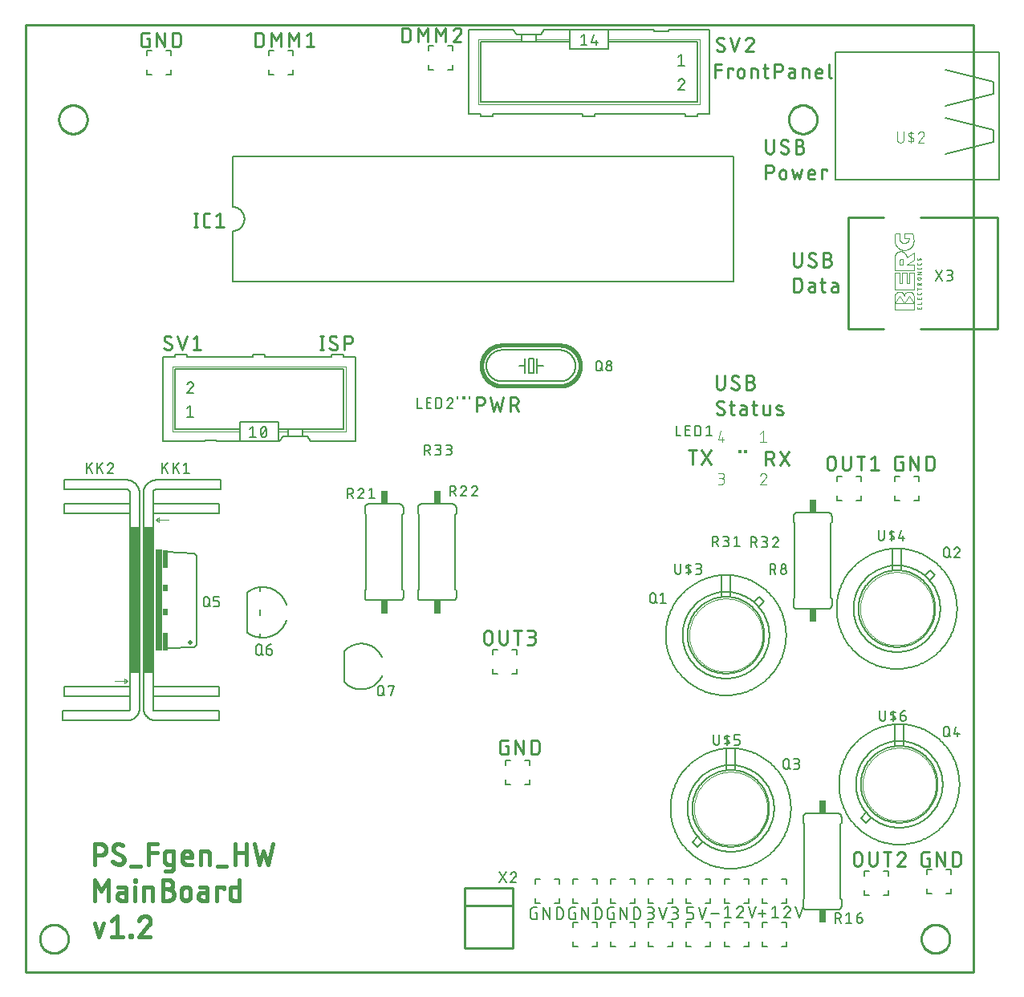
<source format=gbr>
G04 EAGLE Gerber RS-274X export*
G75*
%MOMM*%
%FSLAX34Y34*%
%LPD*%
%INSilkscreen Top*%
%IPPOS*%
%AMOC8*
5,1,8,0,0,1.08239X$1,22.5*%
G01*
%ADD10C,0.279400*%
%ADD11C,0.203200*%
%ADD12C,0.381000*%
%ADD13C,0.152400*%
%ADD14C,0.050800*%
%ADD15C,0.508000*%
%ADD16R,0.762000X10.668000*%
%ADD17R,0.508000X1.905000*%
%ADD18R,0.508000X0.762000*%
%ADD19R,0.762000X1.397000*%
%ADD20C,0.127000*%
%ADD21C,0.406400*%
%ADD22C,0.101600*%
%ADD23R,1.016000X15.240000*%
%ADD24R,0.400000X0.400000*%
%ADD25C,0.254000*%
%ADD26R,0.150000X0.300000*%
%ADD27R,0.300000X0.300000*%
%ADD28C,0.025400*%
%ADD29C,0.254000*%


D10*
X1027557Y943737D02*
X1027557Y958723D01*
X1034217Y958723D01*
X1034217Y952063D02*
X1027557Y952063D01*
X1040978Y953728D02*
X1040978Y943737D01*
X1040978Y953728D02*
X1045973Y953728D01*
X1045973Y952063D01*
X1051270Y950397D02*
X1051270Y947067D01*
X1051271Y950397D02*
X1051273Y950511D01*
X1051279Y950624D01*
X1051288Y950738D01*
X1051302Y950850D01*
X1051319Y950963D01*
X1051341Y951075D01*
X1051366Y951185D01*
X1051394Y951295D01*
X1051427Y951404D01*
X1051463Y951512D01*
X1051503Y951619D01*
X1051547Y951724D01*
X1051594Y951827D01*
X1051644Y951929D01*
X1051698Y952029D01*
X1051756Y952127D01*
X1051817Y952223D01*
X1051880Y952317D01*
X1051948Y952409D01*
X1052018Y952499D01*
X1052091Y952585D01*
X1052167Y952670D01*
X1052246Y952752D01*
X1052328Y952831D01*
X1052413Y952907D01*
X1052499Y952980D01*
X1052589Y953050D01*
X1052681Y953118D01*
X1052775Y953181D01*
X1052871Y953242D01*
X1052969Y953300D01*
X1053069Y953354D01*
X1053171Y953404D01*
X1053274Y953451D01*
X1053379Y953495D01*
X1053486Y953535D01*
X1053594Y953571D01*
X1053703Y953604D01*
X1053813Y953632D01*
X1053923Y953657D01*
X1054035Y953679D01*
X1054148Y953696D01*
X1054260Y953710D01*
X1054374Y953719D01*
X1054487Y953725D01*
X1054601Y953727D01*
X1054715Y953725D01*
X1054828Y953719D01*
X1054942Y953710D01*
X1055054Y953696D01*
X1055167Y953679D01*
X1055279Y953657D01*
X1055389Y953632D01*
X1055499Y953604D01*
X1055608Y953571D01*
X1055716Y953535D01*
X1055823Y953495D01*
X1055928Y953451D01*
X1056031Y953404D01*
X1056133Y953354D01*
X1056233Y953300D01*
X1056331Y953242D01*
X1056427Y953181D01*
X1056521Y953118D01*
X1056613Y953050D01*
X1056703Y952980D01*
X1056789Y952907D01*
X1056874Y952831D01*
X1056956Y952752D01*
X1057035Y952670D01*
X1057111Y952585D01*
X1057184Y952499D01*
X1057254Y952409D01*
X1057322Y952317D01*
X1057385Y952223D01*
X1057446Y952127D01*
X1057504Y952029D01*
X1057558Y951929D01*
X1057608Y951827D01*
X1057655Y951724D01*
X1057699Y951619D01*
X1057739Y951512D01*
X1057775Y951404D01*
X1057808Y951295D01*
X1057836Y951185D01*
X1057861Y951075D01*
X1057883Y950963D01*
X1057900Y950850D01*
X1057914Y950738D01*
X1057923Y950624D01*
X1057929Y950511D01*
X1057931Y950397D01*
X1057931Y947067D01*
X1057929Y946953D01*
X1057923Y946840D01*
X1057914Y946726D01*
X1057900Y946614D01*
X1057883Y946501D01*
X1057861Y946389D01*
X1057836Y946279D01*
X1057808Y946169D01*
X1057775Y946060D01*
X1057739Y945952D01*
X1057699Y945845D01*
X1057655Y945740D01*
X1057608Y945637D01*
X1057558Y945535D01*
X1057504Y945435D01*
X1057446Y945337D01*
X1057385Y945241D01*
X1057322Y945147D01*
X1057254Y945055D01*
X1057184Y944965D01*
X1057111Y944879D01*
X1057035Y944794D01*
X1056956Y944712D01*
X1056874Y944633D01*
X1056789Y944557D01*
X1056703Y944484D01*
X1056613Y944414D01*
X1056521Y944346D01*
X1056427Y944283D01*
X1056331Y944222D01*
X1056233Y944164D01*
X1056133Y944110D01*
X1056031Y944060D01*
X1055928Y944013D01*
X1055823Y943969D01*
X1055716Y943929D01*
X1055608Y943893D01*
X1055499Y943860D01*
X1055389Y943832D01*
X1055279Y943807D01*
X1055167Y943785D01*
X1055054Y943768D01*
X1054942Y943754D01*
X1054828Y943745D01*
X1054715Y943739D01*
X1054601Y943737D01*
X1054487Y943739D01*
X1054374Y943745D01*
X1054260Y943754D01*
X1054148Y943768D01*
X1054035Y943785D01*
X1053923Y943807D01*
X1053813Y943832D01*
X1053703Y943860D01*
X1053594Y943893D01*
X1053486Y943929D01*
X1053379Y943969D01*
X1053274Y944013D01*
X1053171Y944060D01*
X1053069Y944110D01*
X1052969Y944164D01*
X1052871Y944222D01*
X1052775Y944283D01*
X1052681Y944346D01*
X1052589Y944414D01*
X1052499Y944484D01*
X1052413Y944557D01*
X1052328Y944633D01*
X1052246Y944712D01*
X1052167Y944794D01*
X1052091Y944879D01*
X1052018Y944965D01*
X1051948Y945055D01*
X1051880Y945147D01*
X1051817Y945241D01*
X1051756Y945337D01*
X1051698Y945435D01*
X1051644Y945535D01*
X1051594Y945637D01*
X1051547Y945740D01*
X1051503Y945845D01*
X1051463Y945952D01*
X1051427Y946060D01*
X1051394Y946169D01*
X1051366Y946279D01*
X1051341Y946389D01*
X1051319Y946501D01*
X1051302Y946614D01*
X1051288Y946726D01*
X1051279Y946840D01*
X1051273Y946953D01*
X1051271Y947067D01*
X1065339Y943737D02*
X1065339Y953728D01*
X1069501Y953728D01*
X1069599Y953726D01*
X1069697Y953720D01*
X1069795Y953711D01*
X1069892Y953697D01*
X1069988Y953680D01*
X1070084Y953659D01*
X1070179Y953634D01*
X1070273Y953606D01*
X1070366Y953574D01*
X1070457Y953538D01*
X1070547Y953499D01*
X1070635Y953456D01*
X1070722Y953410D01*
X1070806Y953360D01*
X1070889Y953307D01*
X1070969Y953251D01*
X1071047Y953192D01*
X1071123Y953130D01*
X1071197Y953064D01*
X1071267Y952996D01*
X1071335Y952926D01*
X1071400Y952852D01*
X1071463Y952777D01*
X1071522Y952698D01*
X1071578Y952618D01*
X1071631Y952535D01*
X1071680Y952451D01*
X1071727Y952364D01*
X1071770Y952276D01*
X1071809Y952186D01*
X1071845Y952095D01*
X1071877Y952002D01*
X1071905Y951908D01*
X1071930Y951813D01*
X1071951Y951717D01*
X1071968Y951621D01*
X1071982Y951524D01*
X1071991Y951426D01*
X1071997Y951328D01*
X1071999Y951230D01*
X1071999Y943737D01*
X1077980Y953728D02*
X1082975Y953728D01*
X1079645Y958723D02*
X1079645Y946235D01*
X1079647Y946137D01*
X1079653Y946039D01*
X1079662Y945941D01*
X1079676Y945844D01*
X1079693Y945748D01*
X1079714Y945652D01*
X1079739Y945557D01*
X1079767Y945463D01*
X1079799Y945370D01*
X1079835Y945279D01*
X1079874Y945189D01*
X1079917Y945101D01*
X1079964Y945014D01*
X1080013Y944930D01*
X1080066Y944847D01*
X1080122Y944767D01*
X1080181Y944689D01*
X1080244Y944613D01*
X1080309Y944539D01*
X1080377Y944469D01*
X1080447Y944401D01*
X1080521Y944336D01*
X1080597Y944273D01*
X1080675Y944214D01*
X1080755Y944158D01*
X1080838Y944105D01*
X1080922Y944056D01*
X1081009Y944009D01*
X1081097Y943966D01*
X1081187Y943927D01*
X1081278Y943891D01*
X1081371Y943859D01*
X1081465Y943831D01*
X1081560Y943806D01*
X1081656Y943785D01*
X1081752Y943768D01*
X1081849Y943754D01*
X1081947Y943745D01*
X1082045Y943739D01*
X1082143Y943737D01*
X1082975Y943737D01*
X1090355Y943737D02*
X1090355Y958723D01*
X1094518Y958723D01*
X1094646Y958721D01*
X1094774Y958715D01*
X1094902Y958705D01*
X1095030Y958691D01*
X1095157Y958674D01*
X1095283Y958652D01*
X1095409Y958627D01*
X1095533Y958597D01*
X1095657Y958564D01*
X1095780Y958527D01*
X1095902Y958486D01*
X1096022Y958442D01*
X1096141Y958394D01*
X1096258Y958342D01*
X1096374Y958287D01*
X1096487Y958228D01*
X1096600Y958165D01*
X1096710Y958099D01*
X1096817Y958030D01*
X1096923Y957958D01*
X1097027Y957882D01*
X1097128Y957803D01*
X1097227Y957721D01*
X1097323Y957636D01*
X1097416Y957549D01*
X1097507Y957458D01*
X1097594Y957365D01*
X1097679Y957269D01*
X1097761Y957170D01*
X1097840Y957069D01*
X1097916Y956965D01*
X1097988Y956859D01*
X1098057Y956752D01*
X1098123Y956642D01*
X1098186Y956529D01*
X1098245Y956416D01*
X1098300Y956300D01*
X1098352Y956183D01*
X1098400Y956064D01*
X1098444Y955944D01*
X1098485Y955822D01*
X1098522Y955699D01*
X1098555Y955575D01*
X1098585Y955451D01*
X1098610Y955325D01*
X1098632Y955199D01*
X1098649Y955072D01*
X1098663Y954944D01*
X1098673Y954816D01*
X1098679Y954688D01*
X1098681Y954560D01*
X1098679Y954432D01*
X1098673Y954304D01*
X1098663Y954176D01*
X1098649Y954048D01*
X1098632Y953921D01*
X1098610Y953795D01*
X1098585Y953669D01*
X1098555Y953545D01*
X1098522Y953421D01*
X1098485Y953298D01*
X1098444Y953176D01*
X1098400Y953056D01*
X1098352Y952937D01*
X1098300Y952820D01*
X1098245Y952704D01*
X1098186Y952591D01*
X1098123Y952479D01*
X1098057Y952368D01*
X1097988Y952261D01*
X1097916Y952155D01*
X1097840Y952051D01*
X1097761Y951950D01*
X1097679Y951851D01*
X1097594Y951755D01*
X1097507Y951662D01*
X1097416Y951571D01*
X1097323Y951484D01*
X1097227Y951399D01*
X1097128Y951317D01*
X1097027Y951238D01*
X1096923Y951162D01*
X1096817Y951090D01*
X1096710Y951021D01*
X1096600Y950955D01*
X1096487Y950892D01*
X1096374Y950833D01*
X1096258Y950778D01*
X1096141Y950726D01*
X1096022Y950678D01*
X1095902Y950634D01*
X1095780Y950593D01*
X1095657Y950556D01*
X1095533Y950523D01*
X1095409Y950493D01*
X1095283Y950468D01*
X1095157Y950446D01*
X1095030Y950429D01*
X1094902Y950415D01*
X1094774Y950405D01*
X1094646Y950399D01*
X1094518Y950397D01*
X1090355Y950397D01*
X1107741Y949565D02*
X1111488Y949565D01*
X1107741Y949565D02*
X1107635Y949563D01*
X1107528Y949557D01*
X1107422Y949548D01*
X1107317Y949534D01*
X1107212Y949517D01*
X1107107Y949495D01*
X1107004Y949470D01*
X1106901Y949441D01*
X1106800Y949409D01*
X1106700Y949373D01*
X1106601Y949333D01*
X1106504Y949289D01*
X1106409Y949243D01*
X1106315Y949192D01*
X1106223Y949138D01*
X1106133Y949081D01*
X1106045Y949021D01*
X1105960Y948957D01*
X1105877Y948891D01*
X1105796Y948821D01*
X1105718Y948749D01*
X1105643Y948674D01*
X1105571Y948596D01*
X1105501Y948515D01*
X1105435Y948432D01*
X1105371Y948347D01*
X1105311Y948259D01*
X1105254Y948169D01*
X1105200Y948077D01*
X1105149Y947983D01*
X1105103Y947888D01*
X1105059Y947791D01*
X1105019Y947692D01*
X1104983Y947592D01*
X1104951Y947491D01*
X1104922Y947388D01*
X1104897Y947285D01*
X1104875Y947180D01*
X1104858Y947075D01*
X1104844Y946970D01*
X1104835Y946864D01*
X1104829Y946757D01*
X1104827Y946651D01*
X1104829Y946545D01*
X1104835Y946438D01*
X1104844Y946332D01*
X1104858Y946227D01*
X1104875Y946122D01*
X1104897Y946017D01*
X1104922Y945914D01*
X1104951Y945811D01*
X1104983Y945710D01*
X1105019Y945610D01*
X1105059Y945511D01*
X1105103Y945414D01*
X1105149Y945319D01*
X1105200Y945225D01*
X1105254Y945133D01*
X1105311Y945043D01*
X1105371Y944955D01*
X1105435Y944870D01*
X1105501Y944787D01*
X1105571Y944706D01*
X1105643Y944628D01*
X1105718Y944553D01*
X1105796Y944481D01*
X1105877Y944411D01*
X1105960Y944345D01*
X1106045Y944281D01*
X1106133Y944221D01*
X1106223Y944164D01*
X1106315Y944110D01*
X1106409Y944059D01*
X1106504Y944013D01*
X1106601Y943969D01*
X1106700Y943929D01*
X1106800Y943893D01*
X1106901Y943861D01*
X1107004Y943832D01*
X1107107Y943807D01*
X1107212Y943785D01*
X1107317Y943768D01*
X1107422Y943754D01*
X1107528Y943745D01*
X1107635Y943739D01*
X1107741Y943737D01*
X1111488Y943737D01*
X1111488Y951230D01*
X1111486Y951328D01*
X1111480Y951426D01*
X1111471Y951524D01*
X1111457Y951621D01*
X1111440Y951717D01*
X1111419Y951813D01*
X1111394Y951908D01*
X1111366Y952002D01*
X1111334Y952095D01*
X1111298Y952186D01*
X1111259Y952276D01*
X1111216Y952364D01*
X1111169Y952451D01*
X1111120Y952535D01*
X1111067Y952618D01*
X1111011Y952698D01*
X1110952Y952777D01*
X1110889Y952852D01*
X1110824Y952926D01*
X1110756Y952996D01*
X1110686Y953064D01*
X1110612Y953130D01*
X1110536Y953192D01*
X1110458Y953251D01*
X1110378Y953307D01*
X1110295Y953360D01*
X1110211Y953410D01*
X1110124Y953456D01*
X1110036Y953499D01*
X1109946Y953538D01*
X1109855Y953574D01*
X1109762Y953606D01*
X1109668Y953634D01*
X1109573Y953659D01*
X1109477Y953680D01*
X1109381Y953697D01*
X1109284Y953711D01*
X1109186Y953720D01*
X1109088Y953726D01*
X1108990Y953728D01*
X1105660Y953728D01*
X1119527Y953728D02*
X1119527Y943737D01*
X1119527Y953728D02*
X1123690Y953728D01*
X1123788Y953726D01*
X1123886Y953720D01*
X1123984Y953711D01*
X1124081Y953697D01*
X1124177Y953680D01*
X1124273Y953659D01*
X1124368Y953634D01*
X1124462Y953606D01*
X1124555Y953574D01*
X1124646Y953538D01*
X1124736Y953499D01*
X1124824Y953456D01*
X1124911Y953410D01*
X1124995Y953360D01*
X1125078Y953307D01*
X1125158Y953251D01*
X1125236Y953192D01*
X1125312Y953130D01*
X1125386Y953064D01*
X1125456Y952996D01*
X1125524Y952926D01*
X1125589Y952852D01*
X1125652Y952777D01*
X1125711Y952698D01*
X1125767Y952618D01*
X1125820Y952535D01*
X1125869Y952451D01*
X1125916Y952364D01*
X1125959Y952276D01*
X1125998Y952186D01*
X1126034Y952095D01*
X1126066Y952002D01*
X1126094Y951908D01*
X1126119Y951813D01*
X1126140Y951717D01*
X1126157Y951621D01*
X1126171Y951524D01*
X1126180Y951426D01*
X1126186Y951328D01*
X1126188Y951230D01*
X1126187Y951230D02*
X1126187Y943737D01*
X1136093Y943737D02*
X1140255Y943737D01*
X1136093Y943737D02*
X1135995Y943739D01*
X1135897Y943745D01*
X1135799Y943754D01*
X1135702Y943768D01*
X1135606Y943785D01*
X1135510Y943806D01*
X1135415Y943831D01*
X1135321Y943859D01*
X1135228Y943891D01*
X1135137Y943927D01*
X1135047Y943966D01*
X1134959Y944009D01*
X1134872Y944056D01*
X1134788Y944105D01*
X1134705Y944158D01*
X1134625Y944214D01*
X1134547Y944273D01*
X1134471Y944336D01*
X1134397Y944401D01*
X1134327Y944469D01*
X1134259Y944539D01*
X1134194Y944613D01*
X1134131Y944689D01*
X1134072Y944767D01*
X1134016Y944847D01*
X1133963Y944930D01*
X1133914Y945014D01*
X1133867Y945101D01*
X1133824Y945189D01*
X1133785Y945279D01*
X1133749Y945370D01*
X1133717Y945463D01*
X1133689Y945557D01*
X1133664Y945652D01*
X1133643Y945748D01*
X1133626Y945844D01*
X1133612Y945941D01*
X1133603Y946039D01*
X1133597Y946137D01*
X1133595Y946235D01*
X1133595Y950397D01*
X1133597Y950511D01*
X1133603Y950624D01*
X1133612Y950738D01*
X1133626Y950850D01*
X1133643Y950963D01*
X1133665Y951075D01*
X1133690Y951185D01*
X1133718Y951295D01*
X1133751Y951404D01*
X1133787Y951512D01*
X1133827Y951619D01*
X1133871Y951724D01*
X1133918Y951827D01*
X1133968Y951929D01*
X1134022Y952029D01*
X1134080Y952127D01*
X1134141Y952223D01*
X1134204Y952317D01*
X1134272Y952409D01*
X1134342Y952499D01*
X1134415Y952585D01*
X1134491Y952670D01*
X1134570Y952752D01*
X1134652Y952831D01*
X1134737Y952907D01*
X1134823Y952980D01*
X1134913Y953050D01*
X1135005Y953118D01*
X1135099Y953181D01*
X1135195Y953242D01*
X1135293Y953300D01*
X1135393Y953354D01*
X1135495Y953404D01*
X1135598Y953451D01*
X1135703Y953495D01*
X1135810Y953535D01*
X1135918Y953571D01*
X1136027Y953604D01*
X1136137Y953632D01*
X1136247Y953657D01*
X1136359Y953679D01*
X1136472Y953696D01*
X1136584Y953710D01*
X1136698Y953719D01*
X1136811Y953725D01*
X1136925Y953727D01*
X1137039Y953725D01*
X1137152Y953719D01*
X1137266Y953710D01*
X1137378Y953696D01*
X1137491Y953679D01*
X1137603Y953657D01*
X1137713Y953632D01*
X1137823Y953604D01*
X1137932Y953571D01*
X1138040Y953535D01*
X1138147Y953495D01*
X1138252Y953451D01*
X1138355Y953404D01*
X1138457Y953354D01*
X1138557Y953300D01*
X1138655Y953242D01*
X1138751Y953181D01*
X1138845Y953118D01*
X1138937Y953050D01*
X1139027Y952980D01*
X1139113Y952907D01*
X1139198Y952831D01*
X1139280Y952752D01*
X1139359Y952670D01*
X1139435Y952585D01*
X1139508Y952499D01*
X1139578Y952409D01*
X1139646Y952317D01*
X1139709Y952223D01*
X1139770Y952127D01*
X1139828Y952029D01*
X1139882Y951929D01*
X1139932Y951827D01*
X1139979Y951724D01*
X1140023Y951619D01*
X1140063Y951512D01*
X1140099Y951404D01*
X1140132Y951295D01*
X1140160Y951185D01*
X1140185Y951075D01*
X1140207Y950963D01*
X1140224Y950850D01*
X1140238Y950738D01*
X1140247Y950624D01*
X1140253Y950511D01*
X1140255Y950397D01*
X1140255Y948732D01*
X1133595Y948732D01*
X1147235Y946235D02*
X1147235Y958723D01*
X1147234Y946235D02*
X1147236Y946137D01*
X1147242Y946039D01*
X1147251Y945941D01*
X1147265Y945844D01*
X1147282Y945748D01*
X1147303Y945652D01*
X1147328Y945557D01*
X1147356Y945463D01*
X1147388Y945370D01*
X1147424Y945279D01*
X1147463Y945189D01*
X1147506Y945101D01*
X1147553Y945014D01*
X1147602Y944930D01*
X1147655Y944847D01*
X1147711Y944767D01*
X1147770Y944689D01*
X1147833Y944613D01*
X1147898Y944539D01*
X1147966Y944469D01*
X1148036Y944401D01*
X1148110Y944336D01*
X1148186Y944273D01*
X1148264Y944214D01*
X1148344Y944158D01*
X1148427Y944105D01*
X1148511Y944056D01*
X1148598Y944009D01*
X1148686Y943966D01*
X1148776Y943927D01*
X1148867Y943891D01*
X1148960Y943859D01*
X1149054Y943831D01*
X1149149Y943806D01*
X1149245Y943785D01*
X1149341Y943768D01*
X1149438Y943754D01*
X1149536Y943745D01*
X1149634Y943739D01*
X1149732Y943737D01*
X612662Y671703D02*
X612662Y656717D01*
X610997Y656717D02*
X614327Y656717D01*
X614327Y671703D02*
X610997Y671703D01*
X625479Y656717D02*
X625593Y656719D01*
X625706Y656725D01*
X625820Y656734D01*
X625932Y656748D01*
X626045Y656765D01*
X626157Y656787D01*
X626267Y656812D01*
X626377Y656840D01*
X626486Y656873D01*
X626594Y656909D01*
X626701Y656949D01*
X626806Y656993D01*
X626909Y657040D01*
X627011Y657090D01*
X627111Y657144D01*
X627209Y657202D01*
X627305Y657263D01*
X627399Y657327D01*
X627491Y657394D01*
X627581Y657464D01*
X627668Y657537D01*
X627752Y657613D01*
X627834Y657692D01*
X627913Y657774D01*
X627989Y657859D01*
X628062Y657945D01*
X628132Y658035D01*
X628200Y658127D01*
X628263Y658221D01*
X628324Y658317D01*
X628382Y658415D01*
X628436Y658515D01*
X628486Y658617D01*
X628533Y658720D01*
X628577Y658825D01*
X628617Y658932D01*
X628653Y659040D01*
X628686Y659149D01*
X628714Y659259D01*
X628739Y659369D01*
X628761Y659481D01*
X628778Y659594D01*
X628792Y659706D01*
X628801Y659820D01*
X628807Y659933D01*
X628809Y660047D01*
X625479Y656717D02*
X625311Y656719D01*
X625143Y656725D01*
X624975Y656735D01*
X624807Y656749D01*
X624639Y656767D01*
X624473Y656789D01*
X624306Y656815D01*
X624141Y656845D01*
X623976Y656879D01*
X623812Y656917D01*
X623649Y656959D01*
X623487Y657005D01*
X623326Y657055D01*
X623166Y657108D01*
X623008Y657165D01*
X622851Y657226D01*
X622696Y657291D01*
X622542Y657359D01*
X622390Y657432D01*
X622240Y657507D01*
X622091Y657587D01*
X621944Y657669D01*
X621800Y657756D01*
X621658Y657845D01*
X621517Y657939D01*
X621379Y658035D01*
X621244Y658135D01*
X621111Y658238D01*
X620980Y658344D01*
X620852Y658453D01*
X620726Y658565D01*
X620604Y658680D01*
X620484Y658798D01*
X620900Y668373D02*
X620902Y668487D01*
X620908Y668600D01*
X620917Y668714D01*
X620931Y668826D01*
X620948Y668939D01*
X620970Y669051D01*
X620995Y669161D01*
X621023Y669271D01*
X621056Y669380D01*
X621092Y669488D01*
X621132Y669595D01*
X621176Y669700D01*
X621223Y669803D01*
X621273Y669905D01*
X621327Y670005D01*
X621385Y670103D01*
X621446Y670199D01*
X621509Y670293D01*
X621577Y670385D01*
X621647Y670475D01*
X621720Y670561D01*
X621796Y670646D01*
X621875Y670728D01*
X621957Y670807D01*
X622042Y670883D01*
X622128Y670956D01*
X622218Y671026D01*
X622310Y671094D01*
X622404Y671157D01*
X622500Y671218D01*
X622598Y671276D01*
X622698Y671330D01*
X622800Y671380D01*
X622903Y671427D01*
X623008Y671471D01*
X623115Y671511D01*
X623223Y671547D01*
X623332Y671580D01*
X623442Y671608D01*
X623552Y671633D01*
X623664Y671655D01*
X623777Y671672D01*
X623889Y671686D01*
X624003Y671695D01*
X624116Y671701D01*
X624230Y671703D01*
X624385Y671701D01*
X624539Y671695D01*
X624693Y671686D01*
X624847Y671672D01*
X625001Y671655D01*
X625154Y671634D01*
X625306Y671610D01*
X625458Y671581D01*
X625609Y671549D01*
X625760Y671513D01*
X625909Y671473D01*
X626057Y671430D01*
X626205Y671383D01*
X626351Y671332D01*
X626495Y671278D01*
X626639Y671220D01*
X626780Y671158D01*
X626921Y671094D01*
X627059Y671025D01*
X627196Y670954D01*
X627331Y670878D01*
X627464Y670800D01*
X627596Y670718D01*
X627725Y670633D01*
X627852Y670545D01*
X627976Y670454D01*
X622565Y665459D02*
X622468Y665518D01*
X622374Y665581D01*
X622281Y665646D01*
X622191Y665715D01*
X622103Y665786D01*
X622018Y665861D01*
X621935Y665938D01*
X621855Y666018D01*
X621777Y666100D01*
X621703Y666186D01*
X621631Y666273D01*
X621562Y666363D01*
X621496Y666455D01*
X621434Y666550D01*
X621374Y666646D01*
X621318Y666744D01*
X621265Y666845D01*
X621216Y666947D01*
X621170Y667050D01*
X621127Y667155D01*
X621088Y667261D01*
X621052Y667369D01*
X621021Y667478D01*
X620993Y667587D01*
X620968Y667698D01*
X620947Y667809D01*
X620930Y667921D01*
X620917Y668034D01*
X620908Y668147D01*
X620902Y668260D01*
X620900Y668373D01*
X627144Y662961D02*
X627241Y662902D01*
X627335Y662839D01*
X627428Y662774D01*
X627518Y662705D01*
X627606Y662634D01*
X627691Y662559D01*
X627774Y662482D01*
X627854Y662402D01*
X627932Y662320D01*
X628006Y662234D01*
X628078Y662147D01*
X628147Y662057D01*
X628213Y661965D01*
X628275Y661870D01*
X628335Y661774D01*
X628391Y661676D01*
X628444Y661575D01*
X628493Y661473D01*
X628540Y661370D01*
X628582Y661265D01*
X628621Y661159D01*
X628657Y661051D01*
X628688Y660942D01*
X628716Y660833D01*
X628741Y660722D01*
X628762Y660611D01*
X628779Y660499D01*
X628792Y660386D01*
X628801Y660273D01*
X628807Y660160D01*
X628809Y660047D01*
X627144Y662961D02*
X622565Y665459D01*
X636433Y671703D02*
X636433Y656717D01*
X636433Y671703D02*
X640595Y671703D01*
X640723Y671701D01*
X640851Y671695D01*
X640979Y671685D01*
X641107Y671671D01*
X641234Y671654D01*
X641360Y671632D01*
X641486Y671607D01*
X641610Y671577D01*
X641734Y671544D01*
X641857Y671507D01*
X641979Y671466D01*
X642099Y671422D01*
X642218Y671374D01*
X642335Y671322D01*
X642451Y671267D01*
X642564Y671208D01*
X642677Y671145D01*
X642787Y671079D01*
X642894Y671010D01*
X643000Y670938D01*
X643104Y670862D01*
X643205Y670783D01*
X643304Y670701D01*
X643400Y670616D01*
X643493Y670529D01*
X643584Y670438D01*
X643671Y670345D01*
X643756Y670249D01*
X643838Y670150D01*
X643917Y670049D01*
X643993Y669945D01*
X644065Y669839D01*
X644134Y669732D01*
X644200Y669622D01*
X644263Y669509D01*
X644322Y669396D01*
X644377Y669280D01*
X644429Y669163D01*
X644477Y669044D01*
X644521Y668924D01*
X644562Y668802D01*
X644599Y668679D01*
X644632Y668555D01*
X644662Y668431D01*
X644687Y668305D01*
X644709Y668179D01*
X644726Y668052D01*
X644740Y667924D01*
X644750Y667796D01*
X644756Y667668D01*
X644758Y667540D01*
X644756Y667412D01*
X644750Y667284D01*
X644740Y667156D01*
X644726Y667028D01*
X644709Y666901D01*
X644687Y666775D01*
X644662Y666649D01*
X644632Y666525D01*
X644599Y666401D01*
X644562Y666278D01*
X644521Y666156D01*
X644477Y666036D01*
X644429Y665917D01*
X644377Y665800D01*
X644322Y665684D01*
X644263Y665571D01*
X644200Y665459D01*
X644134Y665348D01*
X644065Y665241D01*
X643993Y665135D01*
X643917Y665031D01*
X643838Y664930D01*
X643756Y664831D01*
X643671Y664735D01*
X643584Y664642D01*
X643493Y664551D01*
X643400Y664464D01*
X643304Y664379D01*
X643205Y664297D01*
X643104Y664218D01*
X643000Y664142D01*
X642894Y664070D01*
X642787Y664001D01*
X642677Y663935D01*
X642564Y663872D01*
X642451Y663813D01*
X642335Y663758D01*
X642218Y663706D01*
X642099Y663658D01*
X641979Y663614D01*
X641857Y663573D01*
X641734Y663536D01*
X641610Y663503D01*
X641486Y663473D01*
X641360Y663448D01*
X641234Y663426D01*
X641107Y663409D01*
X640979Y663395D01*
X640851Y663385D01*
X640723Y663379D01*
X640595Y663377D01*
X636433Y663377D01*
X1110107Y748510D02*
X1110107Y759333D01*
X1110107Y748510D02*
X1110109Y748382D01*
X1110115Y748254D01*
X1110125Y748126D01*
X1110139Y747998D01*
X1110156Y747871D01*
X1110178Y747745D01*
X1110203Y747619D01*
X1110233Y747495D01*
X1110266Y747371D01*
X1110303Y747248D01*
X1110344Y747126D01*
X1110388Y747006D01*
X1110436Y746887D01*
X1110488Y746770D01*
X1110543Y746654D01*
X1110602Y746541D01*
X1110665Y746429D01*
X1110731Y746318D01*
X1110800Y746211D01*
X1110872Y746105D01*
X1110948Y746001D01*
X1111027Y745900D01*
X1111109Y745801D01*
X1111194Y745705D01*
X1111281Y745612D01*
X1111372Y745521D01*
X1111465Y745434D01*
X1111561Y745349D01*
X1111660Y745267D01*
X1111761Y745188D01*
X1111865Y745112D01*
X1111971Y745040D01*
X1112078Y744971D01*
X1112189Y744905D01*
X1112301Y744842D01*
X1112414Y744783D01*
X1112530Y744728D01*
X1112647Y744676D01*
X1112766Y744628D01*
X1112886Y744584D01*
X1113008Y744543D01*
X1113131Y744506D01*
X1113255Y744473D01*
X1113379Y744443D01*
X1113505Y744418D01*
X1113631Y744396D01*
X1113758Y744379D01*
X1113886Y744365D01*
X1114014Y744355D01*
X1114142Y744349D01*
X1114270Y744347D01*
X1114398Y744349D01*
X1114526Y744355D01*
X1114654Y744365D01*
X1114782Y744379D01*
X1114909Y744396D01*
X1115035Y744418D01*
X1115161Y744443D01*
X1115285Y744473D01*
X1115409Y744506D01*
X1115532Y744543D01*
X1115654Y744584D01*
X1115774Y744628D01*
X1115893Y744676D01*
X1116010Y744728D01*
X1116126Y744783D01*
X1116239Y744842D01*
X1116352Y744905D01*
X1116462Y744971D01*
X1116569Y745040D01*
X1116675Y745112D01*
X1116779Y745188D01*
X1116880Y745267D01*
X1116979Y745349D01*
X1117075Y745434D01*
X1117168Y745521D01*
X1117259Y745612D01*
X1117346Y745705D01*
X1117431Y745801D01*
X1117513Y745900D01*
X1117592Y746001D01*
X1117668Y746105D01*
X1117740Y746211D01*
X1117809Y746318D01*
X1117875Y746429D01*
X1117938Y746541D01*
X1117997Y746654D01*
X1118052Y746770D01*
X1118104Y746887D01*
X1118152Y747006D01*
X1118196Y747126D01*
X1118237Y747248D01*
X1118274Y747371D01*
X1118307Y747495D01*
X1118337Y747619D01*
X1118362Y747745D01*
X1118384Y747871D01*
X1118401Y747998D01*
X1118415Y748126D01*
X1118425Y748254D01*
X1118431Y748382D01*
X1118433Y748510D01*
X1118433Y759333D01*
X1130734Y744347D02*
X1130848Y744349D01*
X1130961Y744355D01*
X1131075Y744364D01*
X1131187Y744378D01*
X1131300Y744395D01*
X1131412Y744417D01*
X1131522Y744442D01*
X1131632Y744470D01*
X1131741Y744503D01*
X1131849Y744539D01*
X1131956Y744579D01*
X1132061Y744623D01*
X1132164Y744670D01*
X1132266Y744720D01*
X1132366Y744774D01*
X1132464Y744832D01*
X1132560Y744893D01*
X1132654Y744957D01*
X1132746Y745024D01*
X1132836Y745094D01*
X1132923Y745167D01*
X1133007Y745243D01*
X1133089Y745322D01*
X1133168Y745404D01*
X1133244Y745489D01*
X1133317Y745575D01*
X1133387Y745665D01*
X1133455Y745757D01*
X1133518Y745851D01*
X1133579Y745947D01*
X1133637Y746045D01*
X1133691Y746145D01*
X1133741Y746247D01*
X1133788Y746350D01*
X1133832Y746455D01*
X1133872Y746562D01*
X1133908Y746670D01*
X1133941Y746779D01*
X1133969Y746889D01*
X1133994Y746999D01*
X1134016Y747111D01*
X1134033Y747224D01*
X1134047Y747336D01*
X1134056Y747450D01*
X1134062Y747563D01*
X1134064Y747677D01*
X1130734Y744347D02*
X1130566Y744349D01*
X1130398Y744355D01*
X1130230Y744365D01*
X1130062Y744379D01*
X1129894Y744397D01*
X1129728Y744419D01*
X1129561Y744445D01*
X1129396Y744475D01*
X1129231Y744509D01*
X1129067Y744547D01*
X1128904Y744589D01*
X1128742Y744635D01*
X1128581Y744685D01*
X1128421Y744738D01*
X1128263Y744795D01*
X1128106Y744856D01*
X1127951Y744921D01*
X1127797Y744989D01*
X1127645Y745062D01*
X1127495Y745137D01*
X1127346Y745217D01*
X1127199Y745299D01*
X1127055Y745386D01*
X1126913Y745475D01*
X1126772Y745569D01*
X1126634Y745665D01*
X1126499Y745765D01*
X1126366Y745868D01*
X1126235Y745974D01*
X1126107Y746083D01*
X1125981Y746195D01*
X1125859Y746310D01*
X1125739Y746428D01*
X1126155Y756003D02*
X1126157Y756117D01*
X1126163Y756230D01*
X1126172Y756344D01*
X1126186Y756456D01*
X1126203Y756569D01*
X1126225Y756681D01*
X1126250Y756791D01*
X1126278Y756901D01*
X1126311Y757010D01*
X1126347Y757118D01*
X1126387Y757225D01*
X1126431Y757330D01*
X1126478Y757433D01*
X1126528Y757535D01*
X1126582Y757635D01*
X1126640Y757733D01*
X1126701Y757829D01*
X1126764Y757923D01*
X1126832Y758015D01*
X1126902Y758105D01*
X1126975Y758191D01*
X1127051Y758276D01*
X1127130Y758358D01*
X1127212Y758437D01*
X1127297Y758513D01*
X1127383Y758586D01*
X1127473Y758656D01*
X1127565Y758724D01*
X1127659Y758787D01*
X1127755Y758848D01*
X1127853Y758906D01*
X1127953Y758960D01*
X1128055Y759010D01*
X1128158Y759057D01*
X1128263Y759101D01*
X1128370Y759141D01*
X1128478Y759177D01*
X1128587Y759210D01*
X1128697Y759238D01*
X1128807Y759263D01*
X1128919Y759285D01*
X1129032Y759302D01*
X1129144Y759316D01*
X1129258Y759325D01*
X1129371Y759331D01*
X1129485Y759333D01*
X1129640Y759331D01*
X1129794Y759325D01*
X1129948Y759316D01*
X1130102Y759302D01*
X1130256Y759285D01*
X1130409Y759264D01*
X1130561Y759240D01*
X1130713Y759211D01*
X1130864Y759179D01*
X1131015Y759143D01*
X1131164Y759103D01*
X1131312Y759060D01*
X1131460Y759013D01*
X1131606Y758962D01*
X1131750Y758908D01*
X1131894Y758850D01*
X1132035Y758788D01*
X1132176Y758724D01*
X1132314Y758655D01*
X1132451Y758584D01*
X1132586Y758508D01*
X1132719Y758430D01*
X1132851Y758348D01*
X1132980Y758263D01*
X1133107Y758175D01*
X1133231Y758084D01*
X1127820Y753089D02*
X1127723Y753148D01*
X1127629Y753211D01*
X1127536Y753276D01*
X1127446Y753345D01*
X1127358Y753416D01*
X1127273Y753491D01*
X1127190Y753568D01*
X1127110Y753648D01*
X1127032Y753730D01*
X1126958Y753816D01*
X1126886Y753903D01*
X1126817Y753993D01*
X1126751Y754085D01*
X1126689Y754180D01*
X1126629Y754276D01*
X1126573Y754374D01*
X1126520Y754475D01*
X1126471Y754577D01*
X1126425Y754680D01*
X1126382Y754785D01*
X1126343Y754891D01*
X1126307Y754999D01*
X1126276Y755108D01*
X1126248Y755217D01*
X1126223Y755328D01*
X1126202Y755439D01*
X1126185Y755551D01*
X1126172Y755664D01*
X1126163Y755777D01*
X1126157Y755890D01*
X1126155Y756003D01*
X1132399Y750591D02*
X1132496Y750532D01*
X1132590Y750469D01*
X1132683Y750404D01*
X1132773Y750335D01*
X1132861Y750264D01*
X1132946Y750189D01*
X1133029Y750112D01*
X1133109Y750032D01*
X1133187Y749950D01*
X1133261Y749864D01*
X1133333Y749777D01*
X1133402Y749687D01*
X1133468Y749595D01*
X1133530Y749500D01*
X1133590Y749404D01*
X1133646Y749306D01*
X1133699Y749205D01*
X1133748Y749103D01*
X1133795Y749000D01*
X1133837Y748895D01*
X1133876Y748789D01*
X1133912Y748681D01*
X1133943Y748572D01*
X1133971Y748463D01*
X1133996Y748352D01*
X1134017Y748241D01*
X1134034Y748129D01*
X1134047Y748016D01*
X1134056Y747903D01*
X1134062Y747790D01*
X1134064Y747677D01*
X1132399Y750591D02*
X1127820Y753089D01*
X1141688Y752673D02*
X1145850Y752673D01*
X1145978Y752671D01*
X1146106Y752665D01*
X1146234Y752655D01*
X1146362Y752641D01*
X1146489Y752624D01*
X1146615Y752602D01*
X1146741Y752577D01*
X1146865Y752547D01*
X1146989Y752514D01*
X1147112Y752477D01*
X1147234Y752436D01*
X1147354Y752392D01*
X1147473Y752344D01*
X1147590Y752292D01*
X1147706Y752237D01*
X1147819Y752178D01*
X1147932Y752115D01*
X1148042Y752049D01*
X1148149Y751980D01*
X1148255Y751908D01*
X1148359Y751832D01*
X1148460Y751753D01*
X1148559Y751671D01*
X1148655Y751586D01*
X1148748Y751499D01*
X1148839Y751408D01*
X1148926Y751315D01*
X1149011Y751219D01*
X1149093Y751120D01*
X1149172Y751019D01*
X1149248Y750915D01*
X1149320Y750809D01*
X1149389Y750702D01*
X1149455Y750592D01*
X1149518Y750479D01*
X1149577Y750366D01*
X1149632Y750250D01*
X1149684Y750133D01*
X1149732Y750014D01*
X1149776Y749894D01*
X1149817Y749772D01*
X1149854Y749649D01*
X1149887Y749525D01*
X1149917Y749401D01*
X1149942Y749275D01*
X1149964Y749149D01*
X1149981Y749022D01*
X1149995Y748894D01*
X1150005Y748766D01*
X1150011Y748638D01*
X1150013Y748510D01*
X1150011Y748382D01*
X1150005Y748254D01*
X1149995Y748126D01*
X1149981Y747998D01*
X1149964Y747871D01*
X1149942Y747745D01*
X1149917Y747619D01*
X1149887Y747495D01*
X1149854Y747371D01*
X1149817Y747248D01*
X1149776Y747126D01*
X1149732Y747006D01*
X1149684Y746887D01*
X1149632Y746770D01*
X1149577Y746654D01*
X1149518Y746541D01*
X1149455Y746429D01*
X1149389Y746318D01*
X1149320Y746211D01*
X1149248Y746105D01*
X1149172Y746001D01*
X1149093Y745900D01*
X1149011Y745801D01*
X1148926Y745705D01*
X1148839Y745612D01*
X1148748Y745521D01*
X1148655Y745434D01*
X1148559Y745349D01*
X1148460Y745267D01*
X1148359Y745188D01*
X1148255Y745112D01*
X1148149Y745040D01*
X1148042Y744971D01*
X1147932Y744905D01*
X1147819Y744842D01*
X1147706Y744783D01*
X1147590Y744728D01*
X1147473Y744676D01*
X1147354Y744628D01*
X1147234Y744584D01*
X1147112Y744543D01*
X1146989Y744506D01*
X1146865Y744473D01*
X1146741Y744443D01*
X1146615Y744418D01*
X1146489Y744396D01*
X1146362Y744379D01*
X1146234Y744365D01*
X1146106Y744355D01*
X1145978Y744349D01*
X1145850Y744347D01*
X1141688Y744347D01*
X1141688Y759333D01*
X1145850Y759333D01*
X1145964Y759331D01*
X1146077Y759325D01*
X1146191Y759316D01*
X1146303Y759302D01*
X1146416Y759285D01*
X1146528Y759263D01*
X1146638Y759238D01*
X1146748Y759210D01*
X1146857Y759177D01*
X1146965Y759141D01*
X1147072Y759101D01*
X1147177Y759057D01*
X1147280Y759010D01*
X1147382Y758960D01*
X1147482Y758906D01*
X1147580Y758848D01*
X1147676Y758787D01*
X1147770Y758724D01*
X1147862Y758656D01*
X1147952Y758586D01*
X1148038Y758513D01*
X1148123Y758437D01*
X1148205Y758358D01*
X1148284Y758276D01*
X1148360Y758191D01*
X1148433Y758105D01*
X1148503Y758015D01*
X1148571Y757923D01*
X1148634Y757829D01*
X1148695Y757733D01*
X1148753Y757635D01*
X1148807Y757535D01*
X1148857Y757433D01*
X1148904Y757330D01*
X1148948Y757225D01*
X1148988Y757118D01*
X1149024Y757010D01*
X1149057Y756901D01*
X1149085Y756791D01*
X1149110Y756681D01*
X1149132Y756569D01*
X1149149Y756456D01*
X1149163Y756344D01*
X1149172Y756230D01*
X1149178Y756117D01*
X1149180Y756003D01*
X1149178Y755889D01*
X1149172Y755776D01*
X1149163Y755662D01*
X1149149Y755550D01*
X1149132Y755437D01*
X1149110Y755325D01*
X1149085Y755215D01*
X1149057Y755105D01*
X1149024Y754996D01*
X1148988Y754888D01*
X1148948Y754781D01*
X1148904Y754676D01*
X1148857Y754573D01*
X1148807Y754471D01*
X1148753Y754371D01*
X1148695Y754273D01*
X1148634Y754177D01*
X1148571Y754083D01*
X1148503Y753991D01*
X1148433Y753901D01*
X1148360Y753815D01*
X1148284Y753730D01*
X1148205Y753648D01*
X1148123Y753569D01*
X1148038Y753493D01*
X1147952Y753420D01*
X1147862Y753350D01*
X1147770Y753282D01*
X1147676Y753219D01*
X1147580Y753158D01*
X1147482Y753100D01*
X1147382Y753046D01*
X1147280Y752996D01*
X1147177Y752949D01*
X1147072Y752905D01*
X1146965Y752865D01*
X1146857Y752829D01*
X1146748Y752796D01*
X1146638Y752768D01*
X1146528Y752743D01*
X1146416Y752721D01*
X1146303Y752704D01*
X1146191Y752690D01*
X1146077Y752681D01*
X1145964Y752675D01*
X1145850Y752673D01*
X1110107Y732663D02*
X1110107Y717677D01*
X1110107Y732663D02*
X1114270Y732663D01*
X1114398Y732661D01*
X1114526Y732655D01*
X1114654Y732645D01*
X1114782Y732631D01*
X1114909Y732614D01*
X1115035Y732592D01*
X1115161Y732567D01*
X1115285Y732537D01*
X1115409Y732504D01*
X1115532Y732467D01*
X1115654Y732426D01*
X1115774Y732382D01*
X1115893Y732334D01*
X1116010Y732282D01*
X1116126Y732227D01*
X1116239Y732168D01*
X1116352Y732105D01*
X1116462Y732039D01*
X1116569Y731970D01*
X1116675Y731898D01*
X1116779Y731822D01*
X1116880Y731743D01*
X1116979Y731661D01*
X1117075Y731576D01*
X1117168Y731489D01*
X1117259Y731398D01*
X1117346Y731305D01*
X1117431Y731209D01*
X1117513Y731110D01*
X1117592Y731009D01*
X1117668Y730905D01*
X1117740Y730799D01*
X1117809Y730692D01*
X1117875Y730582D01*
X1117938Y730469D01*
X1117997Y730356D01*
X1118052Y730240D01*
X1118104Y730123D01*
X1118152Y730004D01*
X1118196Y729884D01*
X1118237Y729762D01*
X1118274Y729639D01*
X1118307Y729515D01*
X1118337Y729391D01*
X1118362Y729265D01*
X1118384Y729139D01*
X1118401Y729012D01*
X1118415Y728884D01*
X1118425Y728756D01*
X1118431Y728628D01*
X1118433Y728500D01*
X1118433Y721840D01*
X1118431Y721712D01*
X1118425Y721584D01*
X1118415Y721456D01*
X1118401Y721328D01*
X1118384Y721201D01*
X1118362Y721075D01*
X1118337Y720949D01*
X1118307Y720825D01*
X1118274Y720701D01*
X1118237Y720578D01*
X1118196Y720456D01*
X1118152Y720336D01*
X1118104Y720217D01*
X1118052Y720100D01*
X1117997Y719984D01*
X1117938Y719871D01*
X1117875Y719759D01*
X1117809Y719648D01*
X1117740Y719541D01*
X1117668Y719435D01*
X1117592Y719331D01*
X1117513Y719230D01*
X1117431Y719131D01*
X1117346Y719035D01*
X1117259Y718942D01*
X1117168Y718851D01*
X1117075Y718764D01*
X1116979Y718679D01*
X1116880Y718597D01*
X1116779Y718518D01*
X1116675Y718442D01*
X1116569Y718370D01*
X1116462Y718301D01*
X1116352Y718235D01*
X1116239Y718172D01*
X1116126Y718113D01*
X1116010Y718058D01*
X1115893Y718006D01*
X1115774Y717958D01*
X1115654Y717914D01*
X1115532Y717873D01*
X1115409Y717836D01*
X1115285Y717803D01*
X1115161Y717773D01*
X1115035Y717748D01*
X1114909Y717726D01*
X1114782Y717709D01*
X1114654Y717695D01*
X1114526Y717685D01*
X1114398Y717679D01*
X1114270Y717677D01*
X1110107Y717677D01*
X1128853Y723505D02*
X1132600Y723505D01*
X1128853Y723505D02*
X1128747Y723503D01*
X1128640Y723497D01*
X1128534Y723488D01*
X1128429Y723474D01*
X1128324Y723457D01*
X1128219Y723435D01*
X1128116Y723410D01*
X1128013Y723381D01*
X1127912Y723349D01*
X1127812Y723313D01*
X1127713Y723273D01*
X1127616Y723229D01*
X1127521Y723183D01*
X1127427Y723132D01*
X1127335Y723078D01*
X1127245Y723021D01*
X1127157Y722961D01*
X1127072Y722897D01*
X1126989Y722831D01*
X1126908Y722761D01*
X1126830Y722689D01*
X1126755Y722614D01*
X1126683Y722536D01*
X1126613Y722455D01*
X1126547Y722372D01*
X1126483Y722287D01*
X1126423Y722199D01*
X1126366Y722109D01*
X1126312Y722017D01*
X1126261Y721923D01*
X1126215Y721828D01*
X1126171Y721731D01*
X1126131Y721632D01*
X1126095Y721532D01*
X1126063Y721431D01*
X1126034Y721328D01*
X1126009Y721225D01*
X1125987Y721120D01*
X1125970Y721015D01*
X1125956Y720910D01*
X1125947Y720804D01*
X1125941Y720697D01*
X1125939Y720591D01*
X1125941Y720485D01*
X1125947Y720378D01*
X1125956Y720272D01*
X1125970Y720167D01*
X1125987Y720062D01*
X1126009Y719957D01*
X1126034Y719854D01*
X1126063Y719751D01*
X1126095Y719650D01*
X1126131Y719550D01*
X1126171Y719451D01*
X1126215Y719354D01*
X1126261Y719259D01*
X1126312Y719165D01*
X1126366Y719073D01*
X1126423Y718983D01*
X1126483Y718895D01*
X1126547Y718810D01*
X1126613Y718727D01*
X1126683Y718646D01*
X1126755Y718568D01*
X1126830Y718493D01*
X1126908Y718421D01*
X1126989Y718351D01*
X1127072Y718285D01*
X1127157Y718221D01*
X1127245Y718161D01*
X1127335Y718104D01*
X1127427Y718050D01*
X1127521Y717999D01*
X1127616Y717953D01*
X1127713Y717909D01*
X1127812Y717869D01*
X1127912Y717833D01*
X1128013Y717801D01*
X1128116Y717772D01*
X1128219Y717747D01*
X1128324Y717725D01*
X1128429Y717708D01*
X1128534Y717694D01*
X1128640Y717685D01*
X1128747Y717679D01*
X1128853Y717677D01*
X1132600Y717677D01*
X1132600Y725170D01*
X1132598Y725268D01*
X1132592Y725366D01*
X1132583Y725464D01*
X1132569Y725561D01*
X1132552Y725657D01*
X1132531Y725753D01*
X1132506Y725848D01*
X1132478Y725942D01*
X1132446Y726035D01*
X1132410Y726126D01*
X1132371Y726216D01*
X1132328Y726304D01*
X1132281Y726391D01*
X1132232Y726475D01*
X1132179Y726558D01*
X1132123Y726638D01*
X1132064Y726717D01*
X1132001Y726792D01*
X1131936Y726866D01*
X1131868Y726936D01*
X1131798Y727004D01*
X1131724Y727070D01*
X1131648Y727132D01*
X1131570Y727191D01*
X1131490Y727247D01*
X1131407Y727300D01*
X1131323Y727350D01*
X1131236Y727396D01*
X1131148Y727439D01*
X1131058Y727478D01*
X1130967Y727514D01*
X1130874Y727546D01*
X1130780Y727574D01*
X1130685Y727599D01*
X1130589Y727620D01*
X1130493Y727637D01*
X1130396Y727651D01*
X1130298Y727660D01*
X1130200Y727666D01*
X1130102Y727668D01*
X1126772Y727668D01*
X1138691Y727668D02*
X1143686Y727668D01*
X1140356Y732663D02*
X1140356Y720175D01*
X1140358Y720077D01*
X1140364Y719979D01*
X1140373Y719881D01*
X1140387Y719784D01*
X1140404Y719688D01*
X1140425Y719592D01*
X1140450Y719497D01*
X1140478Y719403D01*
X1140510Y719310D01*
X1140546Y719219D01*
X1140585Y719129D01*
X1140628Y719041D01*
X1140675Y718954D01*
X1140724Y718870D01*
X1140777Y718787D01*
X1140833Y718707D01*
X1140892Y718629D01*
X1140955Y718553D01*
X1141020Y718479D01*
X1141088Y718409D01*
X1141158Y718341D01*
X1141232Y718276D01*
X1141308Y718213D01*
X1141386Y718154D01*
X1141466Y718098D01*
X1141549Y718045D01*
X1141633Y717996D01*
X1141720Y717949D01*
X1141808Y717906D01*
X1141898Y717867D01*
X1141989Y717831D01*
X1142082Y717799D01*
X1142176Y717771D01*
X1142271Y717746D01*
X1142367Y717725D01*
X1142463Y717708D01*
X1142560Y717694D01*
X1142658Y717685D01*
X1142756Y717679D01*
X1142854Y717677D01*
X1143686Y717677D01*
X1152821Y723505D02*
X1156568Y723505D01*
X1152821Y723505D02*
X1152715Y723503D01*
X1152608Y723497D01*
X1152502Y723488D01*
X1152397Y723474D01*
X1152292Y723457D01*
X1152187Y723435D01*
X1152084Y723410D01*
X1151981Y723381D01*
X1151880Y723349D01*
X1151780Y723313D01*
X1151681Y723273D01*
X1151584Y723229D01*
X1151489Y723183D01*
X1151395Y723132D01*
X1151303Y723078D01*
X1151213Y723021D01*
X1151125Y722961D01*
X1151040Y722897D01*
X1150957Y722831D01*
X1150876Y722761D01*
X1150798Y722689D01*
X1150723Y722614D01*
X1150651Y722536D01*
X1150581Y722455D01*
X1150515Y722372D01*
X1150451Y722287D01*
X1150391Y722199D01*
X1150334Y722109D01*
X1150280Y722017D01*
X1150229Y721923D01*
X1150183Y721828D01*
X1150139Y721731D01*
X1150099Y721632D01*
X1150063Y721532D01*
X1150031Y721431D01*
X1150002Y721328D01*
X1149977Y721225D01*
X1149955Y721120D01*
X1149938Y721015D01*
X1149924Y720910D01*
X1149915Y720804D01*
X1149909Y720697D01*
X1149907Y720591D01*
X1149909Y720485D01*
X1149915Y720378D01*
X1149924Y720272D01*
X1149938Y720167D01*
X1149955Y720062D01*
X1149977Y719957D01*
X1150002Y719854D01*
X1150031Y719751D01*
X1150063Y719650D01*
X1150099Y719550D01*
X1150139Y719451D01*
X1150183Y719354D01*
X1150229Y719259D01*
X1150280Y719165D01*
X1150334Y719073D01*
X1150391Y718983D01*
X1150451Y718895D01*
X1150515Y718810D01*
X1150581Y718727D01*
X1150651Y718646D01*
X1150723Y718568D01*
X1150798Y718493D01*
X1150876Y718421D01*
X1150957Y718351D01*
X1151040Y718285D01*
X1151125Y718221D01*
X1151213Y718161D01*
X1151303Y718104D01*
X1151395Y718050D01*
X1151489Y717999D01*
X1151584Y717953D01*
X1151681Y717909D01*
X1151780Y717869D01*
X1151880Y717833D01*
X1151981Y717801D01*
X1152084Y717772D01*
X1152187Y717747D01*
X1152292Y717725D01*
X1152397Y717708D01*
X1152502Y717694D01*
X1152608Y717685D01*
X1152715Y717679D01*
X1152821Y717677D01*
X1156568Y717677D01*
X1156568Y725170D01*
X1156566Y725268D01*
X1156560Y725366D01*
X1156551Y725464D01*
X1156537Y725561D01*
X1156520Y725657D01*
X1156499Y725753D01*
X1156474Y725848D01*
X1156446Y725942D01*
X1156414Y726035D01*
X1156378Y726126D01*
X1156339Y726216D01*
X1156296Y726304D01*
X1156249Y726391D01*
X1156200Y726475D01*
X1156147Y726558D01*
X1156091Y726638D01*
X1156032Y726717D01*
X1155969Y726792D01*
X1155904Y726866D01*
X1155836Y726936D01*
X1155766Y727004D01*
X1155692Y727070D01*
X1155616Y727132D01*
X1155538Y727191D01*
X1155458Y727247D01*
X1155375Y727300D01*
X1155291Y727350D01*
X1155204Y727396D01*
X1155116Y727439D01*
X1155026Y727478D01*
X1154935Y727514D01*
X1154842Y727546D01*
X1154748Y727574D01*
X1154653Y727599D01*
X1154557Y727620D01*
X1154461Y727637D01*
X1154364Y727651D01*
X1154266Y727660D01*
X1154168Y727666D01*
X1154070Y727668D01*
X1150740Y727668D01*
X1080897Y867890D02*
X1080897Y878713D01*
X1080897Y867890D02*
X1080899Y867762D01*
X1080905Y867634D01*
X1080915Y867506D01*
X1080929Y867378D01*
X1080946Y867251D01*
X1080968Y867125D01*
X1080993Y866999D01*
X1081023Y866875D01*
X1081056Y866751D01*
X1081093Y866628D01*
X1081134Y866506D01*
X1081178Y866386D01*
X1081226Y866267D01*
X1081278Y866150D01*
X1081333Y866034D01*
X1081392Y865921D01*
X1081455Y865809D01*
X1081521Y865698D01*
X1081590Y865591D01*
X1081662Y865485D01*
X1081738Y865381D01*
X1081817Y865280D01*
X1081899Y865181D01*
X1081984Y865085D01*
X1082071Y864992D01*
X1082162Y864901D01*
X1082255Y864814D01*
X1082351Y864729D01*
X1082450Y864647D01*
X1082551Y864568D01*
X1082655Y864492D01*
X1082761Y864420D01*
X1082868Y864351D01*
X1082979Y864285D01*
X1083091Y864222D01*
X1083204Y864163D01*
X1083320Y864108D01*
X1083437Y864056D01*
X1083556Y864008D01*
X1083676Y863964D01*
X1083798Y863923D01*
X1083921Y863886D01*
X1084045Y863853D01*
X1084169Y863823D01*
X1084295Y863798D01*
X1084421Y863776D01*
X1084548Y863759D01*
X1084676Y863745D01*
X1084804Y863735D01*
X1084932Y863729D01*
X1085060Y863727D01*
X1085188Y863729D01*
X1085316Y863735D01*
X1085444Y863745D01*
X1085572Y863759D01*
X1085699Y863776D01*
X1085825Y863798D01*
X1085951Y863823D01*
X1086075Y863853D01*
X1086199Y863886D01*
X1086322Y863923D01*
X1086444Y863964D01*
X1086564Y864008D01*
X1086683Y864056D01*
X1086800Y864108D01*
X1086916Y864163D01*
X1087029Y864222D01*
X1087142Y864285D01*
X1087252Y864351D01*
X1087359Y864420D01*
X1087465Y864492D01*
X1087569Y864568D01*
X1087670Y864647D01*
X1087769Y864729D01*
X1087865Y864814D01*
X1087958Y864901D01*
X1088049Y864992D01*
X1088136Y865085D01*
X1088221Y865181D01*
X1088303Y865280D01*
X1088382Y865381D01*
X1088458Y865485D01*
X1088530Y865591D01*
X1088599Y865698D01*
X1088665Y865809D01*
X1088728Y865921D01*
X1088787Y866034D01*
X1088842Y866150D01*
X1088894Y866267D01*
X1088942Y866386D01*
X1088986Y866506D01*
X1089027Y866628D01*
X1089064Y866751D01*
X1089097Y866875D01*
X1089127Y866999D01*
X1089152Y867125D01*
X1089174Y867251D01*
X1089191Y867378D01*
X1089205Y867506D01*
X1089215Y867634D01*
X1089221Y867762D01*
X1089223Y867890D01*
X1089223Y878713D01*
X1101524Y863727D02*
X1101638Y863729D01*
X1101751Y863735D01*
X1101865Y863744D01*
X1101977Y863758D01*
X1102090Y863775D01*
X1102202Y863797D01*
X1102312Y863822D01*
X1102422Y863850D01*
X1102531Y863883D01*
X1102639Y863919D01*
X1102746Y863959D01*
X1102851Y864003D01*
X1102954Y864050D01*
X1103056Y864100D01*
X1103156Y864154D01*
X1103254Y864212D01*
X1103350Y864273D01*
X1103444Y864337D01*
X1103536Y864404D01*
X1103626Y864474D01*
X1103713Y864547D01*
X1103797Y864623D01*
X1103879Y864702D01*
X1103958Y864784D01*
X1104034Y864869D01*
X1104107Y864955D01*
X1104177Y865045D01*
X1104245Y865137D01*
X1104308Y865231D01*
X1104369Y865327D01*
X1104427Y865425D01*
X1104481Y865525D01*
X1104531Y865627D01*
X1104578Y865730D01*
X1104622Y865835D01*
X1104662Y865942D01*
X1104698Y866050D01*
X1104731Y866159D01*
X1104759Y866269D01*
X1104784Y866379D01*
X1104806Y866491D01*
X1104823Y866604D01*
X1104837Y866716D01*
X1104846Y866830D01*
X1104852Y866943D01*
X1104854Y867057D01*
X1101524Y863727D02*
X1101356Y863729D01*
X1101188Y863735D01*
X1101020Y863745D01*
X1100852Y863759D01*
X1100684Y863777D01*
X1100518Y863799D01*
X1100351Y863825D01*
X1100186Y863855D01*
X1100021Y863889D01*
X1099857Y863927D01*
X1099694Y863969D01*
X1099532Y864015D01*
X1099371Y864065D01*
X1099211Y864118D01*
X1099053Y864175D01*
X1098896Y864236D01*
X1098741Y864301D01*
X1098587Y864369D01*
X1098435Y864442D01*
X1098285Y864517D01*
X1098136Y864597D01*
X1097989Y864679D01*
X1097845Y864766D01*
X1097703Y864855D01*
X1097562Y864949D01*
X1097424Y865045D01*
X1097289Y865145D01*
X1097156Y865248D01*
X1097025Y865354D01*
X1096897Y865463D01*
X1096771Y865575D01*
X1096649Y865690D01*
X1096529Y865808D01*
X1096945Y875383D02*
X1096947Y875497D01*
X1096953Y875610D01*
X1096962Y875724D01*
X1096976Y875836D01*
X1096993Y875949D01*
X1097015Y876061D01*
X1097040Y876171D01*
X1097068Y876281D01*
X1097101Y876390D01*
X1097137Y876498D01*
X1097177Y876605D01*
X1097221Y876710D01*
X1097268Y876813D01*
X1097318Y876915D01*
X1097372Y877015D01*
X1097430Y877113D01*
X1097491Y877209D01*
X1097554Y877303D01*
X1097622Y877395D01*
X1097692Y877485D01*
X1097765Y877571D01*
X1097841Y877656D01*
X1097920Y877738D01*
X1098002Y877817D01*
X1098087Y877893D01*
X1098173Y877966D01*
X1098263Y878036D01*
X1098355Y878104D01*
X1098449Y878167D01*
X1098545Y878228D01*
X1098643Y878286D01*
X1098743Y878340D01*
X1098845Y878390D01*
X1098948Y878437D01*
X1099053Y878481D01*
X1099160Y878521D01*
X1099268Y878557D01*
X1099377Y878590D01*
X1099487Y878618D01*
X1099597Y878643D01*
X1099709Y878665D01*
X1099822Y878682D01*
X1099934Y878696D01*
X1100048Y878705D01*
X1100161Y878711D01*
X1100275Y878713D01*
X1100430Y878711D01*
X1100584Y878705D01*
X1100738Y878696D01*
X1100892Y878682D01*
X1101046Y878665D01*
X1101199Y878644D01*
X1101351Y878620D01*
X1101503Y878591D01*
X1101654Y878559D01*
X1101805Y878523D01*
X1101954Y878483D01*
X1102102Y878440D01*
X1102250Y878393D01*
X1102396Y878342D01*
X1102540Y878288D01*
X1102684Y878230D01*
X1102825Y878168D01*
X1102966Y878104D01*
X1103104Y878035D01*
X1103241Y877964D01*
X1103376Y877888D01*
X1103509Y877810D01*
X1103641Y877728D01*
X1103770Y877643D01*
X1103897Y877555D01*
X1104021Y877464D01*
X1098610Y872469D02*
X1098513Y872528D01*
X1098419Y872591D01*
X1098326Y872656D01*
X1098236Y872725D01*
X1098148Y872796D01*
X1098063Y872871D01*
X1097980Y872948D01*
X1097900Y873028D01*
X1097822Y873110D01*
X1097748Y873196D01*
X1097676Y873283D01*
X1097607Y873373D01*
X1097541Y873465D01*
X1097479Y873560D01*
X1097419Y873656D01*
X1097363Y873754D01*
X1097310Y873855D01*
X1097261Y873957D01*
X1097215Y874060D01*
X1097172Y874165D01*
X1097133Y874271D01*
X1097097Y874379D01*
X1097066Y874488D01*
X1097038Y874597D01*
X1097013Y874708D01*
X1096992Y874819D01*
X1096975Y874931D01*
X1096962Y875044D01*
X1096953Y875157D01*
X1096947Y875270D01*
X1096945Y875383D01*
X1103189Y869971D02*
X1103286Y869912D01*
X1103380Y869849D01*
X1103473Y869784D01*
X1103563Y869715D01*
X1103651Y869644D01*
X1103736Y869569D01*
X1103819Y869492D01*
X1103899Y869412D01*
X1103977Y869330D01*
X1104051Y869244D01*
X1104123Y869157D01*
X1104192Y869067D01*
X1104258Y868975D01*
X1104320Y868880D01*
X1104380Y868784D01*
X1104436Y868686D01*
X1104489Y868585D01*
X1104538Y868483D01*
X1104585Y868380D01*
X1104627Y868275D01*
X1104666Y868169D01*
X1104702Y868061D01*
X1104733Y867952D01*
X1104761Y867843D01*
X1104786Y867732D01*
X1104807Y867621D01*
X1104824Y867509D01*
X1104837Y867396D01*
X1104846Y867283D01*
X1104852Y867170D01*
X1104854Y867057D01*
X1103189Y869971D02*
X1098610Y872469D01*
X1112478Y872053D02*
X1116640Y872053D01*
X1116768Y872051D01*
X1116896Y872045D01*
X1117024Y872035D01*
X1117152Y872021D01*
X1117279Y872004D01*
X1117405Y871982D01*
X1117531Y871957D01*
X1117655Y871927D01*
X1117779Y871894D01*
X1117902Y871857D01*
X1118024Y871816D01*
X1118144Y871772D01*
X1118263Y871724D01*
X1118380Y871672D01*
X1118496Y871617D01*
X1118609Y871558D01*
X1118722Y871495D01*
X1118832Y871429D01*
X1118939Y871360D01*
X1119045Y871288D01*
X1119149Y871212D01*
X1119250Y871133D01*
X1119349Y871051D01*
X1119445Y870966D01*
X1119538Y870879D01*
X1119629Y870788D01*
X1119716Y870695D01*
X1119801Y870599D01*
X1119883Y870500D01*
X1119962Y870399D01*
X1120038Y870295D01*
X1120110Y870189D01*
X1120179Y870082D01*
X1120245Y869972D01*
X1120308Y869859D01*
X1120367Y869746D01*
X1120422Y869630D01*
X1120474Y869513D01*
X1120522Y869394D01*
X1120566Y869274D01*
X1120607Y869152D01*
X1120644Y869029D01*
X1120677Y868905D01*
X1120707Y868781D01*
X1120732Y868655D01*
X1120754Y868529D01*
X1120771Y868402D01*
X1120785Y868274D01*
X1120795Y868146D01*
X1120801Y868018D01*
X1120803Y867890D01*
X1120801Y867762D01*
X1120795Y867634D01*
X1120785Y867506D01*
X1120771Y867378D01*
X1120754Y867251D01*
X1120732Y867125D01*
X1120707Y866999D01*
X1120677Y866875D01*
X1120644Y866751D01*
X1120607Y866628D01*
X1120566Y866506D01*
X1120522Y866386D01*
X1120474Y866267D01*
X1120422Y866150D01*
X1120367Y866034D01*
X1120308Y865921D01*
X1120245Y865809D01*
X1120179Y865698D01*
X1120110Y865591D01*
X1120038Y865485D01*
X1119962Y865381D01*
X1119883Y865280D01*
X1119801Y865181D01*
X1119716Y865085D01*
X1119629Y864992D01*
X1119538Y864901D01*
X1119445Y864814D01*
X1119349Y864729D01*
X1119250Y864647D01*
X1119149Y864568D01*
X1119045Y864492D01*
X1118939Y864420D01*
X1118832Y864351D01*
X1118722Y864285D01*
X1118609Y864222D01*
X1118496Y864163D01*
X1118380Y864108D01*
X1118263Y864056D01*
X1118144Y864008D01*
X1118024Y863964D01*
X1117902Y863923D01*
X1117779Y863886D01*
X1117655Y863853D01*
X1117531Y863823D01*
X1117405Y863798D01*
X1117279Y863776D01*
X1117152Y863759D01*
X1117024Y863745D01*
X1116896Y863735D01*
X1116768Y863729D01*
X1116640Y863727D01*
X1112478Y863727D01*
X1112478Y878713D01*
X1116640Y878713D01*
X1116754Y878711D01*
X1116867Y878705D01*
X1116981Y878696D01*
X1117093Y878682D01*
X1117206Y878665D01*
X1117318Y878643D01*
X1117428Y878618D01*
X1117538Y878590D01*
X1117647Y878557D01*
X1117755Y878521D01*
X1117862Y878481D01*
X1117967Y878437D01*
X1118070Y878390D01*
X1118172Y878340D01*
X1118272Y878286D01*
X1118370Y878228D01*
X1118466Y878167D01*
X1118560Y878104D01*
X1118652Y878036D01*
X1118742Y877966D01*
X1118828Y877893D01*
X1118913Y877817D01*
X1118995Y877738D01*
X1119074Y877656D01*
X1119150Y877571D01*
X1119223Y877485D01*
X1119293Y877395D01*
X1119361Y877303D01*
X1119424Y877209D01*
X1119485Y877113D01*
X1119543Y877015D01*
X1119597Y876915D01*
X1119647Y876813D01*
X1119694Y876710D01*
X1119738Y876605D01*
X1119778Y876498D01*
X1119814Y876390D01*
X1119847Y876281D01*
X1119875Y876171D01*
X1119900Y876061D01*
X1119922Y875949D01*
X1119939Y875836D01*
X1119953Y875724D01*
X1119962Y875610D01*
X1119968Y875497D01*
X1119970Y875383D01*
X1119968Y875269D01*
X1119962Y875156D01*
X1119953Y875042D01*
X1119939Y874930D01*
X1119922Y874817D01*
X1119900Y874705D01*
X1119875Y874595D01*
X1119847Y874485D01*
X1119814Y874376D01*
X1119778Y874268D01*
X1119738Y874161D01*
X1119694Y874056D01*
X1119647Y873953D01*
X1119597Y873851D01*
X1119543Y873751D01*
X1119485Y873653D01*
X1119424Y873557D01*
X1119361Y873463D01*
X1119293Y873371D01*
X1119223Y873281D01*
X1119150Y873195D01*
X1119074Y873110D01*
X1118995Y873028D01*
X1118913Y872949D01*
X1118828Y872873D01*
X1118742Y872800D01*
X1118652Y872730D01*
X1118560Y872662D01*
X1118466Y872599D01*
X1118370Y872538D01*
X1118272Y872480D01*
X1118172Y872426D01*
X1118070Y872376D01*
X1117967Y872329D01*
X1117862Y872285D01*
X1117755Y872245D01*
X1117647Y872209D01*
X1117538Y872176D01*
X1117428Y872148D01*
X1117318Y872123D01*
X1117206Y872101D01*
X1117093Y872084D01*
X1116981Y872070D01*
X1116867Y872061D01*
X1116754Y872055D01*
X1116640Y872053D01*
X1080897Y852043D02*
X1080897Y837057D01*
X1080897Y852043D02*
X1085060Y852043D01*
X1085188Y852041D01*
X1085316Y852035D01*
X1085444Y852025D01*
X1085572Y852011D01*
X1085699Y851994D01*
X1085825Y851972D01*
X1085951Y851947D01*
X1086075Y851917D01*
X1086199Y851884D01*
X1086322Y851847D01*
X1086444Y851806D01*
X1086564Y851762D01*
X1086683Y851714D01*
X1086800Y851662D01*
X1086916Y851607D01*
X1087029Y851548D01*
X1087142Y851485D01*
X1087252Y851419D01*
X1087359Y851350D01*
X1087465Y851278D01*
X1087569Y851202D01*
X1087670Y851123D01*
X1087769Y851041D01*
X1087865Y850956D01*
X1087958Y850869D01*
X1088049Y850778D01*
X1088136Y850685D01*
X1088221Y850589D01*
X1088303Y850490D01*
X1088382Y850389D01*
X1088458Y850285D01*
X1088530Y850179D01*
X1088599Y850072D01*
X1088665Y849962D01*
X1088728Y849849D01*
X1088787Y849736D01*
X1088842Y849620D01*
X1088894Y849503D01*
X1088942Y849384D01*
X1088986Y849264D01*
X1089027Y849142D01*
X1089064Y849019D01*
X1089097Y848895D01*
X1089127Y848771D01*
X1089152Y848645D01*
X1089174Y848519D01*
X1089191Y848392D01*
X1089205Y848264D01*
X1089215Y848136D01*
X1089221Y848008D01*
X1089223Y847880D01*
X1089221Y847752D01*
X1089215Y847624D01*
X1089205Y847496D01*
X1089191Y847368D01*
X1089174Y847241D01*
X1089152Y847115D01*
X1089127Y846989D01*
X1089097Y846865D01*
X1089064Y846741D01*
X1089027Y846618D01*
X1088986Y846496D01*
X1088942Y846376D01*
X1088894Y846257D01*
X1088842Y846140D01*
X1088787Y846024D01*
X1088728Y845911D01*
X1088665Y845799D01*
X1088599Y845688D01*
X1088530Y845581D01*
X1088458Y845475D01*
X1088382Y845371D01*
X1088303Y845270D01*
X1088221Y845171D01*
X1088136Y845075D01*
X1088049Y844982D01*
X1087958Y844891D01*
X1087865Y844804D01*
X1087769Y844719D01*
X1087670Y844637D01*
X1087569Y844558D01*
X1087465Y844482D01*
X1087359Y844410D01*
X1087252Y844341D01*
X1087142Y844275D01*
X1087029Y844212D01*
X1086916Y844153D01*
X1086800Y844098D01*
X1086683Y844046D01*
X1086564Y843998D01*
X1086444Y843954D01*
X1086322Y843913D01*
X1086199Y843876D01*
X1086075Y843843D01*
X1085951Y843813D01*
X1085825Y843788D01*
X1085699Y843766D01*
X1085572Y843749D01*
X1085444Y843735D01*
X1085316Y843725D01*
X1085188Y843719D01*
X1085060Y843717D01*
X1080897Y843717D01*
X1095480Y843717D02*
X1095480Y840387D01*
X1095480Y843717D02*
X1095482Y843831D01*
X1095488Y843944D01*
X1095497Y844058D01*
X1095511Y844170D01*
X1095528Y844283D01*
X1095550Y844395D01*
X1095575Y844505D01*
X1095603Y844615D01*
X1095636Y844724D01*
X1095672Y844832D01*
X1095712Y844939D01*
X1095756Y845044D01*
X1095803Y845147D01*
X1095853Y845249D01*
X1095907Y845349D01*
X1095965Y845447D01*
X1096026Y845543D01*
X1096089Y845637D01*
X1096157Y845729D01*
X1096227Y845819D01*
X1096300Y845905D01*
X1096376Y845990D01*
X1096455Y846072D01*
X1096537Y846151D01*
X1096622Y846227D01*
X1096708Y846300D01*
X1096798Y846370D01*
X1096890Y846438D01*
X1096984Y846501D01*
X1097080Y846562D01*
X1097178Y846620D01*
X1097278Y846674D01*
X1097380Y846724D01*
X1097483Y846771D01*
X1097588Y846815D01*
X1097695Y846855D01*
X1097803Y846891D01*
X1097912Y846924D01*
X1098022Y846952D01*
X1098132Y846977D01*
X1098244Y846999D01*
X1098357Y847016D01*
X1098469Y847030D01*
X1098583Y847039D01*
X1098696Y847045D01*
X1098810Y847047D01*
X1098924Y847045D01*
X1099037Y847039D01*
X1099151Y847030D01*
X1099263Y847016D01*
X1099376Y846999D01*
X1099488Y846977D01*
X1099598Y846952D01*
X1099708Y846924D01*
X1099817Y846891D01*
X1099925Y846855D01*
X1100032Y846815D01*
X1100137Y846771D01*
X1100240Y846724D01*
X1100342Y846674D01*
X1100442Y846620D01*
X1100540Y846562D01*
X1100636Y846501D01*
X1100730Y846438D01*
X1100822Y846370D01*
X1100912Y846300D01*
X1100998Y846227D01*
X1101083Y846151D01*
X1101165Y846072D01*
X1101244Y845990D01*
X1101320Y845905D01*
X1101393Y845819D01*
X1101463Y845729D01*
X1101531Y845637D01*
X1101594Y845543D01*
X1101655Y845447D01*
X1101713Y845349D01*
X1101767Y845249D01*
X1101817Y845147D01*
X1101864Y845044D01*
X1101908Y844939D01*
X1101948Y844832D01*
X1101984Y844724D01*
X1102017Y844615D01*
X1102045Y844505D01*
X1102070Y844395D01*
X1102092Y844283D01*
X1102109Y844170D01*
X1102123Y844058D01*
X1102132Y843944D01*
X1102138Y843831D01*
X1102140Y843717D01*
X1102140Y840387D01*
X1102138Y840273D01*
X1102132Y840160D01*
X1102123Y840046D01*
X1102109Y839934D01*
X1102092Y839821D01*
X1102070Y839709D01*
X1102045Y839599D01*
X1102017Y839489D01*
X1101984Y839380D01*
X1101948Y839272D01*
X1101908Y839165D01*
X1101864Y839060D01*
X1101817Y838957D01*
X1101767Y838855D01*
X1101713Y838755D01*
X1101655Y838657D01*
X1101594Y838561D01*
X1101531Y838467D01*
X1101463Y838375D01*
X1101393Y838285D01*
X1101320Y838199D01*
X1101244Y838114D01*
X1101165Y838032D01*
X1101083Y837953D01*
X1100998Y837877D01*
X1100912Y837804D01*
X1100822Y837734D01*
X1100730Y837666D01*
X1100636Y837603D01*
X1100540Y837542D01*
X1100442Y837484D01*
X1100342Y837430D01*
X1100240Y837380D01*
X1100137Y837333D01*
X1100032Y837289D01*
X1099925Y837249D01*
X1099817Y837213D01*
X1099708Y837180D01*
X1099598Y837152D01*
X1099488Y837127D01*
X1099376Y837105D01*
X1099263Y837088D01*
X1099151Y837074D01*
X1099037Y837065D01*
X1098924Y837059D01*
X1098810Y837057D01*
X1098696Y837059D01*
X1098583Y837065D01*
X1098469Y837074D01*
X1098357Y837088D01*
X1098244Y837105D01*
X1098132Y837127D01*
X1098022Y837152D01*
X1097912Y837180D01*
X1097803Y837213D01*
X1097695Y837249D01*
X1097588Y837289D01*
X1097483Y837333D01*
X1097380Y837380D01*
X1097278Y837430D01*
X1097178Y837484D01*
X1097080Y837542D01*
X1096984Y837603D01*
X1096890Y837666D01*
X1096798Y837734D01*
X1096708Y837804D01*
X1096622Y837877D01*
X1096537Y837953D01*
X1096455Y838032D01*
X1096376Y838114D01*
X1096300Y838199D01*
X1096227Y838285D01*
X1096157Y838375D01*
X1096089Y838467D01*
X1096026Y838561D01*
X1095965Y838657D01*
X1095907Y838755D01*
X1095853Y838855D01*
X1095803Y838957D01*
X1095756Y839060D01*
X1095712Y839165D01*
X1095672Y839272D01*
X1095636Y839380D01*
X1095603Y839489D01*
X1095575Y839599D01*
X1095550Y839709D01*
X1095528Y839821D01*
X1095511Y839934D01*
X1095497Y840046D01*
X1095488Y840160D01*
X1095482Y840273D01*
X1095480Y840387D01*
X1108925Y847048D02*
X1111422Y837057D01*
X1113920Y843717D01*
X1116418Y837057D01*
X1118915Y847048D01*
X1128198Y837057D02*
X1132360Y837057D01*
X1128198Y837057D02*
X1128100Y837059D01*
X1128002Y837065D01*
X1127904Y837074D01*
X1127807Y837088D01*
X1127711Y837105D01*
X1127615Y837126D01*
X1127520Y837151D01*
X1127426Y837179D01*
X1127333Y837211D01*
X1127242Y837247D01*
X1127152Y837286D01*
X1127064Y837329D01*
X1126977Y837376D01*
X1126893Y837425D01*
X1126810Y837478D01*
X1126730Y837534D01*
X1126652Y837593D01*
X1126576Y837656D01*
X1126502Y837721D01*
X1126432Y837789D01*
X1126364Y837859D01*
X1126299Y837933D01*
X1126236Y838009D01*
X1126177Y838087D01*
X1126121Y838167D01*
X1126068Y838250D01*
X1126019Y838334D01*
X1125972Y838421D01*
X1125929Y838509D01*
X1125890Y838599D01*
X1125854Y838690D01*
X1125822Y838783D01*
X1125794Y838877D01*
X1125769Y838972D01*
X1125748Y839068D01*
X1125731Y839164D01*
X1125717Y839261D01*
X1125708Y839359D01*
X1125702Y839457D01*
X1125700Y839555D01*
X1125700Y843717D01*
X1125702Y843831D01*
X1125708Y843944D01*
X1125717Y844058D01*
X1125731Y844170D01*
X1125748Y844283D01*
X1125770Y844395D01*
X1125795Y844505D01*
X1125823Y844615D01*
X1125856Y844724D01*
X1125892Y844832D01*
X1125932Y844939D01*
X1125976Y845044D01*
X1126023Y845147D01*
X1126073Y845249D01*
X1126127Y845349D01*
X1126185Y845447D01*
X1126246Y845543D01*
X1126309Y845637D01*
X1126377Y845729D01*
X1126447Y845819D01*
X1126520Y845905D01*
X1126596Y845990D01*
X1126675Y846072D01*
X1126757Y846151D01*
X1126842Y846227D01*
X1126928Y846300D01*
X1127018Y846370D01*
X1127110Y846438D01*
X1127204Y846501D01*
X1127300Y846562D01*
X1127398Y846620D01*
X1127498Y846674D01*
X1127600Y846724D01*
X1127703Y846771D01*
X1127808Y846815D01*
X1127915Y846855D01*
X1128023Y846891D01*
X1128132Y846924D01*
X1128242Y846952D01*
X1128352Y846977D01*
X1128464Y846999D01*
X1128577Y847016D01*
X1128689Y847030D01*
X1128803Y847039D01*
X1128916Y847045D01*
X1129030Y847047D01*
X1129144Y847045D01*
X1129257Y847039D01*
X1129371Y847030D01*
X1129483Y847016D01*
X1129596Y846999D01*
X1129708Y846977D01*
X1129818Y846952D01*
X1129928Y846924D01*
X1130037Y846891D01*
X1130145Y846855D01*
X1130252Y846815D01*
X1130357Y846771D01*
X1130460Y846724D01*
X1130562Y846674D01*
X1130662Y846620D01*
X1130760Y846562D01*
X1130856Y846501D01*
X1130950Y846438D01*
X1131042Y846370D01*
X1131132Y846300D01*
X1131218Y846227D01*
X1131303Y846151D01*
X1131385Y846072D01*
X1131464Y845990D01*
X1131540Y845905D01*
X1131613Y845819D01*
X1131683Y845729D01*
X1131751Y845637D01*
X1131814Y845543D01*
X1131875Y845447D01*
X1131933Y845349D01*
X1131987Y845249D01*
X1132037Y845147D01*
X1132084Y845044D01*
X1132128Y844939D01*
X1132168Y844832D01*
X1132204Y844724D01*
X1132237Y844615D01*
X1132265Y844505D01*
X1132290Y844395D01*
X1132312Y844283D01*
X1132329Y844170D01*
X1132343Y844058D01*
X1132352Y843944D01*
X1132358Y843831D01*
X1132360Y843717D01*
X1132360Y842052D01*
X1125700Y842052D01*
X1139896Y837057D02*
X1139896Y847048D01*
X1144891Y847048D01*
X1144891Y845383D01*
D11*
X1081024Y62027D02*
X1072896Y62027D01*
X1076960Y57963D02*
X1076960Y66091D01*
X1087228Y66769D02*
X1090615Y69478D01*
X1090615Y57286D01*
X1087228Y57286D02*
X1094002Y57286D01*
X1103755Y69478D02*
X1103864Y69476D01*
X1103972Y69470D01*
X1104081Y69461D01*
X1104189Y69447D01*
X1104296Y69430D01*
X1104403Y69408D01*
X1104509Y69383D01*
X1104614Y69355D01*
X1104718Y69322D01*
X1104820Y69286D01*
X1104921Y69246D01*
X1105021Y69203D01*
X1105119Y69156D01*
X1105216Y69105D01*
X1105310Y69051D01*
X1105403Y68994D01*
X1105493Y68934D01*
X1105582Y68870D01*
X1105668Y68803D01*
X1105751Y68734D01*
X1105832Y68661D01*
X1105910Y68585D01*
X1105986Y68507D01*
X1106059Y68426D01*
X1106128Y68343D01*
X1106195Y68257D01*
X1106259Y68168D01*
X1106319Y68078D01*
X1106376Y67985D01*
X1106430Y67891D01*
X1106481Y67794D01*
X1106528Y67696D01*
X1106571Y67596D01*
X1106611Y67495D01*
X1106647Y67393D01*
X1106680Y67289D01*
X1106708Y67184D01*
X1106733Y67078D01*
X1106755Y66971D01*
X1106772Y66864D01*
X1106786Y66756D01*
X1106795Y66647D01*
X1106801Y66539D01*
X1106803Y66430D01*
X1103755Y69478D02*
X1103632Y69476D01*
X1103509Y69470D01*
X1103386Y69461D01*
X1103264Y69447D01*
X1103142Y69430D01*
X1103021Y69409D01*
X1102900Y69384D01*
X1102780Y69355D01*
X1102662Y69322D01*
X1102544Y69286D01*
X1102428Y69246D01*
X1102312Y69203D01*
X1102199Y69155D01*
X1102086Y69105D01*
X1101976Y69051D01*
X1101867Y68993D01*
X1101760Y68932D01*
X1101655Y68867D01*
X1101552Y68800D01*
X1101452Y68729D01*
X1101353Y68655D01*
X1101257Y68578D01*
X1101164Y68498D01*
X1101073Y68415D01*
X1100984Y68329D01*
X1100899Y68241D01*
X1100816Y68150D01*
X1100736Y68056D01*
X1100659Y67960D01*
X1100585Y67861D01*
X1100515Y67761D01*
X1100447Y67658D01*
X1100383Y67553D01*
X1100322Y67446D01*
X1100264Y67337D01*
X1100210Y67226D01*
X1100160Y67114D01*
X1100113Y67000D01*
X1100069Y66885D01*
X1100030Y66769D01*
X1105787Y64059D02*
X1105866Y64137D01*
X1105942Y64217D01*
X1106015Y64299D01*
X1106085Y64385D01*
X1106153Y64472D01*
X1106218Y64562D01*
X1106279Y64653D01*
X1106337Y64747D01*
X1106393Y64843D01*
X1106444Y64940D01*
X1106493Y65040D01*
X1106538Y65140D01*
X1106580Y65243D01*
X1106618Y65346D01*
X1106653Y65451D01*
X1106684Y65557D01*
X1106712Y65664D01*
X1106736Y65772D01*
X1106757Y65880D01*
X1106773Y65989D01*
X1106786Y66099D01*
X1106796Y66209D01*
X1106801Y66320D01*
X1106803Y66430D01*
X1105787Y64059D02*
X1100030Y57286D01*
X1106803Y57286D01*
X1116218Y57286D02*
X1112154Y69478D01*
X1120282Y69478D02*
X1116218Y57286D01*
X1031494Y62027D02*
X1023366Y62027D01*
X1037698Y66769D02*
X1041085Y69478D01*
X1041085Y57286D01*
X1037698Y57286D02*
X1044472Y57286D01*
X1054225Y69478D02*
X1054334Y69476D01*
X1054442Y69470D01*
X1054551Y69461D01*
X1054659Y69447D01*
X1054766Y69430D01*
X1054873Y69408D01*
X1054979Y69383D01*
X1055084Y69355D01*
X1055188Y69322D01*
X1055290Y69286D01*
X1055391Y69246D01*
X1055491Y69203D01*
X1055589Y69156D01*
X1055686Y69105D01*
X1055780Y69051D01*
X1055873Y68994D01*
X1055963Y68934D01*
X1056052Y68870D01*
X1056138Y68803D01*
X1056221Y68734D01*
X1056302Y68661D01*
X1056380Y68585D01*
X1056456Y68507D01*
X1056529Y68426D01*
X1056598Y68343D01*
X1056665Y68257D01*
X1056729Y68168D01*
X1056789Y68078D01*
X1056846Y67985D01*
X1056900Y67891D01*
X1056951Y67794D01*
X1056998Y67696D01*
X1057041Y67596D01*
X1057081Y67495D01*
X1057117Y67393D01*
X1057150Y67289D01*
X1057178Y67184D01*
X1057203Y67078D01*
X1057225Y66971D01*
X1057242Y66864D01*
X1057256Y66756D01*
X1057265Y66647D01*
X1057271Y66539D01*
X1057273Y66430D01*
X1054225Y69478D02*
X1054102Y69476D01*
X1053979Y69470D01*
X1053856Y69461D01*
X1053734Y69447D01*
X1053612Y69430D01*
X1053491Y69409D01*
X1053370Y69384D01*
X1053250Y69355D01*
X1053132Y69322D01*
X1053014Y69286D01*
X1052898Y69246D01*
X1052782Y69203D01*
X1052669Y69155D01*
X1052556Y69105D01*
X1052446Y69051D01*
X1052337Y68993D01*
X1052230Y68932D01*
X1052125Y68867D01*
X1052022Y68800D01*
X1051922Y68729D01*
X1051823Y68655D01*
X1051727Y68578D01*
X1051634Y68498D01*
X1051543Y68415D01*
X1051454Y68329D01*
X1051369Y68241D01*
X1051286Y68150D01*
X1051206Y68056D01*
X1051129Y67960D01*
X1051055Y67861D01*
X1050985Y67761D01*
X1050917Y67658D01*
X1050853Y67553D01*
X1050792Y67446D01*
X1050734Y67337D01*
X1050680Y67226D01*
X1050630Y67114D01*
X1050583Y67000D01*
X1050539Y66885D01*
X1050500Y66769D01*
X1056257Y64059D02*
X1056336Y64137D01*
X1056412Y64217D01*
X1056485Y64299D01*
X1056555Y64385D01*
X1056623Y64472D01*
X1056688Y64562D01*
X1056749Y64653D01*
X1056807Y64747D01*
X1056863Y64843D01*
X1056914Y64940D01*
X1056963Y65040D01*
X1057008Y65140D01*
X1057050Y65243D01*
X1057088Y65346D01*
X1057123Y65451D01*
X1057154Y65557D01*
X1057182Y65664D01*
X1057206Y65772D01*
X1057227Y65880D01*
X1057243Y65989D01*
X1057256Y66099D01*
X1057266Y66209D01*
X1057271Y66320D01*
X1057273Y66430D01*
X1056257Y64059D02*
X1050500Y57286D01*
X1057273Y57286D01*
X1066688Y57286D02*
X1062624Y69478D01*
X1070752Y69478D02*
X1066688Y57286D01*
X1002030Y56016D02*
X997966Y56016D01*
X1002030Y56016D02*
X1002131Y56018D01*
X1002232Y56024D01*
X1002333Y56033D01*
X1002434Y56046D01*
X1002534Y56063D01*
X1002633Y56084D01*
X1002731Y56108D01*
X1002828Y56136D01*
X1002925Y56168D01*
X1003020Y56203D01*
X1003113Y56242D01*
X1003205Y56284D01*
X1003296Y56330D01*
X1003385Y56379D01*
X1003471Y56431D01*
X1003556Y56487D01*
X1003639Y56545D01*
X1003719Y56607D01*
X1003797Y56672D01*
X1003873Y56739D01*
X1003946Y56809D01*
X1004016Y56882D01*
X1004083Y56958D01*
X1004148Y57036D01*
X1004210Y57116D01*
X1004268Y57199D01*
X1004324Y57284D01*
X1004376Y57370D01*
X1004425Y57459D01*
X1004471Y57550D01*
X1004513Y57642D01*
X1004552Y57735D01*
X1004587Y57830D01*
X1004619Y57927D01*
X1004647Y58024D01*
X1004671Y58122D01*
X1004692Y58221D01*
X1004709Y58321D01*
X1004722Y58422D01*
X1004731Y58523D01*
X1004737Y58624D01*
X1004739Y58725D01*
X1004739Y60080D01*
X1004737Y60181D01*
X1004731Y60282D01*
X1004722Y60383D01*
X1004709Y60484D01*
X1004692Y60584D01*
X1004671Y60683D01*
X1004647Y60781D01*
X1004619Y60878D01*
X1004587Y60975D01*
X1004552Y61070D01*
X1004513Y61163D01*
X1004471Y61255D01*
X1004425Y61346D01*
X1004376Y61435D01*
X1004324Y61521D01*
X1004268Y61606D01*
X1004210Y61689D01*
X1004148Y61769D01*
X1004083Y61847D01*
X1004016Y61923D01*
X1003946Y61996D01*
X1003873Y62066D01*
X1003797Y62133D01*
X1003719Y62198D01*
X1003639Y62260D01*
X1003556Y62318D01*
X1003471Y62374D01*
X1003385Y62426D01*
X1003296Y62475D01*
X1003205Y62521D01*
X1003113Y62563D01*
X1003020Y62602D01*
X1002925Y62637D01*
X1002828Y62669D01*
X1002731Y62697D01*
X1002633Y62721D01*
X1002534Y62742D01*
X1002434Y62759D01*
X1002333Y62772D01*
X1002232Y62781D01*
X1002131Y62787D01*
X1002030Y62789D01*
X997966Y62789D01*
X997966Y68208D01*
X1004739Y68208D01*
X1010090Y68208D02*
X1014154Y56016D01*
X1018218Y68208D01*
X959443Y56016D02*
X956056Y56016D01*
X959443Y56016D02*
X959559Y56018D01*
X959674Y56024D01*
X959789Y56034D01*
X959904Y56048D01*
X960018Y56065D01*
X960132Y56087D01*
X960245Y56112D01*
X960357Y56142D01*
X960468Y56175D01*
X960577Y56212D01*
X960686Y56252D01*
X960792Y56296D01*
X960898Y56344D01*
X961001Y56396D01*
X961103Y56451D01*
X961203Y56509D01*
X961301Y56571D01*
X961396Y56636D01*
X961490Y56704D01*
X961580Y56776D01*
X961669Y56850D01*
X961755Y56928D01*
X961838Y57008D01*
X961918Y57091D01*
X961996Y57177D01*
X962070Y57266D01*
X962142Y57356D01*
X962210Y57450D01*
X962275Y57545D01*
X962337Y57643D01*
X962395Y57743D01*
X962450Y57845D01*
X962502Y57948D01*
X962550Y58054D01*
X962594Y58160D01*
X962634Y58269D01*
X962671Y58378D01*
X962704Y58489D01*
X962734Y58601D01*
X962759Y58714D01*
X962781Y58828D01*
X962798Y58942D01*
X962812Y59057D01*
X962822Y59172D01*
X962828Y59287D01*
X962830Y59403D01*
X962828Y59519D01*
X962822Y59634D01*
X962812Y59749D01*
X962798Y59864D01*
X962781Y59978D01*
X962759Y60092D01*
X962734Y60205D01*
X962704Y60317D01*
X962671Y60428D01*
X962634Y60537D01*
X962594Y60646D01*
X962550Y60752D01*
X962502Y60858D01*
X962450Y60961D01*
X962395Y61063D01*
X962337Y61163D01*
X962275Y61261D01*
X962210Y61356D01*
X962142Y61450D01*
X962070Y61540D01*
X961996Y61629D01*
X961918Y61715D01*
X961838Y61798D01*
X961755Y61878D01*
X961669Y61956D01*
X961580Y62030D01*
X961490Y62102D01*
X961396Y62170D01*
X961301Y62235D01*
X961203Y62297D01*
X961103Y62355D01*
X961001Y62410D01*
X960898Y62462D01*
X960792Y62510D01*
X960686Y62554D01*
X960577Y62594D01*
X960468Y62631D01*
X960357Y62664D01*
X960245Y62694D01*
X960132Y62719D01*
X960018Y62741D01*
X959904Y62758D01*
X959789Y62772D01*
X959674Y62782D01*
X959559Y62788D01*
X959443Y62790D01*
X960120Y68208D02*
X956056Y68208D01*
X960120Y68208D02*
X960223Y68206D01*
X960325Y68200D01*
X960427Y68191D01*
X960529Y68177D01*
X960630Y68160D01*
X960730Y68138D01*
X960829Y68113D01*
X960928Y68085D01*
X961025Y68052D01*
X961121Y68016D01*
X961216Y67977D01*
X961309Y67933D01*
X961400Y67887D01*
X961489Y67836D01*
X961577Y67783D01*
X961662Y67726D01*
X961745Y67666D01*
X961826Y67603D01*
X961905Y67537D01*
X961980Y67468D01*
X962054Y67396D01*
X962124Y67322D01*
X962192Y67245D01*
X962256Y67165D01*
X962318Y67083D01*
X962376Y66999D01*
X962431Y66912D01*
X962483Y66824D01*
X962531Y66733D01*
X962576Y66641D01*
X962618Y66548D01*
X962656Y66452D01*
X962690Y66356D01*
X962721Y66258D01*
X962747Y66159D01*
X962771Y66059D01*
X962790Y65958D01*
X962805Y65857D01*
X962817Y65755D01*
X962825Y65653D01*
X962829Y65550D01*
X962829Y65448D01*
X962825Y65345D01*
X962817Y65243D01*
X962805Y65141D01*
X962790Y65040D01*
X962771Y64939D01*
X962747Y64839D01*
X962721Y64740D01*
X962690Y64642D01*
X962656Y64546D01*
X962618Y64450D01*
X962576Y64357D01*
X962531Y64265D01*
X962483Y64174D01*
X962431Y64086D01*
X962376Y63999D01*
X962318Y63915D01*
X962256Y63833D01*
X962192Y63753D01*
X962124Y63676D01*
X962054Y63602D01*
X961980Y63530D01*
X961905Y63461D01*
X961826Y63395D01*
X961745Y63332D01*
X961662Y63272D01*
X961577Y63215D01*
X961489Y63162D01*
X961400Y63111D01*
X961309Y63065D01*
X961216Y63021D01*
X961121Y62982D01*
X961025Y62946D01*
X960928Y62913D01*
X960829Y62885D01*
X960730Y62860D01*
X960630Y62838D01*
X960529Y62821D01*
X960427Y62807D01*
X960325Y62798D01*
X960223Y62792D01*
X960120Y62790D01*
X960120Y62789D02*
X957411Y62789D01*
X968180Y68208D02*
X972244Y56016D01*
X976308Y68208D01*
X981659Y56016D02*
X985046Y56016D01*
X985162Y56018D01*
X985277Y56024D01*
X985392Y56034D01*
X985507Y56048D01*
X985621Y56065D01*
X985735Y56087D01*
X985848Y56112D01*
X985960Y56142D01*
X986071Y56175D01*
X986180Y56212D01*
X986289Y56252D01*
X986395Y56296D01*
X986501Y56344D01*
X986604Y56396D01*
X986706Y56451D01*
X986806Y56509D01*
X986904Y56571D01*
X986999Y56636D01*
X987093Y56704D01*
X987183Y56776D01*
X987272Y56850D01*
X987358Y56928D01*
X987441Y57008D01*
X987521Y57091D01*
X987599Y57177D01*
X987673Y57266D01*
X987745Y57356D01*
X987813Y57450D01*
X987878Y57545D01*
X987940Y57643D01*
X987998Y57743D01*
X988053Y57845D01*
X988105Y57948D01*
X988153Y58054D01*
X988197Y58160D01*
X988237Y58269D01*
X988274Y58378D01*
X988307Y58489D01*
X988337Y58601D01*
X988362Y58714D01*
X988384Y58828D01*
X988401Y58942D01*
X988415Y59057D01*
X988425Y59172D01*
X988431Y59287D01*
X988433Y59403D01*
X988431Y59519D01*
X988425Y59634D01*
X988415Y59749D01*
X988401Y59864D01*
X988384Y59978D01*
X988362Y60092D01*
X988337Y60205D01*
X988307Y60317D01*
X988274Y60428D01*
X988237Y60537D01*
X988197Y60646D01*
X988153Y60752D01*
X988105Y60858D01*
X988053Y60961D01*
X987998Y61063D01*
X987940Y61163D01*
X987878Y61261D01*
X987813Y61356D01*
X987745Y61450D01*
X987673Y61540D01*
X987599Y61629D01*
X987521Y61715D01*
X987441Y61798D01*
X987358Y61878D01*
X987272Y61956D01*
X987183Y62030D01*
X987093Y62102D01*
X986999Y62170D01*
X986904Y62235D01*
X986806Y62297D01*
X986706Y62355D01*
X986604Y62410D01*
X986501Y62462D01*
X986395Y62510D01*
X986289Y62554D01*
X986180Y62594D01*
X986071Y62631D01*
X985960Y62664D01*
X985848Y62694D01*
X985735Y62719D01*
X985621Y62741D01*
X985507Y62758D01*
X985392Y62772D01*
X985277Y62782D01*
X985162Y62788D01*
X985046Y62790D01*
X985723Y68208D02*
X981659Y68208D01*
X985723Y68208D02*
X985826Y68206D01*
X985928Y68200D01*
X986030Y68191D01*
X986132Y68177D01*
X986233Y68160D01*
X986333Y68138D01*
X986432Y68113D01*
X986531Y68085D01*
X986628Y68052D01*
X986724Y68016D01*
X986819Y67977D01*
X986912Y67933D01*
X987003Y67887D01*
X987092Y67836D01*
X987180Y67783D01*
X987265Y67726D01*
X987348Y67666D01*
X987429Y67603D01*
X987508Y67537D01*
X987583Y67468D01*
X987657Y67396D01*
X987727Y67322D01*
X987795Y67245D01*
X987859Y67165D01*
X987921Y67083D01*
X987979Y66999D01*
X988034Y66912D01*
X988086Y66824D01*
X988134Y66733D01*
X988179Y66641D01*
X988221Y66548D01*
X988259Y66452D01*
X988293Y66356D01*
X988324Y66258D01*
X988350Y66159D01*
X988374Y66059D01*
X988393Y65958D01*
X988408Y65857D01*
X988420Y65755D01*
X988428Y65653D01*
X988432Y65550D01*
X988432Y65448D01*
X988428Y65345D01*
X988420Y65243D01*
X988408Y65141D01*
X988393Y65040D01*
X988374Y64939D01*
X988350Y64839D01*
X988324Y64740D01*
X988293Y64642D01*
X988259Y64546D01*
X988221Y64450D01*
X988179Y64357D01*
X988134Y64265D01*
X988086Y64174D01*
X988034Y64086D01*
X987979Y63999D01*
X987921Y63915D01*
X987859Y63833D01*
X987795Y63753D01*
X987727Y63676D01*
X987657Y63602D01*
X987583Y63530D01*
X987508Y63461D01*
X987429Y63395D01*
X987348Y63332D01*
X987265Y63272D01*
X987180Y63215D01*
X987092Y63162D01*
X987003Y63111D01*
X986912Y63065D01*
X986819Y63021D01*
X986724Y62982D01*
X986628Y62946D01*
X986531Y62913D01*
X986432Y62885D01*
X986333Y62860D01*
X986233Y62838D01*
X986132Y62821D01*
X986030Y62807D01*
X985928Y62798D01*
X985826Y62792D01*
X985723Y62790D01*
X985723Y62789D02*
X983014Y62789D01*
X920919Y62789D02*
X918887Y62789D01*
X920919Y62789D02*
X920919Y56016D01*
X916855Y56016D01*
X916754Y56018D01*
X916653Y56024D01*
X916552Y56033D01*
X916451Y56046D01*
X916351Y56063D01*
X916252Y56084D01*
X916154Y56108D01*
X916057Y56136D01*
X915960Y56168D01*
X915865Y56203D01*
X915772Y56242D01*
X915680Y56284D01*
X915589Y56330D01*
X915501Y56379D01*
X915414Y56431D01*
X915329Y56487D01*
X915246Y56545D01*
X915166Y56607D01*
X915088Y56672D01*
X915012Y56739D01*
X914939Y56809D01*
X914869Y56882D01*
X914802Y56958D01*
X914737Y57036D01*
X914675Y57116D01*
X914617Y57199D01*
X914561Y57284D01*
X914509Y57370D01*
X914460Y57459D01*
X914414Y57550D01*
X914372Y57642D01*
X914333Y57735D01*
X914298Y57830D01*
X914266Y57927D01*
X914238Y58024D01*
X914214Y58122D01*
X914193Y58221D01*
X914176Y58321D01*
X914163Y58422D01*
X914154Y58523D01*
X914148Y58624D01*
X914146Y58725D01*
X914146Y65499D01*
X914148Y65603D01*
X914154Y65706D01*
X914164Y65810D01*
X914178Y65913D01*
X914196Y66015D01*
X914217Y66116D01*
X914243Y66217D01*
X914272Y66316D01*
X914305Y66415D01*
X914342Y66512D01*
X914383Y66607D01*
X914427Y66701D01*
X914475Y66793D01*
X914526Y66883D01*
X914581Y66972D01*
X914639Y67058D01*
X914701Y67141D01*
X914765Y67223D01*
X914833Y67301D01*
X914903Y67377D01*
X914976Y67451D01*
X915053Y67521D01*
X915131Y67589D01*
X915213Y67653D01*
X915296Y67715D01*
X915382Y67773D01*
X915471Y67828D01*
X915561Y67879D01*
X915653Y67927D01*
X915747Y67971D01*
X915842Y68012D01*
X915939Y68049D01*
X916038Y68082D01*
X916137Y68111D01*
X916238Y68137D01*
X916339Y68158D01*
X916441Y68176D01*
X916544Y68190D01*
X916648Y68200D01*
X916751Y68206D01*
X916855Y68208D01*
X920919Y68208D01*
X927801Y68208D02*
X927801Y56016D01*
X934574Y56016D02*
X927801Y68208D01*
X934574Y68208D02*
X934574Y56016D01*
X941456Y56016D02*
X941456Y68208D01*
X944843Y68208D01*
X944959Y68206D01*
X945074Y68200D01*
X945189Y68190D01*
X945304Y68176D01*
X945418Y68159D01*
X945532Y68137D01*
X945645Y68112D01*
X945757Y68082D01*
X945868Y68049D01*
X945977Y68012D01*
X946086Y67972D01*
X946192Y67928D01*
X946298Y67880D01*
X946401Y67828D01*
X946503Y67773D01*
X946603Y67715D01*
X946701Y67653D01*
X946796Y67588D01*
X946890Y67520D01*
X946981Y67448D01*
X947069Y67374D01*
X947155Y67296D01*
X947238Y67216D01*
X947318Y67133D01*
X947396Y67047D01*
X947470Y66958D01*
X947542Y66868D01*
X947610Y66774D01*
X947675Y66679D01*
X947737Y66581D01*
X947795Y66481D01*
X947850Y66379D01*
X947902Y66276D01*
X947950Y66170D01*
X947994Y66064D01*
X948034Y65955D01*
X948071Y65846D01*
X948104Y65735D01*
X948134Y65623D01*
X948159Y65510D01*
X948181Y65396D01*
X948198Y65282D01*
X948212Y65167D01*
X948222Y65052D01*
X948228Y64937D01*
X948230Y64821D01*
X948229Y64821D02*
X948229Y59403D01*
X948230Y59403D02*
X948228Y59287D01*
X948222Y59172D01*
X948212Y59057D01*
X948198Y58942D01*
X948181Y58828D01*
X948159Y58714D01*
X948134Y58601D01*
X948104Y58489D01*
X948071Y58378D01*
X948034Y58269D01*
X947994Y58160D01*
X947950Y58054D01*
X947902Y57948D01*
X947850Y57845D01*
X947795Y57743D01*
X947737Y57643D01*
X947675Y57545D01*
X947610Y57450D01*
X947542Y57356D01*
X947470Y57266D01*
X947396Y57177D01*
X947318Y57091D01*
X947238Y57008D01*
X947155Y56928D01*
X947069Y56850D01*
X946981Y56776D01*
X946890Y56704D01*
X946796Y56636D01*
X946701Y56571D01*
X946603Y56509D01*
X946503Y56451D01*
X946401Y56396D01*
X946298Y56344D01*
X946192Y56296D01*
X946086Y56252D01*
X945977Y56212D01*
X945868Y56175D01*
X945757Y56142D01*
X945645Y56112D01*
X945532Y56087D01*
X945419Y56065D01*
X945304Y56048D01*
X945189Y56034D01*
X945074Y56024D01*
X944959Y56018D01*
X944843Y56016D01*
X941456Y56016D01*
X880279Y62789D02*
X878247Y62789D01*
X880279Y62789D02*
X880279Y56016D01*
X876215Y56016D01*
X876114Y56018D01*
X876013Y56024D01*
X875912Y56033D01*
X875811Y56046D01*
X875711Y56063D01*
X875612Y56084D01*
X875514Y56108D01*
X875417Y56136D01*
X875320Y56168D01*
X875225Y56203D01*
X875132Y56242D01*
X875040Y56284D01*
X874949Y56330D01*
X874861Y56379D01*
X874774Y56431D01*
X874689Y56487D01*
X874606Y56545D01*
X874526Y56607D01*
X874448Y56672D01*
X874372Y56739D01*
X874299Y56809D01*
X874229Y56882D01*
X874162Y56958D01*
X874097Y57036D01*
X874035Y57116D01*
X873977Y57199D01*
X873921Y57284D01*
X873869Y57370D01*
X873820Y57459D01*
X873774Y57550D01*
X873732Y57642D01*
X873693Y57735D01*
X873658Y57830D01*
X873626Y57927D01*
X873598Y58024D01*
X873574Y58122D01*
X873553Y58221D01*
X873536Y58321D01*
X873523Y58422D01*
X873514Y58523D01*
X873508Y58624D01*
X873506Y58725D01*
X873506Y65499D01*
X873508Y65603D01*
X873514Y65706D01*
X873524Y65810D01*
X873538Y65913D01*
X873556Y66015D01*
X873577Y66116D01*
X873603Y66217D01*
X873632Y66316D01*
X873665Y66415D01*
X873702Y66512D01*
X873743Y66607D01*
X873787Y66701D01*
X873835Y66793D01*
X873886Y66883D01*
X873941Y66972D01*
X873999Y67058D01*
X874061Y67141D01*
X874125Y67223D01*
X874193Y67301D01*
X874263Y67377D01*
X874336Y67451D01*
X874413Y67521D01*
X874491Y67589D01*
X874573Y67653D01*
X874656Y67715D01*
X874742Y67773D01*
X874831Y67828D01*
X874921Y67879D01*
X875013Y67927D01*
X875107Y67971D01*
X875202Y68012D01*
X875299Y68049D01*
X875398Y68082D01*
X875497Y68111D01*
X875598Y68137D01*
X875699Y68158D01*
X875801Y68176D01*
X875904Y68190D01*
X876008Y68200D01*
X876111Y68206D01*
X876215Y68208D01*
X880279Y68208D01*
X887161Y68208D02*
X887161Y56016D01*
X893934Y56016D02*
X887161Y68208D01*
X893934Y68208D02*
X893934Y56016D01*
X900816Y56016D02*
X900816Y68208D01*
X904203Y68208D01*
X904319Y68206D01*
X904434Y68200D01*
X904549Y68190D01*
X904664Y68176D01*
X904778Y68159D01*
X904892Y68137D01*
X905005Y68112D01*
X905117Y68082D01*
X905228Y68049D01*
X905337Y68012D01*
X905446Y67972D01*
X905552Y67928D01*
X905658Y67880D01*
X905761Y67828D01*
X905863Y67773D01*
X905963Y67715D01*
X906061Y67653D01*
X906156Y67588D01*
X906250Y67520D01*
X906341Y67448D01*
X906429Y67374D01*
X906515Y67296D01*
X906598Y67216D01*
X906678Y67133D01*
X906756Y67047D01*
X906830Y66958D01*
X906902Y66868D01*
X906970Y66774D01*
X907035Y66679D01*
X907097Y66581D01*
X907155Y66481D01*
X907210Y66379D01*
X907262Y66276D01*
X907310Y66170D01*
X907354Y66064D01*
X907394Y65955D01*
X907431Y65846D01*
X907464Y65735D01*
X907494Y65623D01*
X907519Y65510D01*
X907541Y65396D01*
X907558Y65282D01*
X907572Y65167D01*
X907582Y65052D01*
X907588Y64937D01*
X907590Y64821D01*
X907589Y64821D02*
X907589Y59403D01*
X907590Y59403D02*
X907588Y59287D01*
X907582Y59172D01*
X907572Y59057D01*
X907558Y58942D01*
X907541Y58828D01*
X907519Y58714D01*
X907494Y58601D01*
X907464Y58489D01*
X907431Y58378D01*
X907394Y58269D01*
X907354Y58160D01*
X907310Y58054D01*
X907262Y57948D01*
X907210Y57845D01*
X907155Y57743D01*
X907097Y57643D01*
X907035Y57545D01*
X906970Y57450D01*
X906902Y57356D01*
X906830Y57266D01*
X906756Y57177D01*
X906678Y57091D01*
X906598Y57008D01*
X906515Y56928D01*
X906429Y56850D01*
X906341Y56776D01*
X906250Y56704D01*
X906156Y56636D01*
X906061Y56571D01*
X905963Y56509D01*
X905863Y56451D01*
X905761Y56396D01*
X905658Y56344D01*
X905552Y56296D01*
X905446Y56252D01*
X905337Y56212D01*
X905228Y56175D01*
X905117Y56142D01*
X905005Y56112D01*
X904892Y56087D01*
X904779Y56065D01*
X904664Y56048D01*
X904549Y56034D01*
X904434Y56024D01*
X904319Y56018D01*
X904203Y56016D01*
X900816Y56016D01*
X839639Y62789D02*
X837607Y62789D01*
X839639Y62789D02*
X839639Y56016D01*
X835575Y56016D01*
X835474Y56018D01*
X835373Y56024D01*
X835272Y56033D01*
X835171Y56046D01*
X835071Y56063D01*
X834972Y56084D01*
X834874Y56108D01*
X834777Y56136D01*
X834680Y56168D01*
X834585Y56203D01*
X834492Y56242D01*
X834400Y56284D01*
X834309Y56330D01*
X834221Y56379D01*
X834134Y56431D01*
X834049Y56487D01*
X833966Y56545D01*
X833886Y56607D01*
X833808Y56672D01*
X833732Y56739D01*
X833659Y56809D01*
X833589Y56882D01*
X833522Y56958D01*
X833457Y57036D01*
X833395Y57116D01*
X833337Y57199D01*
X833281Y57284D01*
X833229Y57370D01*
X833180Y57459D01*
X833134Y57550D01*
X833092Y57642D01*
X833053Y57735D01*
X833018Y57830D01*
X832986Y57927D01*
X832958Y58024D01*
X832934Y58122D01*
X832913Y58221D01*
X832896Y58321D01*
X832883Y58422D01*
X832874Y58523D01*
X832868Y58624D01*
X832866Y58725D01*
X832866Y65499D01*
X832868Y65603D01*
X832874Y65706D01*
X832884Y65810D01*
X832898Y65913D01*
X832916Y66015D01*
X832937Y66116D01*
X832963Y66217D01*
X832992Y66316D01*
X833025Y66415D01*
X833062Y66512D01*
X833103Y66607D01*
X833147Y66701D01*
X833195Y66793D01*
X833246Y66883D01*
X833301Y66972D01*
X833359Y67058D01*
X833421Y67141D01*
X833485Y67223D01*
X833553Y67301D01*
X833623Y67377D01*
X833696Y67451D01*
X833773Y67521D01*
X833851Y67589D01*
X833933Y67653D01*
X834016Y67715D01*
X834102Y67773D01*
X834191Y67828D01*
X834281Y67879D01*
X834373Y67927D01*
X834467Y67971D01*
X834562Y68012D01*
X834659Y68049D01*
X834758Y68082D01*
X834857Y68111D01*
X834958Y68137D01*
X835059Y68158D01*
X835161Y68176D01*
X835264Y68190D01*
X835368Y68200D01*
X835471Y68206D01*
X835575Y68208D01*
X839639Y68208D01*
X846521Y68208D02*
X846521Y56016D01*
X853294Y56016D02*
X846521Y68208D01*
X853294Y68208D02*
X853294Y56016D01*
X860176Y56016D02*
X860176Y68208D01*
X863563Y68208D01*
X863679Y68206D01*
X863794Y68200D01*
X863909Y68190D01*
X864024Y68176D01*
X864138Y68159D01*
X864252Y68137D01*
X864365Y68112D01*
X864477Y68082D01*
X864588Y68049D01*
X864697Y68012D01*
X864806Y67972D01*
X864912Y67928D01*
X865018Y67880D01*
X865121Y67828D01*
X865223Y67773D01*
X865323Y67715D01*
X865421Y67653D01*
X865516Y67588D01*
X865610Y67520D01*
X865701Y67448D01*
X865789Y67374D01*
X865875Y67296D01*
X865958Y67216D01*
X866038Y67133D01*
X866116Y67047D01*
X866190Y66958D01*
X866262Y66868D01*
X866330Y66774D01*
X866395Y66679D01*
X866457Y66581D01*
X866515Y66481D01*
X866570Y66379D01*
X866622Y66276D01*
X866670Y66170D01*
X866714Y66064D01*
X866754Y65955D01*
X866791Y65846D01*
X866824Y65735D01*
X866854Y65623D01*
X866879Y65510D01*
X866901Y65396D01*
X866918Y65282D01*
X866932Y65167D01*
X866942Y65052D01*
X866948Y64937D01*
X866950Y64821D01*
X866949Y64821D02*
X866949Y59403D01*
X866950Y59403D02*
X866948Y59287D01*
X866942Y59172D01*
X866932Y59057D01*
X866918Y58942D01*
X866901Y58828D01*
X866879Y58714D01*
X866854Y58601D01*
X866824Y58489D01*
X866791Y58378D01*
X866754Y58269D01*
X866714Y58160D01*
X866670Y58054D01*
X866622Y57948D01*
X866570Y57845D01*
X866515Y57743D01*
X866457Y57643D01*
X866395Y57545D01*
X866330Y57450D01*
X866262Y57356D01*
X866190Y57266D01*
X866116Y57177D01*
X866038Y57091D01*
X865958Y57008D01*
X865875Y56928D01*
X865789Y56850D01*
X865701Y56776D01*
X865610Y56704D01*
X865516Y56636D01*
X865421Y56571D01*
X865323Y56509D01*
X865223Y56451D01*
X865121Y56396D01*
X865018Y56344D01*
X864912Y56296D01*
X864806Y56252D01*
X864697Y56212D01*
X864588Y56175D01*
X864477Y56142D01*
X864365Y56112D01*
X864252Y56087D01*
X864139Y56065D01*
X864024Y56048D01*
X863909Y56034D01*
X863794Y56024D01*
X863679Y56018D01*
X863563Y56016D01*
X860176Y56016D01*
D10*
X808553Y238323D02*
X806055Y238323D01*
X808553Y238323D02*
X808553Y229997D01*
X803557Y229997D01*
X803443Y229999D01*
X803330Y230005D01*
X803216Y230014D01*
X803104Y230028D01*
X802991Y230045D01*
X802879Y230067D01*
X802769Y230092D01*
X802659Y230120D01*
X802550Y230153D01*
X802442Y230189D01*
X802335Y230229D01*
X802230Y230273D01*
X802127Y230320D01*
X802025Y230370D01*
X801925Y230424D01*
X801827Y230482D01*
X801731Y230543D01*
X801637Y230606D01*
X801545Y230674D01*
X801455Y230744D01*
X801369Y230817D01*
X801284Y230893D01*
X801202Y230972D01*
X801123Y231054D01*
X801047Y231139D01*
X800974Y231225D01*
X800904Y231315D01*
X800836Y231407D01*
X800773Y231501D01*
X800712Y231597D01*
X800654Y231695D01*
X800600Y231795D01*
X800550Y231897D01*
X800503Y232000D01*
X800459Y232105D01*
X800419Y232212D01*
X800383Y232320D01*
X800350Y232429D01*
X800322Y232539D01*
X800297Y232649D01*
X800275Y232761D01*
X800258Y232874D01*
X800244Y232986D01*
X800235Y233100D01*
X800229Y233213D01*
X800227Y233327D01*
X800227Y241653D01*
X800229Y241767D01*
X800235Y241880D01*
X800244Y241994D01*
X800258Y242106D01*
X800275Y242219D01*
X800297Y242331D01*
X800322Y242441D01*
X800350Y242551D01*
X800383Y242660D01*
X800419Y242768D01*
X800459Y242875D01*
X800503Y242980D01*
X800550Y243083D01*
X800600Y243185D01*
X800654Y243285D01*
X800712Y243383D01*
X800773Y243479D01*
X800836Y243573D01*
X800904Y243665D01*
X800974Y243755D01*
X801047Y243841D01*
X801123Y243926D01*
X801202Y244008D01*
X801284Y244087D01*
X801368Y244163D01*
X801455Y244236D01*
X801545Y244306D01*
X801637Y244373D01*
X801731Y244437D01*
X801827Y244498D01*
X801925Y244556D01*
X802025Y244610D01*
X802127Y244660D01*
X802230Y244707D01*
X802335Y244751D01*
X802442Y244791D01*
X802550Y244827D01*
X802659Y244860D01*
X802769Y244888D01*
X802879Y244913D01*
X802991Y244935D01*
X803104Y244952D01*
X803216Y244966D01*
X803330Y244975D01*
X803443Y244981D01*
X803557Y244983D01*
X808553Y244983D01*
X816900Y244983D02*
X816900Y229997D01*
X825226Y229997D02*
X816900Y244983D01*
X825226Y244983D02*
X825226Y229997D01*
X833574Y229997D02*
X833574Y244983D01*
X837736Y244983D01*
X837864Y244981D01*
X837992Y244975D01*
X838120Y244965D01*
X838248Y244951D01*
X838375Y244934D01*
X838501Y244912D01*
X838627Y244887D01*
X838751Y244857D01*
X838875Y244824D01*
X838998Y244787D01*
X839120Y244746D01*
X839240Y244702D01*
X839359Y244654D01*
X839476Y244602D01*
X839592Y244547D01*
X839705Y244488D01*
X839818Y244425D01*
X839928Y244359D01*
X840035Y244290D01*
X840141Y244218D01*
X840245Y244142D01*
X840346Y244063D01*
X840445Y243981D01*
X840541Y243896D01*
X840634Y243809D01*
X840725Y243718D01*
X840812Y243625D01*
X840897Y243529D01*
X840979Y243430D01*
X841058Y243329D01*
X841134Y243225D01*
X841206Y243119D01*
X841275Y243012D01*
X841341Y242902D01*
X841404Y242789D01*
X841463Y242676D01*
X841518Y242560D01*
X841570Y242443D01*
X841618Y242324D01*
X841662Y242204D01*
X841703Y242082D01*
X841740Y241959D01*
X841773Y241835D01*
X841803Y241711D01*
X841828Y241585D01*
X841850Y241459D01*
X841867Y241332D01*
X841881Y241204D01*
X841891Y241076D01*
X841897Y240948D01*
X841899Y240820D01*
X841899Y234160D01*
X841897Y234032D01*
X841891Y233904D01*
X841881Y233776D01*
X841867Y233648D01*
X841850Y233521D01*
X841828Y233395D01*
X841803Y233269D01*
X841773Y233145D01*
X841740Y233021D01*
X841703Y232898D01*
X841662Y232776D01*
X841618Y232656D01*
X841570Y232537D01*
X841518Y232420D01*
X841463Y232304D01*
X841404Y232191D01*
X841341Y232079D01*
X841275Y231968D01*
X841206Y231861D01*
X841134Y231755D01*
X841058Y231651D01*
X840979Y231550D01*
X840897Y231451D01*
X840812Y231355D01*
X840725Y231262D01*
X840634Y231171D01*
X840541Y231084D01*
X840445Y230999D01*
X840346Y230917D01*
X840245Y230838D01*
X840141Y230762D01*
X840035Y230690D01*
X839928Y230621D01*
X839818Y230555D01*
X839705Y230492D01*
X839592Y230433D01*
X839476Y230378D01*
X839359Y230326D01*
X839240Y230278D01*
X839120Y230234D01*
X838998Y230193D01*
X838875Y230156D01*
X838751Y230123D01*
X838627Y230093D01*
X838501Y230068D01*
X838375Y230046D01*
X838248Y230029D01*
X838120Y230015D01*
X837992Y230005D01*
X837864Y229999D01*
X837736Y229997D01*
X833574Y229997D01*
X1250555Y120213D02*
X1253053Y120213D01*
X1253053Y111887D01*
X1248057Y111887D01*
X1247943Y111889D01*
X1247830Y111895D01*
X1247716Y111904D01*
X1247604Y111918D01*
X1247491Y111935D01*
X1247379Y111957D01*
X1247269Y111982D01*
X1247159Y112010D01*
X1247050Y112043D01*
X1246942Y112079D01*
X1246835Y112119D01*
X1246730Y112163D01*
X1246627Y112210D01*
X1246525Y112260D01*
X1246425Y112314D01*
X1246327Y112372D01*
X1246231Y112433D01*
X1246137Y112496D01*
X1246045Y112564D01*
X1245955Y112634D01*
X1245869Y112707D01*
X1245784Y112783D01*
X1245702Y112862D01*
X1245623Y112944D01*
X1245547Y113029D01*
X1245474Y113115D01*
X1245404Y113205D01*
X1245336Y113297D01*
X1245273Y113391D01*
X1245212Y113487D01*
X1245154Y113585D01*
X1245100Y113685D01*
X1245050Y113787D01*
X1245003Y113890D01*
X1244959Y113995D01*
X1244919Y114102D01*
X1244883Y114210D01*
X1244850Y114319D01*
X1244822Y114429D01*
X1244797Y114539D01*
X1244775Y114651D01*
X1244758Y114764D01*
X1244744Y114876D01*
X1244735Y114990D01*
X1244729Y115103D01*
X1244727Y115217D01*
X1244727Y123543D01*
X1244729Y123657D01*
X1244735Y123770D01*
X1244744Y123884D01*
X1244758Y123996D01*
X1244775Y124109D01*
X1244797Y124221D01*
X1244822Y124331D01*
X1244850Y124441D01*
X1244883Y124550D01*
X1244919Y124658D01*
X1244959Y124765D01*
X1245003Y124870D01*
X1245050Y124973D01*
X1245100Y125075D01*
X1245154Y125175D01*
X1245212Y125273D01*
X1245273Y125369D01*
X1245336Y125463D01*
X1245404Y125555D01*
X1245474Y125645D01*
X1245547Y125731D01*
X1245623Y125816D01*
X1245702Y125898D01*
X1245784Y125977D01*
X1245868Y126053D01*
X1245955Y126126D01*
X1246045Y126196D01*
X1246137Y126263D01*
X1246231Y126327D01*
X1246327Y126388D01*
X1246425Y126446D01*
X1246525Y126500D01*
X1246627Y126550D01*
X1246730Y126597D01*
X1246835Y126641D01*
X1246942Y126681D01*
X1247050Y126717D01*
X1247159Y126750D01*
X1247269Y126778D01*
X1247379Y126803D01*
X1247491Y126825D01*
X1247604Y126842D01*
X1247716Y126856D01*
X1247830Y126865D01*
X1247943Y126871D01*
X1248057Y126873D01*
X1253053Y126873D01*
X1261400Y126873D02*
X1261400Y111887D01*
X1269726Y111887D02*
X1261400Y126873D01*
X1269726Y126873D02*
X1269726Y111887D01*
X1278074Y111887D02*
X1278074Y126873D01*
X1282236Y126873D01*
X1282364Y126871D01*
X1282492Y126865D01*
X1282620Y126855D01*
X1282748Y126841D01*
X1282875Y126824D01*
X1283001Y126802D01*
X1283127Y126777D01*
X1283251Y126747D01*
X1283375Y126714D01*
X1283498Y126677D01*
X1283620Y126636D01*
X1283740Y126592D01*
X1283859Y126544D01*
X1283976Y126492D01*
X1284092Y126437D01*
X1284205Y126378D01*
X1284318Y126315D01*
X1284428Y126249D01*
X1284535Y126180D01*
X1284641Y126108D01*
X1284745Y126032D01*
X1284846Y125953D01*
X1284945Y125871D01*
X1285041Y125786D01*
X1285134Y125699D01*
X1285225Y125608D01*
X1285312Y125515D01*
X1285397Y125419D01*
X1285479Y125320D01*
X1285558Y125219D01*
X1285634Y125115D01*
X1285706Y125009D01*
X1285775Y124902D01*
X1285841Y124792D01*
X1285904Y124679D01*
X1285963Y124566D01*
X1286018Y124450D01*
X1286070Y124333D01*
X1286118Y124214D01*
X1286162Y124094D01*
X1286203Y123972D01*
X1286240Y123849D01*
X1286273Y123725D01*
X1286303Y123601D01*
X1286328Y123475D01*
X1286350Y123349D01*
X1286367Y123222D01*
X1286381Y123094D01*
X1286391Y122966D01*
X1286397Y122838D01*
X1286399Y122710D01*
X1286399Y116050D01*
X1286397Y115922D01*
X1286391Y115794D01*
X1286381Y115666D01*
X1286367Y115538D01*
X1286350Y115411D01*
X1286328Y115285D01*
X1286303Y115159D01*
X1286273Y115035D01*
X1286240Y114911D01*
X1286203Y114788D01*
X1286162Y114666D01*
X1286118Y114546D01*
X1286070Y114427D01*
X1286018Y114310D01*
X1285963Y114194D01*
X1285904Y114081D01*
X1285841Y113968D01*
X1285775Y113858D01*
X1285706Y113751D01*
X1285634Y113645D01*
X1285558Y113541D01*
X1285479Y113440D01*
X1285397Y113341D01*
X1285312Y113245D01*
X1285225Y113152D01*
X1285134Y113061D01*
X1285041Y112974D01*
X1284945Y112889D01*
X1284846Y112807D01*
X1284745Y112728D01*
X1284641Y112652D01*
X1284535Y112580D01*
X1284428Y112511D01*
X1284318Y112445D01*
X1284205Y112382D01*
X1284092Y112323D01*
X1283976Y112268D01*
X1283859Y112216D01*
X1283740Y112168D01*
X1283620Y112124D01*
X1283498Y112083D01*
X1283375Y112046D01*
X1283251Y112013D01*
X1283127Y111983D01*
X1283001Y111958D01*
X1282875Y111936D01*
X1282748Y111919D01*
X1282620Y111905D01*
X1282492Y111895D01*
X1282364Y111889D01*
X1282236Y111887D01*
X1278074Y111887D01*
X1225113Y538043D02*
X1222615Y538043D01*
X1225113Y538043D02*
X1225113Y529717D01*
X1220117Y529717D01*
X1220003Y529719D01*
X1219890Y529725D01*
X1219776Y529734D01*
X1219664Y529748D01*
X1219551Y529765D01*
X1219439Y529787D01*
X1219329Y529812D01*
X1219219Y529840D01*
X1219110Y529873D01*
X1219002Y529909D01*
X1218895Y529949D01*
X1218790Y529993D01*
X1218687Y530040D01*
X1218585Y530090D01*
X1218485Y530144D01*
X1218387Y530202D01*
X1218291Y530263D01*
X1218197Y530326D01*
X1218105Y530394D01*
X1218015Y530464D01*
X1217929Y530537D01*
X1217844Y530613D01*
X1217762Y530692D01*
X1217683Y530774D01*
X1217607Y530859D01*
X1217534Y530945D01*
X1217464Y531035D01*
X1217396Y531127D01*
X1217333Y531221D01*
X1217272Y531317D01*
X1217214Y531415D01*
X1217160Y531515D01*
X1217110Y531617D01*
X1217063Y531720D01*
X1217019Y531825D01*
X1216979Y531932D01*
X1216943Y532040D01*
X1216910Y532149D01*
X1216882Y532259D01*
X1216857Y532369D01*
X1216835Y532481D01*
X1216818Y532594D01*
X1216804Y532706D01*
X1216795Y532820D01*
X1216789Y532933D01*
X1216787Y533047D01*
X1216787Y541373D01*
X1216789Y541487D01*
X1216795Y541600D01*
X1216804Y541714D01*
X1216818Y541826D01*
X1216835Y541939D01*
X1216857Y542051D01*
X1216882Y542161D01*
X1216910Y542271D01*
X1216943Y542380D01*
X1216979Y542488D01*
X1217019Y542595D01*
X1217063Y542700D01*
X1217110Y542803D01*
X1217160Y542905D01*
X1217214Y543005D01*
X1217272Y543103D01*
X1217333Y543199D01*
X1217396Y543293D01*
X1217464Y543385D01*
X1217534Y543475D01*
X1217607Y543561D01*
X1217683Y543646D01*
X1217762Y543728D01*
X1217844Y543807D01*
X1217928Y543883D01*
X1218015Y543956D01*
X1218105Y544026D01*
X1218197Y544093D01*
X1218291Y544157D01*
X1218387Y544218D01*
X1218485Y544276D01*
X1218585Y544330D01*
X1218687Y544380D01*
X1218790Y544427D01*
X1218895Y544471D01*
X1219002Y544511D01*
X1219110Y544547D01*
X1219219Y544580D01*
X1219329Y544608D01*
X1219439Y544633D01*
X1219551Y544655D01*
X1219664Y544672D01*
X1219776Y544686D01*
X1219890Y544695D01*
X1220003Y544701D01*
X1220117Y544703D01*
X1225113Y544703D01*
X1233460Y544703D02*
X1233460Y529717D01*
X1241786Y529717D02*
X1233460Y544703D01*
X1241786Y544703D02*
X1241786Y529717D01*
X1250134Y529717D02*
X1250134Y544703D01*
X1254296Y544703D01*
X1254424Y544701D01*
X1254552Y544695D01*
X1254680Y544685D01*
X1254808Y544671D01*
X1254935Y544654D01*
X1255061Y544632D01*
X1255187Y544607D01*
X1255311Y544577D01*
X1255435Y544544D01*
X1255558Y544507D01*
X1255680Y544466D01*
X1255800Y544422D01*
X1255919Y544374D01*
X1256036Y544322D01*
X1256152Y544267D01*
X1256265Y544208D01*
X1256378Y544145D01*
X1256488Y544079D01*
X1256595Y544010D01*
X1256701Y543938D01*
X1256805Y543862D01*
X1256906Y543783D01*
X1257005Y543701D01*
X1257101Y543616D01*
X1257194Y543529D01*
X1257285Y543438D01*
X1257372Y543345D01*
X1257457Y543249D01*
X1257539Y543150D01*
X1257618Y543049D01*
X1257694Y542945D01*
X1257766Y542839D01*
X1257835Y542732D01*
X1257901Y542622D01*
X1257964Y542509D01*
X1258023Y542396D01*
X1258078Y542280D01*
X1258130Y542163D01*
X1258178Y542044D01*
X1258222Y541924D01*
X1258263Y541802D01*
X1258300Y541679D01*
X1258333Y541555D01*
X1258363Y541431D01*
X1258388Y541305D01*
X1258410Y541179D01*
X1258427Y541052D01*
X1258441Y540924D01*
X1258451Y540796D01*
X1258457Y540668D01*
X1258459Y540540D01*
X1258459Y533880D01*
X1258457Y533752D01*
X1258451Y533624D01*
X1258441Y533496D01*
X1258427Y533368D01*
X1258410Y533241D01*
X1258388Y533115D01*
X1258363Y532989D01*
X1258333Y532865D01*
X1258300Y532741D01*
X1258263Y532618D01*
X1258222Y532496D01*
X1258178Y532376D01*
X1258130Y532257D01*
X1258078Y532140D01*
X1258023Y532024D01*
X1257964Y531911D01*
X1257901Y531799D01*
X1257835Y531688D01*
X1257766Y531581D01*
X1257694Y531475D01*
X1257618Y531371D01*
X1257539Y531270D01*
X1257457Y531171D01*
X1257372Y531075D01*
X1257285Y530982D01*
X1257194Y530891D01*
X1257101Y530804D01*
X1257005Y530719D01*
X1256906Y530637D01*
X1256805Y530558D01*
X1256701Y530482D01*
X1256595Y530410D01*
X1256488Y530341D01*
X1256378Y530275D01*
X1256265Y530212D01*
X1256152Y530153D01*
X1256036Y530098D01*
X1255919Y530046D01*
X1255800Y529998D01*
X1255680Y529954D01*
X1255558Y529913D01*
X1255435Y529876D01*
X1255311Y529843D01*
X1255187Y529813D01*
X1255061Y529788D01*
X1254935Y529766D01*
X1254808Y529749D01*
X1254680Y529735D01*
X1254552Y529725D01*
X1254424Y529719D01*
X1254296Y529717D01*
X1250134Y529717D01*
X430093Y985083D02*
X427595Y985083D01*
X430093Y985083D02*
X430093Y976757D01*
X425097Y976757D01*
X424983Y976759D01*
X424870Y976765D01*
X424756Y976774D01*
X424644Y976788D01*
X424531Y976805D01*
X424419Y976827D01*
X424309Y976852D01*
X424199Y976880D01*
X424090Y976913D01*
X423982Y976949D01*
X423875Y976989D01*
X423770Y977033D01*
X423667Y977080D01*
X423565Y977130D01*
X423465Y977184D01*
X423367Y977242D01*
X423271Y977303D01*
X423177Y977366D01*
X423085Y977434D01*
X422995Y977504D01*
X422909Y977577D01*
X422824Y977653D01*
X422742Y977732D01*
X422663Y977814D01*
X422587Y977899D01*
X422514Y977985D01*
X422444Y978075D01*
X422376Y978167D01*
X422313Y978261D01*
X422252Y978357D01*
X422194Y978455D01*
X422140Y978555D01*
X422090Y978657D01*
X422043Y978760D01*
X421999Y978865D01*
X421959Y978972D01*
X421923Y979080D01*
X421890Y979189D01*
X421862Y979299D01*
X421837Y979409D01*
X421815Y979521D01*
X421798Y979634D01*
X421784Y979746D01*
X421775Y979860D01*
X421769Y979973D01*
X421767Y980087D01*
X421767Y988413D01*
X421769Y988527D01*
X421775Y988640D01*
X421784Y988754D01*
X421798Y988866D01*
X421815Y988979D01*
X421837Y989091D01*
X421862Y989201D01*
X421890Y989311D01*
X421923Y989420D01*
X421959Y989528D01*
X421999Y989635D01*
X422043Y989740D01*
X422090Y989843D01*
X422140Y989945D01*
X422194Y990045D01*
X422252Y990143D01*
X422313Y990239D01*
X422376Y990333D01*
X422444Y990425D01*
X422514Y990515D01*
X422587Y990601D01*
X422663Y990686D01*
X422742Y990768D01*
X422824Y990847D01*
X422908Y990923D01*
X422995Y990996D01*
X423085Y991066D01*
X423177Y991133D01*
X423271Y991197D01*
X423367Y991258D01*
X423465Y991316D01*
X423565Y991370D01*
X423667Y991420D01*
X423770Y991467D01*
X423875Y991511D01*
X423982Y991551D01*
X424090Y991587D01*
X424199Y991620D01*
X424309Y991648D01*
X424419Y991673D01*
X424531Y991695D01*
X424644Y991712D01*
X424756Y991726D01*
X424870Y991735D01*
X424983Y991741D01*
X425097Y991743D01*
X430093Y991743D01*
X438440Y991743D02*
X438440Y976757D01*
X446766Y976757D02*
X438440Y991743D01*
X446766Y991743D02*
X446766Y976757D01*
X455114Y976757D02*
X455114Y991743D01*
X459276Y991743D01*
X459404Y991741D01*
X459532Y991735D01*
X459660Y991725D01*
X459788Y991711D01*
X459915Y991694D01*
X460041Y991672D01*
X460167Y991647D01*
X460291Y991617D01*
X460415Y991584D01*
X460538Y991547D01*
X460660Y991506D01*
X460780Y991462D01*
X460899Y991414D01*
X461016Y991362D01*
X461132Y991307D01*
X461245Y991248D01*
X461358Y991185D01*
X461468Y991119D01*
X461575Y991050D01*
X461681Y990978D01*
X461785Y990902D01*
X461886Y990823D01*
X461985Y990741D01*
X462081Y990656D01*
X462174Y990569D01*
X462265Y990478D01*
X462352Y990385D01*
X462437Y990289D01*
X462519Y990190D01*
X462598Y990089D01*
X462674Y989985D01*
X462746Y989879D01*
X462815Y989772D01*
X462881Y989662D01*
X462944Y989549D01*
X463003Y989436D01*
X463058Y989320D01*
X463110Y989203D01*
X463158Y989084D01*
X463202Y988964D01*
X463243Y988842D01*
X463280Y988719D01*
X463313Y988595D01*
X463343Y988471D01*
X463368Y988345D01*
X463390Y988219D01*
X463407Y988092D01*
X463421Y987964D01*
X463431Y987836D01*
X463437Y987708D01*
X463439Y987580D01*
X463439Y980920D01*
X463437Y980792D01*
X463431Y980664D01*
X463421Y980536D01*
X463407Y980408D01*
X463390Y980281D01*
X463368Y980155D01*
X463343Y980029D01*
X463313Y979905D01*
X463280Y979781D01*
X463243Y979658D01*
X463202Y979536D01*
X463158Y979416D01*
X463110Y979297D01*
X463058Y979180D01*
X463003Y979064D01*
X462944Y978951D01*
X462881Y978839D01*
X462815Y978728D01*
X462746Y978621D01*
X462674Y978515D01*
X462598Y978411D01*
X462519Y978310D01*
X462437Y978211D01*
X462352Y978115D01*
X462265Y978022D01*
X462174Y977931D01*
X462081Y977844D01*
X461985Y977759D01*
X461886Y977677D01*
X461785Y977598D01*
X461681Y977522D01*
X461575Y977450D01*
X461468Y977381D01*
X461358Y977315D01*
X461245Y977252D01*
X461132Y977193D01*
X461016Y977138D01*
X460899Y977086D01*
X460780Y977038D01*
X460660Y976994D01*
X460538Y976953D01*
X460415Y976916D01*
X460291Y976883D01*
X460167Y976853D01*
X460041Y976828D01*
X459915Y976806D01*
X459788Y976789D01*
X459660Y976775D01*
X459532Y976765D01*
X459404Y976759D01*
X459276Y976757D01*
X455114Y976757D01*
X1028827Y629793D02*
X1028827Y618970D01*
X1028829Y618842D01*
X1028835Y618714D01*
X1028845Y618586D01*
X1028859Y618458D01*
X1028876Y618331D01*
X1028898Y618205D01*
X1028923Y618079D01*
X1028953Y617955D01*
X1028986Y617831D01*
X1029023Y617708D01*
X1029064Y617586D01*
X1029108Y617466D01*
X1029156Y617347D01*
X1029208Y617230D01*
X1029263Y617114D01*
X1029322Y617001D01*
X1029385Y616889D01*
X1029451Y616778D01*
X1029520Y616671D01*
X1029592Y616565D01*
X1029668Y616461D01*
X1029747Y616360D01*
X1029829Y616261D01*
X1029914Y616165D01*
X1030001Y616072D01*
X1030092Y615981D01*
X1030185Y615894D01*
X1030281Y615809D01*
X1030380Y615727D01*
X1030481Y615648D01*
X1030585Y615572D01*
X1030691Y615500D01*
X1030798Y615431D01*
X1030909Y615365D01*
X1031021Y615302D01*
X1031134Y615243D01*
X1031250Y615188D01*
X1031367Y615136D01*
X1031486Y615088D01*
X1031606Y615044D01*
X1031728Y615003D01*
X1031851Y614966D01*
X1031975Y614933D01*
X1032099Y614903D01*
X1032225Y614878D01*
X1032351Y614856D01*
X1032478Y614839D01*
X1032606Y614825D01*
X1032734Y614815D01*
X1032862Y614809D01*
X1032990Y614807D01*
X1033118Y614809D01*
X1033246Y614815D01*
X1033374Y614825D01*
X1033502Y614839D01*
X1033629Y614856D01*
X1033755Y614878D01*
X1033881Y614903D01*
X1034005Y614933D01*
X1034129Y614966D01*
X1034252Y615003D01*
X1034374Y615044D01*
X1034494Y615088D01*
X1034613Y615136D01*
X1034730Y615188D01*
X1034846Y615243D01*
X1034959Y615302D01*
X1035072Y615365D01*
X1035182Y615431D01*
X1035289Y615500D01*
X1035395Y615572D01*
X1035499Y615648D01*
X1035600Y615727D01*
X1035699Y615809D01*
X1035795Y615894D01*
X1035888Y615981D01*
X1035979Y616072D01*
X1036066Y616165D01*
X1036151Y616261D01*
X1036233Y616360D01*
X1036312Y616461D01*
X1036388Y616565D01*
X1036460Y616671D01*
X1036529Y616778D01*
X1036595Y616889D01*
X1036658Y617001D01*
X1036717Y617114D01*
X1036772Y617230D01*
X1036824Y617347D01*
X1036872Y617466D01*
X1036916Y617586D01*
X1036957Y617708D01*
X1036994Y617831D01*
X1037027Y617955D01*
X1037057Y618079D01*
X1037082Y618205D01*
X1037104Y618331D01*
X1037121Y618458D01*
X1037135Y618586D01*
X1037145Y618714D01*
X1037151Y618842D01*
X1037153Y618970D01*
X1037153Y629793D01*
X1049454Y614807D02*
X1049568Y614809D01*
X1049681Y614815D01*
X1049795Y614824D01*
X1049907Y614838D01*
X1050020Y614855D01*
X1050132Y614877D01*
X1050242Y614902D01*
X1050352Y614930D01*
X1050461Y614963D01*
X1050569Y614999D01*
X1050676Y615039D01*
X1050781Y615083D01*
X1050884Y615130D01*
X1050986Y615180D01*
X1051086Y615234D01*
X1051184Y615292D01*
X1051280Y615353D01*
X1051374Y615417D01*
X1051466Y615484D01*
X1051556Y615554D01*
X1051643Y615627D01*
X1051727Y615703D01*
X1051809Y615782D01*
X1051888Y615864D01*
X1051964Y615949D01*
X1052037Y616035D01*
X1052107Y616125D01*
X1052175Y616217D01*
X1052238Y616311D01*
X1052299Y616407D01*
X1052357Y616505D01*
X1052411Y616605D01*
X1052461Y616707D01*
X1052508Y616810D01*
X1052552Y616915D01*
X1052592Y617022D01*
X1052628Y617130D01*
X1052661Y617239D01*
X1052689Y617349D01*
X1052714Y617459D01*
X1052736Y617571D01*
X1052753Y617684D01*
X1052767Y617796D01*
X1052776Y617910D01*
X1052782Y618023D01*
X1052784Y618137D01*
X1049454Y614807D02*
X1049286Y614809D01*
X1049118Y614815D01*
X1048950Y614825D01*
X1048782Y614839D01*
X1048614Y614857D01*
X1048448Y614879D01*
X1048281Y614905D01*
X1048116Y614935D01*
X1047951Y614969D01*
X1047787Y615007D01*
X1047624Y615049D01*
X1047462Y615095D01*
X1047301Y615145D01*
X1047141Y615198D01*
X1046983Y615255D01*
X1046826Y615316D01*
X1046671Y615381D01*
X1046517Y615449D01*
X1046365Y615522D01*
X1046215Y615597D01*
X1046066Y615677D01*
X1045919Y615759D01*
X1045775Y615846D01*
X1045633Y615935D01*
X1045492Y616029D01*
X1045354Y616125D01*
X1045219Y616225D01*
X1045086Y616328D01*
X1044955Y616434D01*
X1044827Y616543D01*
X1044701Y616655D01*
X1044579Y616770D01*
X1044459Y616888D01*
X1044875Y626463D02*
X1044877Y626577D01*
X1044883Y626690D01*
X1044892Y626804D01*
X1044906Y626916D01*
X1044923Y627029D01*
X1044945Y627141D01*
X1044970Y627251D01*
X1044998Y627361D01*
X1045031Y627470D01*
X1045067Y627578D01*
X1045107Y627685D01*
X1045151Y627790D01*
X1045198Y627893D01*
X1045248Y627995D01*
X1045302Y628095D01*
X1045360Y628193D01*
X1045421Y628289D01*
X1045484Y628383D01*
X1045552Y628475D01*
X1045622Y628565D01*
X1045695Y628651D01*
X1045771Y628736D01*
X1045850Y628818D01*
X1045932Y628897D01*
X1046017Y628973D01*
X1046103Y629046D01*
X1046193Y629116D01*
X1046285Y629184D01*
X1046379Y629247D01*
X1046475Y629308D01*
X1046573Y629366D01*
X1046673Y629420D01*
X1046775Y629470D01*
X1046878Y629517D01*
X1046983Y629561D01*
X1047090Y629601D01*
X1047198Y629637D01*
X1047307Y629670D01*
X1047417Y629698D01*
X1047527Y629723D01*
X1047639Y629745D01*
X1047752Y629762D01*
X1047864Y629776D01*
X1047978Y629785D01*
X1048091Y629791D01*
X1048205Y629793D01*
X1048360Y629791D01*
X1048514Y629785D01*
X1048668Y629776D01*
X1048822Y629762D01*
X1048976Y629745D01*
X1049129Y629724D01*
X1049281Y629700D01*
X1049433Y629671D01*
X1049584Y629639D01*
X1049735Y629603D01*
X1049884Y629563D01*
X1050032Y629520D01*
X1050180Y629473D01*
X1050326Y629422D01*
X1050470Y629368D01*
X1050614Y629310D01*
X1050755Y629248D01*
X1050896Y629184D01*
X1051034Y629115D01*
X1051171Y629044D01*
X1051306Y628968D01*
X1051439Y628890D01*
X1051571Y628808D01*
X1051700Y628723D01*
X1051827Y628635D01*
X1051951Y628544D01*
X1046540Y623549D02*
X1046443Y623608D01*
X1046349Y623671D01*
X1046256Y623736D01*
X1046166Y623805D01*
X1046078Y623876D01*
X1045993Y623951D01*
X1045910Y624028D01*
X1045830Y624108D01*
X1045752Y624190D01*
X1045678Y624276D01*
X1045606Y624363D01*
X1045537Y624453D01*
X1045471Y624545D01*
X1045409Y624640D01*
X1045349Y624736D01*
X1045293Y624834D01*
X1045240Y624935D01*
X1045191Y625037D01*
X1045145Y625140D01*
X1045102Y625245D01*
X1045063Y625351D01*
X1045027Y625459D01*
X1044996Y625568D01*
X1044968Y625677D01*
X1044943Y625788D01*
X1044922Y625899D01*
X1044905Y626011D01*
X1044892Y626124D01*
X1044883Y626237D01*
X1044877Y626350D01*
X1044875Y626463D01*
X1051119Y621051D02*
X1051216Y620992D01*
X1051310Y620929D01*
X1051403Y620864D01*
X1051493Y620795D01*
X1051581Y620724D01*
X1051666Y620649D01*
X1051749Y620572D01*
X1051829Y620492D01*
X1051907Y620410D01*
X1051981Y620324D01*
X1052053Y620237D01*
X1052122Y620147D01*
X1052188Y620055D01*
X1052250Y619960D01*
X1052310Y619864D01*
X1052366Y619766D01*
X1052419Y619665D01*
X1052468Y619563D01*
X1052515Y619460D01*
X1052557Y619355D01*
X1052596Y619249D01*
X1052632Y619141D01*
X1052663Y619032D01*
X1052691Y618923D01*
X1052716Y618812D01*
X1052737Y618701D01*
X1052754Y618589D01*
X1052767Y618476D01*
X1052776Y618363D01*
X1052782Y618250D01*
X1052784Y618137D01*
X1051119Y621051D02*
X1046540Y623549D01*
X1060408Y623133D02*
X1064570Y623133D01*
X1064698Y623131D01*
X1064826Y623125D01*
X1064954Y623115D01*
X1065082Y623101D01*
X1065209Y623084D01*
X1065335Y623062D01*
X1065461Y623037D01*
X1065585Y623007D01*
X1065709Y622974D01*
X1065832Y622937D01*
X1065954Y622896D01*
X1066074Y622852D01*
X1066193Y622804D01*
X1066310Y622752D01*
X1066426Y622697D01*
X1066539Y622638D01*
X1066652Y622575D01*
X1066762Y622509D01*
X1066869Y622440D01*
X1066975Y622368D01*
X1067079Y622292D01*
X1067180Y622213D01*
X1067279Y622131D01*
X1067375Y622046D01*
X1067468Y621959D01*
X1067559Y621868D01*
X1067646Y621775D01*
X1067731Y621679D01*
X1067813Y621580D01*
X1067892Y621479D01*
X1067968Y621375D01*
X1068040Y621269D01*
X1068109Y621162D01*
X1068175Y621052D01*
X1068238Y620939D01*
X1068297Y620826D01*
X1068352Y620710D01*
X1068404Y620593D01*
X1068452Y620474D01*
X1068496Y620354D01*
X1068537Y620232D01*
X1068574Y620109D01*
X1068607Y619985D01*
X1068637Y619861D01*
X1068662Y619735D01*
X1068684Y619609D01*
X1068701Y619482D01*
X1068715Y619354D01*
X1068725Y619226D01*
X1068731Y619098D01*
X1068733Y618970D01*
X1068731Y618842D01*
X1068725Y618714D01*
X1068715Y618586D01*
X1068701Y618458D01*
X1068684Y618331D01*
X1068662Y618205D01*
X1068637Y618079D01*
X1068607Y617955D01*
X1068574Y617831D01*
X1068537Y617708D01*
X1068496Y617586D01*
X1068452Y617466D01*
X1068404Y617347D01*
X1068352Y617230D01*
X1068297Y617114D01*
X1068238Y617001D01*
X1068175Y616889D01*
X1068109Y616778D01*
X1068040Y616671D01*
X1067968Y616565D01*
X1067892Y616461D01*
X1067813Y616360D01*
X1067731Y616261D01*
X1067646Y616165D01*
X1067559Y616072D01*
X1067468Y615981D01*
X1067375Y615894D01*
X1067279Y615809D01*
X1067180Y615727D01*
X1067079Y615648D01*
X1066975Y615572D01*
X1066869Y615500D01*
X1066762Y615431D01*
X1066652Y615365D01*
X1066539Y615302D01*
X1066426Y615243D01*
X1066310Y615188D01*
X1066193Y615136D01*
X1066074Y615088D01*
X1065954Y615044D01*
X1065832Y615003D01*
X1065709Y614966D01*
X1065585Y614933D01*
X1065461Y614903D01*
X1065335Y614878D01*
X1065209Y614856D01*
X1065082Y614839D01*
X1064954Y614825D01*
X1064826Y614815D01*
X1064698Y614809D01*
X1064570Y614807D01*
X1060408Y614807D01*
X1060408Y629793D01*
X1064570Y629793D01*
X1064684Y629791D01*
X1064797Y629785D01*
X1064911Y629776D01*
X1065023Y629762D01*
X1065136Y629745D01*
X1065248Y629723D01*
X1065358Y629698D01*
X1065468Y629670D01*
X1065577Y629637D01*
X1065685Y629601D01*
X1065792Y629561D01*
X1065897Y629517D01*
X1066000Y629470D01*
X1066102Y629420D01*
X1066202Y629366D01*
X1066300Y629308D01*
X1066396Y629247D01*
X1066490Y629184D01*
X1066582Y629116D01*
X1066672Y629046D01*
X1066758Y628973D01*
X1066843Y628897D01*
X1066925Y628818D01*
X1067004Y628736D01*
X1067080Y628651D01*
X1067153Y628565D01*
X1067223Y628475D01*
X1067291Y628383D01*
X1067354Y628289D01*
X1067415Y628193D01*
X1067473Y628095D01*
X1067527Y627995D01*
X1067577Y627893D01*
X1067624Y627790D01*
X1067668Y627685D01*
X1067708Y627578D01*
X1067744Y627470D01*
X1067777Y627361D01*
X1067805Y627251D01*
X1067830Y627141D01*
X1067852Y627029D01*
X1067869Y626916D01*
X1067883Y626804D01*
X1067892Y626690D01*
X1067898Y626577D01*
X1067900Y626463D01*
X1067898Y626349D01*
X1067892Y626236D01*
X1067883Y626122D01*
X1067869Y626010D01*
X1067852Y625897D01*
X1067830Y625785D01*
X1067805Y625675D01*
X1067777Y625565D01*
X1067744Y625456D01*
X1067708Y625348D01*
X1067668Y625241D01*
X1067624Y625136D01*
X1067577Y625033D01*
X1067527Y624931D01*
X1067473Y624831D01*
X1067415Y624733D01*
X1067354Y624637D01*
X1067291Y624543D01*
X1067223Y624451D01*
X1067153Y624361D01*
X1067080Y624275D01*
X1067004Y624190D01*
X1066925Y624108D01*
X1066843Y624029D01*
X1066758Y623953D01*
X1066672Y623880D01*
X1066582Y623810D01*
X1066490Y623742D01*
X1066396Y623679D01*
X1066300Y623618D01*
X1066202Y623560D01*
X1066102Y623506D01*
X1066000Y623456D01*
X1065897Y623409D01*
X1065792Y623365D01*
X1065685Y623325D01*
X1065577Y623289D01*
X1065468Y623256D01*
X1065358Y623228D01*
X1065248Y623203D01*
X1065136Y623181D01*
X1065023Y623164D01*
X1064911Y623150D01*
X1064797Y623141D01*
X1064684Y623135D01*
X1064570Y623133D01*
X1037152Y591467D02*
X1037150Y591353D01*
X1037144Y591240D01*
X1037135Y591126D01*
X1037121Y591014D01*
X1037104Y590901D01*
X1037082Y590789D01*
X1037057Y590679D01*
X1037029Y590569D01*
X1036996Y590460D01*
X1036960Y590352D01*
X1036920Y590245D01*
X1036876Y590140D01*
X1036829Y590037D01*
X1036779Y589935D01*
X1036725Y589835D01*
X1036667Y589737D01*
X1036606Y589641D01*
X1036543Y589547D01*
X1036475Y589455D01*
X1036405Y589365D01*
X1036332Y589279D01*
X1036256Y589194D01*
X1036177Y589112D01*
X1036095Y589033D01*
X1036011Y588957D01*
X1035924Y588884D01*
X1035834Y588814D01*
X1035742Y588747D01*
X1035648Y588683D01*
X1035552Y588622D01*
X1035454Y588564D01*
X1035354Y588510D01*
X1035252Y588460D01*
X1035149Y588413D01*
X1035044Y588369D01*
X1034937Y588329D01*
X1034829Y588293D01*
X1034720Y588260D01*
X1034610Y588232D01*
X1034500Y588207D01*
X1034388Y588185D01*
X1034275Y588168D01*
X1034163Y588154D01*
X1034049Y588145D01*
X1033936Y588139D01*
X1033822Y588137D01*
X1033654Y588139D01*
X1033486Y588145D01*
X1033318Y588155D01*
X1033150Y588169D01*
X1032982Y588187D01*
X1032816Y588209D01*
X1032649Y588235D01*
X1032484Y588265D01*
X1032319Y588299D01*
X1032155Y588337D01*
X1031992Y588379D01*
X1031830Y588425D01*
X1031669Y588475D01*
X1031509Y588528D01*
X1031351Y588585D01*
X1031194Y588646D01*
X1031039Y588711D01*
X1030885Y588779D01*
X1030733Y588852D01*
X1030583Y588927D01*
X1030434Y589007D01*
X1030287Y589089D01*
X1030143Y589176D01*
X1030001Y589265D01*
X1029860Y589359D01*
X1029722Y589455D01*
X1029587Y589555D01*
X1029454Y589658D01*
X1029323Y589764D01*
X1029195Y589873D01*
X1029069Y589985D01*
X1028947Y590100D01*
X1028827Y590218D01*
X1029244Y599793D02*
X1029246Y599907D01*
X1029252Y600020D01*
X1029261Y600134D01*
X1029275Y600246D01*
X1029292Y600359D01*
X1029314Y600471D01*
X1029339Y600581D01*
X1029367Y600691D01*
X1029400Y600800D01*
X1029436Y600908D01*
X1029476Y601015D01*
X1029520Y601120D01*
X1029567Y601223D01*
X1029617Y601325D01*
X1029671Y601425D01*
X1029729Y601523D01*
X1029790Y601619D01*
X1029853Y601713D01*
X1029921Y601805D01*
X1029991Y601895D01*
X1030064Y601981D01*
X1030140Y602066D01*
X1030219Y602148D01*
X1030301Y602227D01*
X1030386Y602303D01*
X1030472Y602376D01*
X1030562Y602446D01*
X1030654Y602514D01*
X1030748Y602577D01*
X1030844Y602638D01*
X1030942Y602696D01*
X1031042Y602750D01*
X1031144Y602800D01*
X1031247Y602847D01*
X1031352Y602891D01*
X1031459Y602931D01*
X1031567Y602967D01*
X1031676Y603000D01*
X1031786Y603028D01*
X1031896Y603053D01*
X1032008Y603075D01*
X1032121Y603092D01*
X1032233Y603106D01*
X1032347Y603115D01*
X1032460Y603121D01*
X1032574Y603123D01*
X1032729Y603121D01*
X1032883Y603115D01*
X1033037Y603106D01*
X1033191Y603092D01*
X1033345Y603075D01*
X1033498Y603054D01*
X1033650Y603030D01*
X1033802Y603001D01*
X1033953Y602969D01*
X1034104Y602933D01*
X1034253Y602893D01*
X1034401Y602850D01*
X1034549Y602803D01*
X1034695Y602752D01*
X1034839Y602698D01*
X1034983Y602640D01*
X1035124Y602578D01*
X1035265Y602514D01*
X1035403Y602445D01*
X1035540Y602374D01*
X1035675Y602298D01*
X1035808Y602220D01*
X1035940Y602138D01*
X1036069Y602053D01*
X1036196Y601965D01*
X1036320Y601874D01*
X1030908Y596879D02*
X1030811Y596938D01*
X1030717Y597001D01*
X1030624Y597066D01*
X1030534Y597135D01*
X1030446Y597206D01*
X1030361Y597281D01*
X1030278Y597358D01*
X1030198Y597438D01*
X1030120Y597520D01*
X1030046Y597606D01*
X1029974Y597693D01*
X1029905Y597783D01*
X1029839Y597875D01*
X1029777Y597970D01*
X1029717Y598066D01*
X1029661Y598164D01*
X1029608Y598265D01*
X1029559Y598367D01*
X1029513Y598470D01*
X1029470Y598575D01*
X1029431Y598681D01*
X1029395Y598789D01*
X1029364Y598898D01*
X1029336Y599007D01*
X1029311Y599118D01*
X1029290Y599229D01*
X1029273Y599341D01*
X1029260Y599454D01*
X1029251Y599567D01*
X1029245Y599680D01*
X1029243Y599793D01*
X1035487Y594381D02*
X1035584Y594322D01*
X1035678Y594259D01*
X1035771Y594194D01*
X1035861Y594125D01*
X1035949Y594054D01*
X1036034Y593979D01*
X1036117Y593902D01*
X1036197Y593822D01*
X1036275Y593740D01*
X1036349Y593654D01*
X1036421Y593567D01*
X1036490Y593477D01*
X1036556Y593385D01*
X1036618Y593290D01*
X1036678Y593194D01*
X1036734Y593096D01*
X1036787Y592995D01*
X1036836Y592893D01*
X1036883Y592790D01*
X1036925Y592685D01*
X1036964Y592579D01*
X1037000Y592471D01*
X1037031Y592362D01*
X1037059Y592253D01*
X1037084Y592142D01*
X1037105Y592031D01*
X1037122Y591919D01*
X1037135Y591806D01*
X1037144Y591693D01*
X1037150Y591580D01*
X1037152Y591467D01*
X1035487Y594381D02*
X1030908Y596879D01*
X1042301Y598128D02*
X1047296Y598128D01*
X1043966Y603123D02*
X1043966Y590635D01*
X1043968Y590537D01*
X1043974Y590439D01*
X1043983Y590341D01*
X1043997Y590244D01*
X1044014Y590148D01*
X1044035Y590052D01*
X1044060Y589957D01*
X1044088Y589863D01*
X1044120Y589770D01*
X1044156Y589679D01*
X1044195Y589589D01*
X1044238Y589501D01*
X1044285Y589414D01*
X1044334Y589330D01*
X1044387Y589247D01*
X1044443Y589167D01*
X1044502Y589089D01*
X1044565Y589013D01*
X1044630Y588939D01*
X1044698Y588869D01*
X1044768Y588801D01*
X1044842Y588736D01*
X1044918Y588673D01*
X1044996Y588614D01*
X1045076Y588558D01*
X1045159Y588505D01*
X1045243Y588456D01*
X1045330Y588409D01*
X1045418Y588366D01*
X1045508Y588327D01*
X1045599Y588291D01*
X1045692Y588259D01*
X1045786Y588231D01*
X1045881Y588206D01*
X1045977Y588185D01*
X1046073Y588168D01*
X1046170Y588154D01*
X1046268Y588145D01*
X1046366Y588139D01*
X1046464Y588137D01*
X1047296Y588137D01*
X1056431Y593965D02*
X1060177Y593965D01*
X1056431Y593965D02*
X1056325Y593963D01*
X1056218Y593957D01*
X1056112Y593948D01*
X1056007Y593934D01*
X1055902Y593917D01*
X1055797Y593895D01*
X1055694Y593870D01*
X1055591Y593841D01*
X1055490Y593809D01*
X1055390Y593773D01*
X1055291Y593733D01*
X1055194Y593689D01*
X1055099Y593643D01*
X1055005Y593592D01*
X1054913Y593538D01*
X1054823Y593481D01*
X1054735Y593421D01*
X1054650Y593357D01*
X1054567Y593291D01*
X1054486Y593221D01*
X1054408Y593149D01*
X1054333Y593074D01*
X1054261Y592996D01*
X1054191Y592915D01*
X1054125Y592832D01*
X1054061Y592747D01*
X1054001Y592659D01*
X1053944Y592569D01*
X1053890Y592477D01*
X1053839Y592383D01*
X1053793Y592288D01*
X1053749Y592191D01*
X1053709Y592092D01*
X1053673Y591992D01*
X1053641Y591891D01*
X1053612Y591788D01*
X1053587Y591685D01*
X1053565Y591580D01*
X1053548Y591475D01*
X1053534Y591370D01*
X1053525Y591264D01*
X1053519Y591157D01*
X1053517Y591051D01*
X1053519Y590945D01*
X1053525Y590838D01*
X1053534Y590732D01*
X1053548Y590627D01*
X1053565Y590522D01*
X1053587Y590417D01*
X1053612Y590314D01*
X1053641Y590211D01*
X1053673Y590110D01*
X1053709Y590010D01*
X1053749Y589911D01*
X1053793Y589814D01*
X1053839Y589719D01*
X1053890Y589625D01*
X1053944Y589533D01*
X1054001Y589443D01*
X1054061Y589355D01*
X1054125Y589270D01*
X1054191Y589187D01*
X1054261Y589106D01*
X1054333Y589028D01*
X1054408Y588953D01*
X1054486Y588881D01*
X1054567Y588811D01*
X1054650Y588745D01*
X1054735Y588681D01*
X1054823Y588621D01*
X1054913Y588564D01*
X1055005Y588510D01*
X1055099Y588459D01*
X1055194Y588413D01*
X1055291Y588369D01*
X1055390Y588329D01*
X1055490Y588293D01*
X1055591Y588261D01*
X1055694Y588232D01*
X1055797Y588207D01*
X1055902Y588185D01*
X1056007Y588168D01*
X1056112Y588154D01*
X1056218Y588145D01*
X1056325Y588139D01*
X1056431Y588137D01*
X1060177Y588137D01*
X1060177Y595630D01*
X1060178Y595630D02*
X1060176Y595728D01*
X1060170Y595826D01*
X1060161Y595924D01*
X1060147Y596021D01*
X1060130Y596117D01*
X1060109Y596213D01*
X1060084Y596308D01*
X1060056Y596402D01*
X1060024Y596495D01*
X1059988Y596586D01*
X1059949Y596676D01*
X1059906Y596764D01*
X1059859Y596851D01*
X1059810Y596935D01*
X1059757Y597018D01*
X1059701Y597098D01*
X1059642Y597177D01*
X1059579Y597252D01*
X1059514Y597326D01*
X1059446Y597396D01*
X1059376Y597464D01*
X1059302Y597530D01*
X1059226Y597592D01*
X1059148Y597651D01*
X1059068Y597707D01*
X1058985Y597760D01*
X1058901Y597810D01*
X1058814Y597856D01*
X1058726Y597899D01*
X1058636Y597938D01*
X1058545Y597974D01*
X1058452Y598006D01*
X1058358Y598034D01*
X1058263Y598059D01*
X1058167Y598080D01*
X1058071Y598097D01*
X1057974Y598111D01*
X1057876Y598120D01*
X1057778Y598126D01*
X1057680Y598128D01*
X1054350Y598128D01*
X1066269Y598128D02*
X1071264Y598128D01*
X1067934Y603123D02*
X1067934Y590635D01*
X1067933Y590635D02*
X1067935Y590537D01*
X1067941Y590439D01*
X1067950Y590341D01*
X1067964Y590244D01*
X1067981Y590148D01*
X1068002Y590052D01*
X1068027Y589957D01*
X1068055Y589863D01*
X1068087Y589770D01*
X1068123Y589679D01*
X1068162Y589589D01*
X1068205Y589501D01*
X1068252Y589414D01*
X1068301Y589330D01*
X1068354Y589247D01*
X1068410Y589167D01*
X1068469Y589089D01*
X1068532Y589013D01*
X1068597Y588939D01*
X1068665Y588869D01*
X1068735Y588801D01*
X1068809Y588736D01*
X1068885Y588673D01*
X1068963Y588614D01*
X1069043Y588558D01*
X1069126Y588505D01*
X1069210Y588456D01*
X1069297Y588409D01*
X1069385Y588366D01*
X1069475Y588327D01*
X1069566Y588291D01*
X1069659Y588259D01*
X1069753Y588231D01*
X1069848Y588206D01*
X1069944Y588185D01*
X1070040Y588168D01*
X1070137Y588154D01*
X1070235Y588145D01*
X1070333Y588139D01*
X1070431Y588137D01*
X1071264Y588137D01*
X1078116Y590635D02*
X1078116Y598128D01*
X1078116Y590635D02*
X1078118Y590537D01*
X1078124Y590439D01*
X1078133Y590341D01*
X1078147Y590244D01*
X1078164Y590148D01*
X1078185Y590052D01*
X1078210Y589957D01*
X1078238Y589863D01*
X1078270Y589770D01*
X1078306Y589679D01*
X1078345Y589589D01*
X1078388Y589501D01*
X1078435Y589414D01*
X1078484Y589330D01*
X1078537Y589247D01*
X1078593Y589167D01*
X1078652Y589089D01*
X1078715Y589013D01*
X1078780Y588939D01*
X1078848Y588869D01*
X1078918Y588801D01*
X1078992Y588736D01*
X1079068Y588673D01*
X1079146Y588614D01*
X1079226Y588558D01*
X1079309Y588505D01*
X1079393Y588456D01*
X1079480Y588409D01*
X1079568Y588366D01*
X1079658Y588327D01*
X1079749Y588291D01*
X1079842Y588259D01*
X1079936Y588231D01*
X1080031Y588206D01*
X1080127Y588185D01*
X1080223Y588168D01*
X1080320Y588154D01*
X1080418Y588145D01*
X1080516Y588139D01*
X1080614Y588137D01*
X1084777Y588137D01*
X1084777Y598128D01*
X1093433Y593965D02*
X1097596Y592300D01*
X1093433Y593964D02*
X1093348Y594000D01*
X1093265Y594040D01*
X1093184Y594083D01*
X1093104Y594130D01*
X1093027Y594180D01*
X1092951Y594233D01*
X1092878Y594289D01*
X1092808Y594349D01*
X1092740Y594411D01*
X1092675Y594476D01*
X1092613Y594544D01*
X1092553Y594615D01*
X1092497Y594688D01*
X1092444Y594763D01*
X1092394Y594841D01*
X1092348Y594920D01*
X1092305Y595002D01*
X1092265Y595085D01*
X1092229Y595170D01*
X1092197Y595256D01*
X1092168Y595344D01*
X1092144Y595433D01*
X1092123Y595523D01*
X1092106Y595613D01*
X1092092Y595704D01*
X1092083Y595796D01*
X1092078Y595888D01*
X1092076Y595980D01*
X1092078Y596072D01*
X1092085Y596164D01*
X1092095Y596256D01*
X1092109Y596347D01*
X1092127Y596438D01*
X1092149Y596527D01*
X1092175Y596616D01*
X1092205Y596703D01*
X1092238Y596789D01*
X1092275Y596873D01*
X1092315Y596956D01*
X1092359Y597037D01*
X1092406Y597116D01*
X1092457Y597193D01*
X1092511Y597268D01*
X1092568Y597341D01*
X1092628Y597411D01*
X1092691Y597478D01*
X1092757Y597542D01*
X1092825Y597604D01*
X1092896Y597663D01*
X1092970Y597718D01*
X1093046Y597771D01*
X1093124Y597820D01*
X1093204Y597866D01*
X1093285Y597908D01*
X1093369Y597947D01*
X1093454Y597982D01*
X1093541Y598013D01*
X1093629Y598041D01*
X1093718Y598065D01*
X1093808Y598085D01*
X1093898Y598102D01*
X1093990Y598114D01*
X1094082Y598123D01*
X1094174Y598127D01*
X1094266Y598128D01*
X1094493Y598122D01*
X1094720Y598111D01*
X1094947Y598094D01*
X1095173Y598071D01*
X1095399Y598044D01*
X1095624Y598010D01*
X1095848Y597972D01*
X1096071Y597928D01*
X1096293Y597879D01*
X1096514Y597824D01*
X1096733Y597764D01*
X1096951Y597699D01*
X1097167Y597628D01*
X1097381Y597553D01*
X1097594Y597472D01*
X1097804Y597386D01*
X1098013Y597295D01*
X1097596Y592300D02*
X1097681Y592264D01*
X1097764Y592224D01*
X1097845Y592181D01*
X1097925Y592134D01*
X1098002Y592084D01*
X1098078Y592031D01*
X1098151Y591975D01*
X1098221Y591915D01*
X1098289Y591853D01*
X1098354Y591788D01*
X1098416Y591720D01*
X1098476Y591649D01*
X1098532Y591576D01*
X1098585Y591501D01*
X1098635Y591423D01*
X1098681Y591344D01*
X1098724Y591262D01*
X1098764Y591179D01*
X1098800Y591094D01*
X1098832Y591008D01*
X1098861Y590920D01*
X1098885Y590831D01*
X1098906Y590741D01*
X1098923Y590651D01*
X1098937Y590560D01*
X1098946Y590468D01*
X1098951Y590376D01*
X1098953Y590284D01*
X1098951Y590192D01*
X1098944Y590100D01*
X1098934Y590008D01*
X1098920Y589917D01*
X1098902Y589826D01*
X1098880Y589737D01*
X1098854Y589648D01*
X1098824Y589561D01*
X1098791Y589475D01*
X1098754Y589391D01*
X1098714Y589308D01*
X1098670Y589227D01*
X1098623Y589148D01*
X1098572Y589071D01*
X1098518Y588996D01*
X1098461Y588923D01*
X1098401Y588853D01*
X1098338Y588786D01*
X1098272Y588722D01*
X1098204Y588660D01*
X1098133Y588601D01*
X1098059Y588546D01*
X1097983Y588493D01*
X1097905Y588444D01*
X1097825Y588398D01*
X1097744Y588356D01*
X1097660Y588317D01*
X1097575Y588282D01*
X1097488Y588251D01*
X1097400Y588223D01*
X1097311Y588199D01*
X1097221Y588179D01*
X1097131Y588162D01*
X1097039Y588150D01*
X1096947Y588141D01*
X1096855Y588137D01*
X1096763Y588136D01*
X1096763Y588137D02*
X1096429Y588146D01*
X1096096Y588163D01*
X1095763Y588187D01*
X1095430Y588220D01*
X1095099Y588260D01*
X1094768Y588308D01*
X1094439Y588364D01*
X1094111Y588427D01*
X1093785Y588499D01*
X1093461Y588578D01*
X1093138Y588664D01*
X1092818Y588759D01*
X1092500Y588861D01*
X1092184Y588970D01*
X1003780Y551053D02*
X1003780Y536067D01*
X999617Y551053D02*
X1007943Y551053D01*
X1023364Y551053D02*
X1013374Y536067D01*
X1023364Y536067D02*
X1013374Y551053D01*
X1080897Y549783D02*
X1080897Y534797D01*
X1080897Y549783D02*
X1085060Y549783D01*
X1085188Y549781D01*
X1085316Y549775D01*
X1085444Y549765D01*
X1085572Y549751D01*
X1085699Y549734D01*
X1085825Y549712D01*
X1085951Y549687D01*
X1086075Y549657D01*
X1086199Y549624D01*
X1086322Y549587D01*
X1086444Y549546D01*
X1086564Y549502D01*
X1086683Y549454D01*
X1086800Y549402D01*
X1086916Y549347D01*
X1087029Y549288D01*
X1087142Y549225D01*
X1087252Y549159D01*
X1087359Y549090D01*
X1087465Y549018D01*
X1087569Y548942D01*
X1087670Y548863D01*
X1087769Y548781D01*
X1087865Y548696D01*
X1087958Y548609D01*
X1088049Y548518D01*
X1088136Y548425D01*
X1088221Y548329D01*
X1088303Y548230D01*
X1088382Y548129D01*
X1088458Y548025D01*
X1088530Y547919D01*
X1088599Y547812D01*
X1088665Y547702D01*
X1088728Y547589D01*
X1088787Y547476D01*
X1088842Y547360D01*
X1088894Y547243D01*
X1088942Y547124D01*
X1088986Y547004D01*
X1089027Y546882D01*
X1089064Y546759D01*
X1089097Y546635D01*
X1089127Y546511D01*
X1089152Y546385D01*
X1089174Y546259D01*
X1089191Y546132D01*
X1089205Y546004D01*
X1089215Y545876D01*
X1089221Y545748D01*
X1089223Y545620D01*
X1089221Y545492D01*
X1089215Y545364D01*
X1089205Y545236D01*
X1089191Y545108D01*
X1089174Y544981D01*
X1089152Y544855D01*
X1089127Y544729D01*
X1089097Y544605D01*
X1089064Y544481D01*
X1089027Y544358D01*
X1088986Y544236D01*
X1088942Y544116D01*
X1088894Y543997D01*
X1088842Y543880D01*
X1088787Y543764D01*
X1088728Y543651D01*
X1088665Y543539D01*
X1088599Y543428D01*
X1088530Y543321D01*
X1088458Y543215D01*
X1088382Y543111D01*
X1088303Y543010D01*
X1088221Y542911D01*
X1088136Y542815D01*
X1088049Y542722D01*
X1087958Y542631D01*
X1087865Y542544D01*
X1087769Y542459D01*
X1087670Y542377D01*
X1087569Y542298D01*
X1087465Y542222D01*
X1087359Y542150D01*
X1087252Y542081D01*
X1087142Y542015D01*
X1087029Y541952D01*
X1086916Y541893D01*
X1086800Y541838D01*
X1086683Y541786D01*
X1086564Y541738D01*
X1086444Y541694D01*
X1086322Y541653D01*
X1086199Y541616D01*
X1086075Y541583D01*
X1085951Y541553D01*
X1085825Y541528D01*
X1085699Y541506D01*
X1085572Y541489D01*
X1085444Y541475D01*
X1085316Y541465D01*
X1085188Y541459D01*
X1085060Y541457D01*
X1080897Y541457D01*
X1085892Y541457D02*
X1089223Y534797D01*
X1095558Y534797D02*
X1105548Y549783D01*
X1095558Y549783D02*
X1105548Y534797D01*
X776097Y591947D02*
X776097Y606933D01*
X780260Y606933D01*
X780388Y606931D01*
X780516Y606925D01*
X780644Y606915D01*
X780772Y606901D01*
X780899Y606884D01*
X781025Y606862D01*
X781151Y606837D01*
X781275Y606807D01*
X781399Y606774D01*
X781522Y606737D01*
X781644Y606696D01*
X781764Y606652D01*
X781883Y606604D01*
X782000Y606552D01*
X782116Y606497D01*
X782229Y606438D01*
X782342Y606375D01*
X782452Y606309D01*
X782559Y606240D01*
X782665Y606168D01*
X782769Y606092D01*
X782870Y606013D01*
X782969Y605931D01*
X783065Y605846D01*
X783158Y605759D01*
X783249Y605668D01*
X783336Y605575D01*
X783421Y605479D01*
X783503Y605380D01*
X783582Y605279D01*
X783658Y605175D01*
X783730Y605069D01*
X783799Y604962D01*
X783865Y604852D01*
X783928Y604739D01*
X783987Y604626D01*
X784042Y604510D01*
X784094Y604393D01*
X784142Y604274D01*
X784186Y604154D01*
X784227Y604032D01*
X784264Y603909D01*
X784297Y603785D01*
X784327Y603661D01*
X784352Y603535D01*
X784374Y603409D01*
X784391Y603282D01*
X784405Y603154D01*
X784415Y603026D01*
X784421Y602898D01*
X784423Y602770D01*
X784421Y602642D01*
X784415Y602514D01*
X784405Y602386D01*
X784391Y602258D01*
X784374Y602131D01*
X784352Y602005D01*
X784327Y601879D01*
X784297Y601755D01*
X784264Y601631D01*
X784227Y601508D01*
X784186Y601386D01*
X784142Y601266D01*
X784094Y601147D01*
X784042Y601030D01*
X783987Y600914D01*
X783928Y600801D01*
X783865Y600689D01*
X783799Y600578D01*
X783730Y600471D01*
X783658Y600365D01*
X783582Y600261D01*
X783503Y600160D01*
X783421Y600061D01*
X783336Y599965D01*
X783249Y599872D01*
X783158Y599781D01*
X783065Y599694D01*
X782969Y599609D01*
X782870Y599527D01*
X782769Y599448D01*
X782665Y599372D01*
X782559Y599300D01*
X782452Y599231D01*
X782342Y599165D01*
X782229Y599102D01*
X782116Y599043D01*
X782000Y598988D01*
X781883Y598936D01*
X781764Y598888D01*
X781644Y598844D01*
X781522Y598803D01*
X781399Y598766D01*
X781275Y598733D01*
X781151Y598703D01*
X781025Y598678D01*
X780899Y598656D01*
X780772Y598639D01*
X780644Y598625D01*
X780516Y598615D01*
X780388Y598609D01*
X780260Y598607D01*
X776097Y598607D01*
X790476Y606933D02*
X793806Y591947D01*
X797136Y601938D01*
X800466Y591947D01*
X803797Y606933D01*
X811348Y606933D02*
X811348Y591947D01*
X811348Y606933D02*
X815511Y606933D01*
X815639Y606931D01*
X815767Y606925D01*
X815895Y606915D01*
X816023Y606901D01*
X816150Y606884D01*
X816276Y606862D01*
X816402Y606837D01*
X816526Y606807D01*
X816650Y606774D01*
X816773Y606737D01*
X816895Y606696D01*
X817015Y606652D01*
X817134Y606604D01*
X817251Y606552D01*
X817367Y606497D01*
X817480Y606438D01*
X817593Y606375D01*
X817703Y606309D01*
X817810Y606240D01*
X817916Y606168D01*
X818020Y606092D01*
X818121Y606013D01*
X818220Y605931D01*
X818316Y605846D01*
X818409Y605759D01*
X818500Y605668D01*
X818587Y605575D01*
X818672Y605479D01*
X818754Y605380D01*
X818833Y605279D01*
X818909Y605175D01*
X818981Y605069D01*
X819050Y604962D01*
X819116Y604852D01*
X819179Y604739D01*
X819238Y604626D01*
X819293Y604510D01*
X819345Y604393D01*
X819393Y604274D01*
X819437Y604154D01*
X819478Y604032D01*
X819515Y603909D01*
X819548Y603785D01*
X819578Y603661D01*
X819603Y603535D01*
X819625Y603409D01*
X819642Y603282D01*
X819656Y603154D01*
X819666Y603026D01*
X819672Y602898D01*
X819674Y602770D01*
X819672Y602642D01*
X819666Y602514D01*
X819656Y602386D01*
X819642Y602258D01*
X819625Y602131D01*
X819603Y602005D01*
X819578Y601879D01*
X819548Y601755D01*
X819515Y601631D01*
X819478Y601508D01*
X819437Y601386D01*
X819393Y601266D01*
X819345Y601147D01*
X819293Y601030D01*
X819238Y600914D01*
X819179Y600801D01*
X819116Y600689D01*
X819050Y600578D01*
X818981Y600471D01*
X818909Y600365D01*
X818833Y600261D01*
X818754Y600160D01*
X818672Y600061D01*
X818587Y599965D01*
X818500Y599872D01*
X818409Y599781D01*
X818316Y599694D01*
X818220Y599609D01*
X818121Y599527D01*
X818020Y599448D01*
X817916Y599372D01*
X817810Y599300D01*
X817703Y599231D01*
X817593Y599165D01*
X817480Y599102D01*
X817367Y599043D01*
X817251Y598988D01*
X817134Y598936D01*
X817015Y598888D01*
X816895Y598844D01*
X816773Y598803D01*
X816650Y598766D01*
X816526Y598733D01*
X816402Y598703D01*
X816276Y598678D01*
X816150Y598656D01*
X816023Y598639D01*
X815895Y598625D01*
X815767Y598615D01*
X815639Y598609D01*
X815511Y598607D01*
X811348Y598607D01*
X816343Y598607D02*
X819673Y591947D01*
D12*
X372745Y135255D02*
X372745Y113665D01*
X372745Y135255D02*
X378742Y135255D01*
X378895Y135253D01*
X379048Y135247D01*
X379201Y135237D01*
X379354Y135224D01*
X379506Y135206D01*
X379657Y135185D01*
X379808Y135159D01*
X379959Y135130D01*
X380108Y135097D01*
X380257Y135060D01*
X380405Y135020D01*
X380551Y134976D01*
X380697Y134927D01*
X380841Y134876D01*
X380984Y134820D01*
X381125Y134761D01*
X381265Y134699D01*
X381403Y134632D01*
X381539Y134563D01*
X381674Y134489D01*
X381807Y134413D01*
X381937Y134333D01*
X382066Y134250D01*
X382192Y134163D01*
X382316Y134073D01*
X382438Y133981D01*
X382558Y133885D01*
X382674Y133786D01*
X382789Y133684D01*
X382901Y133579D01*
X383010Y133471D01*
X383116Y133361D01*
X383219Y133248D01*
X383320Y133132D01*
X383417Y133014D01*
X383511Y132894D01*
X383603Y132771D01*
X383691Y132645D01*
X383776Y132518D01*
X383857Y132388D01*
X383936Y132257D01*
X384010Y132123D01*
X384082Y131987D01*
X384150Y131850D01*
X384214Y131711D01*
X384275Y131571D01*
X384332Y131429D01*
X384386Y131285D01*
X384436Y131140D01*
X384482Y130994D01*
X384525Y130847D01*
X384563Y130699D01*
X384598Y130550D01*
X384629Y130400D01*
X384657Y130249D01*
X384680Y130098D01*
X384699Y129946D01*
X384715Y129793D01*
X384727Y129641D01*
X384735Y129488D01*
X384739Y129335D01*
X384739Y129181D01*
X384735Y129028D01*
X384727Y128875D01*
X384715Y128723D01*
X384699Y128570D01*
X384680Y128418D01*
X384657Y128267D01*
X384629Y128116D01*
X384598Y127966D01*
X384563Y127817D01*
X384525Y127669D01*
X384482Y127522D01*
X384436Y127376D01*
X384386Y127231D01*
X384332Y127087D01*
X384275Y126945D01*
X384214Y126805D01*
X384150Y126666D01*
X384082Y126529D01*
X384010Y126393D01*
X383936Y126260D01*
X383857Y126128D01*
X383776Y125998D01*
X383691Y125871D01*
X383603Y125745D01*
X383511Y125622D01*
X383417Y125502D01*
X383320Y125384D01*
X383219Y125268D01*
X383116Y125155D01*
X383010Y125045D01*
X382901Y124937D01*
X382789Y124832D01*
X382674Y124730D01*
X382558Y124631D01*
X382438Y124535D01*
X382316Y124443D01*
X382192Y124353D01*
X382066Y124266D01*
X381937Y124183D01*
X381807Y124103D01*
X381674Y124027D01*
X381539Y123953D01*
X381403Y123884D01*
X381265Y123817D01*
X381125Y123755D01*
X380984Y123696D01*
X380841Y123640D01*
X380697Y123589D01*
X380551Y123540D01*
X380405Y123496D01*
X380257Y123456D01*
X380108Y123419D01*
X379959Y123386D01*
X379808Y123357D01*
X379657Y123331D01*
X379506Y123310D01*
X379354Y123292D01*
X379201Y123279D01*
X379048Y123269D01*
X378895Y123263D01*
X378742Y123261D01*
X372745Y123261D01*
X399125Y113665D02*
X399262Y113667D01*
X399399Y113673D01*
X399536Y113683D01*
X399672Y113696D01*
X399808Y113714D01*
X399943Y113735D01*
X400078Y113761D01*
X400212Y113790D01*
X400345Y113823D01*
X400477Y113859D01*
X400608Y113900D01*
X400737Y113944D01*
X400866Y113992D01*
X400993Y114043D01*
X401118Y114099D01*
X401242Y114157D01*
X401364Y114219D01*
X401484Y114285D01*
X401603Y114354D01*
X401719Y114427D01*
X401833Y114502D01*
X401945Y114581D01*
X402055Y114663D01*
X402162Y114749D01*
X402267Y114837D01*
X402369Y114928D01*
X402469Y115022D01*
X402566Y115119D01*
X402660Y115219D01*
X402751Y115321D01*
X402839Y115426D01*
X402925Y115533D01*
X403007Y115643D01*
X403086Y115755D01*
X403161Y115869D01*
X403234Y115985D01*
X403303Y116104D01*
X403369Y116224D01*
X403431Y116346D01*
X403489Y116470D01*
X403545Y116595D01*
X403596Y116722D01*
X403644Y116851D01*
X403688Y116980D01*
X403729Y117111D01*
X403765Y117243D01*
X403798Y117376D01*
X403827Y117510D01*
X403853Y117645D01*
X403874Y117780D01*
X403892Y117916D01*
X403905Y118052D01*
X403915Y118189D01*
X403921Y118326D01*
X403923Y118463D01*
X399125Y113665D02*
X398883Y113668D01*
X398640Y113677D01*
X398398Y113691D01*
X398156Y113711D01*
X397915Y113737D01*
X397675Y113769D01*
X397435Y113807D01*
X397197Y113850D01*
X396959Y113899D01*
X396723Y113954D01*
X396488Y114014D01*
X396255Y114080D01*
X396023Y114151D01*
X395793Y114228D01*
X395565Y114311D01*
X395339Y114399D01*
X395115Y114492D01*
X394894Y114591D01*
X394675Y114694D01*
X394458Y114803D01*
X394244Y114918D01*
X394033Y115037D01*
X393825Y115161D01*
X393620Y115291D01*
X393418Y115425D01*
X393219Y115564D01*
X393024Y115707D01*
X392832Y115856D01*
X392643Y116008D01*
X392459Y116166D01*
X392278Y116327D01*
X392101Y116493D01*
X391929Y116663D01*
X392528Y130457D02*
X392530Y130594D01*
X392536Y130731D01*
X392546Y130868D01*
X392559Y131004D01*
X392577Y131140D01*
X392598Y131275D01*
X392624Y131410D01*
X392653Y131544D01*
X392686Y131677D01*
X392722Y131809D01*
X392763Y131940D01*
X392807Y132069D01*
X392855Y132198D01*
X392906Y132325D01*
X392962Y132450D01*
X393020Y132574D01*
X393082Y132696D01*
X393148Y132816D01*
X393217Y132935D01*
X393290Y133051D01*
X393365Y133165D01*
X393444Y133277D01*
X393526Y133387D01*
X393612Y133494D01*
X393700Y133599D01*
X393791Y133701D01*
X393885Y133801D01*
X393982Y133898D01*
X394082Y133992D01*
X394184Y134083D01*
X394289Y134171D01*
X394396Y134257D01*
X394506Y134339D01*
X394618Y134418D01*
X394732Y134493D01*
X394848Y134566D01*
X394967Y134635D01*
X395087Y134701D01*
X395209Y134763D01*
X395333Y134821D01*
X395458Y134877D01*
X395585Y134928D01*
X395714Y134976D01*
X395843Y135020D01*
X395974Y135061D01*
X396106Y135097D01*
X396239Y135130D01*
X396373Y135159D01*
X396508Y135185D01*
X396643Y135206D01*
X396779Y135224D01*
X396915Y135237D01*
X397052Y135247D01*
X397189Y135253D01*
X397326Y135255D01*
X397540Y135252D01*
X397755Y135245D01*
X397969Y135232D01*
X398182Y135214D01*
X398396Y135191D01*
X398608Y135163D01*
X398820Y135130D01*
X399031Y135092D01*
X399241Y135049D01*
X399450Y135001D01*
X399658Y134948D01*
X399864Y134890D01*
X400069Y134827D01*
X400272Y134759D01*
X400474Y134686D01*
X400674Y134609D01*
X400872Y134527D01*
X401068Y134440D01*
X401262Y134348D01*
X401454Y134252D01*
X401643Y134152D01*
X401830Y134046D01*
X402014Y133937D01*
X402196Y133823D01*
X402375Y133705D01*
X402551Y133582D01*
X402724Y133456D01*
X394927Y126259D02*
X394810Y126330D01*
X394695Y126404D01*
X394583Y126482D01*
X394472Y126562D01*
X394364Y126646D01*
X394258Y126733D01*
X394155Y126822D01*
X394054Y126915D01*
X393956Y127010D01*
X393861Y127108D01*
X393768Y127209D01*
X393679Y127312D01*
X393592Y127418D01*
X393508Y127526D01*
X393428Y127636D01*
X393350Y127749D01*
X393276Y127863D01*
X393204Y127980D01*
X393137Y128099D01*
X393072Y128220D01*
X393011Y128342D01*
X392953Y128466D01*
X392899Y128591D01*
X392849Y128718D01*
X392802Y128847D01*
X392758Y128977D01*
X392719Y129107D01*
X392683Y129239D01*
X392650Y129372D01*
X392622Y129506D01*
X392597Y129640D01*
X392576Y129776D01*
X392559Y129911D01*
X392545Y130047D01*
X392536Y130184D01*
X392530Y130320D01*
X392528Y130457D01*
X401524Y122661D02*
X401641Y122590D01*
X401756Y122516D01*
X401868Y122438D01*
X401979Y122358D01*
X402087Y122274D01*
X402193Y122187D01*
X402296Y122098D01*
X402396Y122005D01*
X402495Y121910D01*
X402590Y121812D01*
X402682Y121711D01*
X402772Y121608D01*
X402859Y121502D01*
X402943Y121394D01*
X403023Y121284D01*
X403101Y121171D01*
X403175Y121057D01*
X403247Y120940D01*
X403314Y120821D01*
X403379Y120701D01*
X403440Y120578D01*
X403498Y120454D01*
X403552Y120329D01*
X403602Y120202D01*
X403649Y120073D01*
X403693Y119943D01*
X403732Y119813D01*
X403768Y119681D01*
X403801Y119548D01*
X403829Y119414D01*
X403854Y119280D01*
X403875Y119144D01*
X403892Y119009D01*
X403906Y118873D01*
X403915Y118736D01*
X403921Y118600D01*
X403923Y118463D01*
X401524Y122661D02*
X394927Y126259D01*
X411223Y111266D02*
X420819Y111266D01*
X429560Y113665D02*
X429560Y135255D01*
X439156Y135255D01*
X439156Y125659D02*
X429560Y125659D01*
X450210Y113665D02*
X456208Y113665D01*
X450210Y113665D02*
X450092Y113667D01*
X449975Y113673D01*
X449857Y113682D01*
X449740Y113696D01*
X449624Y113713D01*
X449508Y113734D01*
X449393Y113759D01*
X449279Y113788D01*
X449166Y113820D01*
X449053Y113856D01*
X448943Y113896D01*
X448833Y113939D01*
X448725Y113986D01*
X448619Y114036D01*
X448514Y114090D01*
X448411Y114147D01*
X448310Y114208D01*
X448211Y114271D01*
X448114Y114338D01*
X448020Y114409D01*
X447927Y114482D01*
X447838Y114558D01*
X447750Y114637D01*
X447666Y114719D01*
X447584Y114803D01*
X447505Y114891D01*
X447429Y114980D01*
X447356Y115073D01*
X447285Y115167D01*
X447218Y115264D01*
X447155Y115363D01*
X447094Y115464D01*
X447037Y115567D01*
X446983Y115672D01*
X446933Y115778D01*
X446886Y115886D01*
X446843Y115996D01*
X446803Y116106D01*
X446767Y116219D01*
X446735Y116332D01*
X446706Y116446D01*
X446681Y116561D01*
X446660Y116677D01*
X446643Y116793D01*
X446629Y116910D01*
X446620Y117028D01*
X446614Y117145D01*
X446612Y117263D01*
X446612Y124460D01*
X446614Y124578D01*
X446620Y124695D01*
X446629Y124813D01*
X446643Y124930D01*
X446660Y125046D01*
X446681Y125162D01*
X446706Y125277D01*
X446735Y125391D01*
X446767Y125504D01*
X446803Y125617D01*
X446843Y125727D01*
X446886Y125837D01*
X446933Y125945D01*
X446983Y126051D01*
X447037Y126156D01*
X447094Y126259D01*
X447155Y126360D01*
X447218Y126459D01*
X447285Y126556D01*
X447356Y126650D01*
X447429Y126743D01*
X447505Y126832D01*
X447584Y126920D01*
X447666Y127004D01*
X447750Y127086D01*
X447838Y127165D01*
X447927Y127241D01*
X448020Y127314D01*
X448114Y127385D01*
X448211Y127452D01*
X448310Y127515D01*
X448411Y127576D01*
X448514Y127633D01*
X448619Y127687D01*
X448725Y127737D01*
X448833Y127784D01*
X448943Y127827D01*
X449053Y127867D01*
X449166Y127903D01*
X449279Y127935D01*
X449393Y127964D01*
X449508Y127989D01*
X449624Y128010D01*
X449740Y128027D01*
X449857Y128041D01*
X449975Y128050D01*
X450092Y128056D01*
X450210Y128058D01*
X456208Y128058D01*
X456208Y110067D01*
X456207Y110067D02*
X456205Y109949D01*
X456199Y109832D01*
X456190Y109714D01*
X456176Y109597D01*
X456159Y109481D01*
X456138Y109365D01*
X456113Y109250D01*
X456084Y109136D01*
X456052Y109023D01*
X456016Y108910D01*
X455976Y108800D01*
X455933Y108690D01*
X455886Y108582D01*
X455836Y108476D01*
X455782Y108371D01*
X455725Y108268D01*
X455664Y108167D01*
X455601Y108068D01*
X455534Y107971D01*
X455464Y107877D01*
X455390Y107784D01*
X455314Y107695D01*
X455235Y107607D01*
X455153Y107523D01*
X455069Y107441D01*
X454981Y107362D01*
X454892Y107286D01*
X454799Y107213D01*
X454705Y107142D01*
X454608Y107075D01*
X454509Y107012D01*
X454408Y106951D01*
X454305Y106894D01*
X454200Y106840D01*
X454094Y106790D01*
X453986Y106743D01*
X453876Y106700D01*
X453766Y106660D01*
X453653Y106624D01*
X453540Y106592D01*
X453426Y106563D01*
X453311Y106538D01*
X453195Y106517D01*
X453079Y106500D01*
X452962Y106486D01*
X452844Y106477D01*
X452727Y106471D01*
X452609Y106469D01*
X452609Y106468D02*
X447812Y106468D01*
X469106Y113665D02*
X475103Y113665D01*
X469106Y113665D02*
X468988Y113667D01*
X468871Y113673D01*
X468753Y113682D01*
X468636Y113696D01*
X468520Y113713D01*
X468404Y113734D01*
X468289Y113759D01*
X468175Y113788D01*
X468062Y113820D01*
X467949Y113856D01*
X467839Y113896D01*
X467729Y113939D01*
X467621Y113986D01*
X467515Y114036D01*
X467410Y114090D01*
X467307Y114147D01*
X467206Y114208D01*
X467107Y114271D01*
X467010Y114338D01*
X466916Y114409D01*
X466823Y114482D01*
X466734Y114558D01*
X466646Y114637D01*
X466562Y114719D01*
X466480Y114803D01*
X466401Y114891D01*
X466325Y114980D01*
X466252Y115073D01*
X466181Y115167D01*
X466114Y115264D01*
X466051Y115363D01*
X465990Y115464D01*
X465933Y115567D01*
X465879Y115672D01*
X465829Y115778D01*
X465782Y115886D01*
X465739Y115996D01*
X465699Y116106D01*
X465663Y116219D01*
X465631Y116332D01*
X465602Y116446D01*
X465577Y116561D01*
X465556Y116677D01*
X465539Y116793D01*
X465525Y116910D01*
X465516Y117028D01*
X465510Y117145D01*
X465508Y117263D01*
X465508Y123261D01*
X465510Y123399D01*
X465516Y123537D01*
X465526Y123675D01*
X465540Y123813D01*
X465558Y123950D01*
X465580Y124087D01*
X465605Y124222D01*
X465635Y124358D01*
X465669Y124492D01*
X465706Y124625D01*
X465747Y124757D01*
X465792Y124888D01*
X465841Y125017D01*
X465893Y125145D01*
X465949Y125271D01*
X466009Y125396D01*
X466073Y125519D01*
X466139Y125640D01*
X466210Y125759D01*
X466283Y125876D01*
X466360Y125991D01*
X466441Y126104D01*
X466524Y126214D01*
X466611Y126321D01*
X466701Y126427D01*
X466793Y126529D01*
X466889Y126629D01*
X466987Y126726D01*
X467089Y126820D01*
X467193Y126912D01*
X467299Y127000D01*
X467408Y127085D01*
X467519Y127167D01*
X467633Y127246D01*
X467749Y127321D01*
X467867Y127393D01*
X467987Y127462D01*
X468109Y127527D01*
X468233Y127588D01*
X468359Y127646D01*
X468486Y127700D01*
X468615Y127751D01*
X468745Y127798D01*
X468876Y127841D01*
X469009Y127880D01*
X469142Y127916D01*
X469277Y127947D01*
X469412Y127975D01*
X469549Y127999D01*
X469685Y128019D01*
X469823Y128035D01*
X469961Y128047D01*
X470099Y128055D01*
X470237Y128059D01*
X470375Y128059D01*
X470513Y128055D01*
X470651Y128047D01*
X470789Y128035D01*
X470927Y128019D01*
X471063Y127999D01*
X471200Y127975D01*
X471335Y127947D01*
X471470Y127916D01*
X471603Y127880D01*
X471736Y127841D01*
X471867Y127798D01*
X471997Y127751D01*
X472126Y127700D01*
X472253Y127646D01*
X472379Y127588D01*
X472503Y127527D01*
X472625Y127462D01*
X472745Y127393D01*
X472863Y127321D01*
X472979Y127246D01*
X473093Y127167D01*
X473204Y127085D01*
X473313Y127000D01*
X473419Y126912D01*
X473523Y126820D01*
X473625Y126726D01*
X473723Y126629D01*
X473819Y126529D01*
X473911Y126427D01*
X474001Y126321D01*
X474088Y126214D01*
X474171Y126104D01*
X474252Y125991D01*
X474329Y125876D01*
X474402Y125759D01*
X474473Y125640D01*
X474539Y125519D01*
X474603Y125396D01*
X474663Y125271D01*
X474719Y125145D01*
X474771Y125017D01*
X474820Y124888D01*
X474865Y124757D01*
X474906Y124625D01*
X474943Y124492D01*
X474977Y124358D01*
X475007Y124222D01*
X475032Y124087D01*
X475054Y123950D01*
X475072Y123813D01*
X475086Y123675D01*
X475096Y123537D01*
X475102Y123399D01*
X475104Y123261D01*
X475103Y123261D02*
X475103Y120862D01*
X465508Y120862D01*
X484299Y128058D02*
X484299Y113665D01*
X484299Y128058D02*
X490296Y128058D01*
X490414Y128056D01*
X490531Y128050D01*
X490649Y128041D01*
X490766Y128027D01*
X490882Y128010D01*
X490998Y127989D01*
X491113Y127964D01*
X491227Y127935D01*
X491340Y127903D01*
X491453Y127867D01*
X491563Y127827D01*
X491673Y127784D01*
X491781Y127737D01*
X491887Y127687D01*
X491992Y127633D01*
X492095Y127576D01*
X492196Y127515D01*
X492295Y127452D01*
X492392Y127385D01*
X492486Y127314D01*
X492579Y127241D01*
X492668Y127165D01*
X492756Y127086D01*
X492840Y127004D01*
X492922Y126920D01*
X493001Y126832D01*
X493077Y126743D01*
X493150Y126650D01*
X493221Y126556D01*
X493288Y126459D01*
X493351Y126360D01*
X493412Y126259D01*
X493469Y126156D01*
X493523Y126051D01*
X493573Y125945D01*
X493620Y125837D01*
X493663Y125727D01*
X493703Y125617D01*
X493739Y125504D01*
X493771Y125391D01*
X493800Y125277D01*
X493825Y125162D01*
X493846Y125046D01*
X493863Y124930D01*
X493877Y124813D01*
X493886Y124695D01*
X493892Y124578D01*
X493894Y124460D01*
X493894Y113665D01*
X502394Y111266D02*
X511989Y111266D01*
X520681Y113665D02*
X520681Y135255D01*
X520681Y125659D02*
X532675Y125659D01*
X532675Y135255D02*
X532675Y113665D01*
X546239Y113665D02*
X541441Y135255D01*
X551037Y128058D02*
X546239Y113665D01*
X555835Y113665D02*
X551037Y128058D01*
X560632Y135255D02*
X555835Y113665D01*
X372745Y97155D02*
X372745Y75565D01*
X379942Y85161D02*
X372745Y97155D01*
X379942Y85161D02*
X387138Y97155D01*
X387138Y75565D01*
X400812Y83961D02*
X406209Y83961D01*
X400812Y83961D02*
X400684Y83959D01*
X400556Y83953D01*
X400428Y83943D01*
X400301Y83930D01*
X400174Y83912D01*
X400048Y83891D01*
X399922Y83866D01*
X399798Y83837D01*
X399674Y83804D01*
X399551Y83767D01*
X399430Y83727D01*
X399310Y83683D01*
X399191Y83635D01*
X399073Y83584D01*
X398958Y83529D01*
X398844Y83471D01*
X398732Y83409D01*
X398621Y83344D01*
X398513Y83276D01*
X398407Y83204D01*
X398303Y83129D01*
X398202Y83051D01*
X398103Y82970D01*
X398006Y82886D01*
X397912Y82799D01*
X397821Y82709D01*
X397733Y82616D01*
X397647Y82521D01*
X397564Y82423D01*
X397485Y82323D01*
X397408Y82220D01*
X397335Y82115D01*
X397265Y82008D01*
X397198Y81899D01*
X397134Y81788D01*
X397074Y81675D01*
X397018Y81560D01*
X396965Y81443D01*
X396915Y81325D01*
X396870Y81205D01*
X396827Y81085D01*
X396789Y80962D01*
X396754Y80839D01*
X396723Y80715D01*
X396696Y80590D01*
X396673Y80464D01*
X396653Y80337D01*
X396638Y80210D01*
X396626Y80083D01*
X396618Y79955D01*
X396614Y79827D01*
X396614Y79699D01*
X396618Y79571D01*
X396626Y79443D01*
X396638Y79316D01*
X396653Y79189D01*
X396673Y79062D01*
X396696Y78936D01*
X396723Y78811D01*
X396754Y78687D01*
X396789Y78564D01*
X396827Y78441D01*
X396870Y78321D01*
X396915Y78201D01*
X396965Y78083D01*
X397018Y77966D01*
X397074Y77851D01*
X397134Y77738D01*
X397198Y77627D01*
X397265Y77518D01*
X397335Y77411D01*
X397408Y77306D01*
X397485Y77203D01*
X397564Y77103D01*
X397647Y77005D01*
X397733Y76910D01*
X397821Y76817D01*
X397912Y76727D01*
X398006Y76640D01*
X398103Y76556D01*
X398202Y76475D01*
X398303Y76397D01*
X398407Y76322D01*
X398513Y76250D01*
X398621Y76182D01*
X398732Y76117D01*
X398844Y76055D01*
X398958Y75997D01*
X399073Y75942D01*
X399191Y75891D01*
X399310Y75843D01*
X399430Y75799D01*
X399551Y75759D01*
X399674Y75722D01*
X399798Y75689D01*
X399922Y75660D01*
X400048Y75635D01*
X400174Y75614D01*
X400301Y75596D01*
X400428Y75583D01*
X400556Y75573D01*
X400684Y75567D01*
X400812Y75565D01*
X406209Y75565D01*
X406209Y86360D01*
X406207Y86478D01*
X406201Y86595D01*
X406192Y86713D01*
X406178Y86830D01*
X406161Y86946D01*
X406140Y87062D01*
X406115Y87177D01*
X406086Y87291D01*
X406054Y87404D01*
X406018Y87517D01*
X405978Y87627D01*
X405935Y87737D01*
X405888Y87845D01*
X405838Y87951D01*
X405784Y88056D01*
X405727Y88159D01*
X405666Y88260D01*
X405603Y88359D01*
X405536Y88456D01*
X405465Y88550D01*
X405392Y88643D01*
X405316Y88732D01*
X405237Y88820D01*
X405155Y88904D01*
X405071Y88986D01*
X404983Y89065D01*
X404894Y89141D01*
X404801Y89214D01*
X404707Y89285D01*
X404610Y89352D01*
X404511Y89415D01*
X404410Y89476D01*
X404307Y89533D01*
X404202Y89587D01*
X404096Y89637D01*
X403988Y89684D01*
X403878Y89727D01*
X403768Y89767D01*
X403655Y89803D01*
X403542Y89835D01*
X403428Y89864D01*
X403313Y89889D01*
X403197Y89910D01*
X403081Y89927D01*
X402964Y89941D01*
X402846Y89950D01*
X402729Y89956D01*
X402611Y89958D01*
X397813Y89958D01*
X415436Y89958D02*
X415436Y75565D01*
X414836Y95956D02*
X414836Y97155D01*
X416035Y97155D01*
X416035Y95956D01*
X414836Y95956D01*
X424557Y89958D02*
X424557Y75565D01*
X424557Y89958D02*
X430554Y89958D01*
X430672Y89956D01*
X430789Y89950D01*
X430907Y89941D01*
X431024Y89927D01*
X431140Y89910D01*
X431256Y89889D01*
X431371Y89864D01*
X431485Y89835D01*
X431598Y89803D01*
X431711Y89767D01*
X431821Y89727D01*
X431931Y89684D01*
X432039Y89637D01*
X432145Y89587D01*
X432250Y89533D01*
X432353Y89476D01*
X432454Y89415D01*
X432553Y89352D01*
X432650Y89285D01*
X432744Y89214D01*
X432837Y89141D01*
X432926Y89065D01*
X433014Y88986D01*
X433098Y88904D01*
X433180Y88820D01*
X433259Y88732D01*
X433335Y88643D01*
X433408Y88550D01*
X433479Y88456D01*
X433546Y88359D01*
X433609Y88260D01*
X433670Y88159D01*
X433727Y88056D01*
X433781Y87951D01*
X433831Y87845D01*
X433878Y87737D01*
X433921Y87627D01*
X433961Y87517D01*
X433997Y87404D01*
X434029Y87291D01*
X434058Y87177D01*
X434083Y87062D01*
X434104Y86946D01*
X434121Y86830D01*
X434135Y86713D01*
X434144Y86595D01*
X434150Y86478D01*
X434152Y86360D01*
X434152Y75565D01*
X444539Y87559D02*
X450537Y87559D01*
X450690Y87557D01*
X450843Y87551D01*
X450996Y87541D01*
X451149Y87528D01*
X451301Y87510D01*
X451452Y87489D01*
X451603Y87463D01*
X451754Y87434D01*
X451903Y87401D01*
X452052Y87364D01*
X452200Y87324D01*
X452346Y87280D01*
X452492Y87231D01*
X452636Y87180D01*
X452779Y87124D01*
X452920Y87065D01*
X453060Y87003D01*
X453198Y86936D01*
X453334Y86867D01*
X453469Y86793D01*
X453602Y86717D01*
X453732Y86637D01*
X453861Y86554D01*
X453987Y86467D01*
X454111Y86377D01*
X454233Y86285D01*
X454353Y86189D01*
X454469Y86090D01*
X454584Y85988D01*
X454696Y85883D01*
X454805Y85775D01*
X454911Y85665D01*
X455014Y85552D01*
X455115Y85436D01*
X455212Y85318D01*
X455306Y85198D01*
X455398Y85075D01*
X455486Y84949D01*
X455571Y84822D01*
X455652Y84692D01*
X455731Y84561D01*
X455805Y84427D01*
X455877Y84291D01*
X455945Y84154D01*
X456009Y84015D01*
X456070Y83875D01*
X456127Y83733D01*
X456181Y83589D01*
X456231Y83444D01*
X456277Y83298D01*
X456320Y83151D01*
X456358Y83003D01*
X456393Y82854D01*
X456424Y82704D01*
X456452Y82553D01*
X456475Y82402D01*
X456494Y82250D01*
X456510Y82097D01*
X456522Y81945D01*
X456530Y81792D01*
X456534Y81639D01*
X456534Y81485D01*
X456530Y81332D01*
X456522Y81179D01*
X456510Y81027D01*
X456494Y80874D01*
X456475Y80722D01*
X456452Y80571D01*
X456424Y80420D01*
X456393Y80270D01*
X456358Y80121D01*
X456320Y79973D01*
X456277Y79826D01*
X456231Y79680D01*
X456181Y79535D01*
X456127Y79391D01*
X456070Y79249D01*
X456009Y79109D01*
X455945Y78970D01*
X455877Y78833D01*
X455805Y78697D01*
X455731Y78564D01*
X455652Y78432D01*
X455571Y78302D01*
X455486Y78175D01*
X455398Y78049D01*
X455306Y77926D01*
X455212Y77806D01*
X455115Y77688D01*
X455014Y77572D01*
X454911Y77459D01*
X454805Y77349D01*
X454696Y77241D01*
X454584Y77136D01*
X454469Y77034D01*
X454353Y76935D01*
X454233Y76839D01*
X454111Y76747D01*
X453987Y76657D01*
X453861Y76570D01*
X453732Y76487D01*
X453602Y76407D01*
X453469Y76331D01*
X453334Y76257D01*
X453198Y76188D01*
X453060Y76121D01*
X452920Y76059D01*
X452779Y76000D01*
X452636Y75944D01*
X452492Y75893D01*
X452346Y75844D01*
X452200Y75800D01*
X452052Y75760D01*
X451903Y75723D01*
X451754Y75690D01*
X451603Y75661D01*
X451452Y75635D01*
X451301Y75614D01*
X451149Y75596D01*
X450996Y75583D01*
X450843Y75573D01*
X450690Y75567D01*
X450537Y75565D01*
X444539Y75565D01*
X444539Y97155D01*
X450537Y97155D01*
X450675Y97153D01*
X450813Y97147D01*
X450951Y97137D01*
X451089Y97123D01*
X451226Y97105D01*
X451363Y97083D01*
X451498Y97058D01*
X451634Y97028D01*
X451768Y96994D01*
X451901Y96957D01*
X452033Y96916D01*
X452164Y96871D01*
X452293Y96822D01*
X452421Y96770D01*
X452547Y96714D01*
X452672Y96654D01*
X452795Y96590D01*
X452916Y96524D01*
X453035Y96453D01*
X453152Y96380D01*
X453267Y96303D01*
X453380Y96222D01*
X453490Y96139D01*
X453597Y96052D01*
X453703Y95962D01*
X453805Y95870D01*
X453905Y95774D01*
X454002Y95676D01*
X454096Y95574D01*
X454188Y95470D01*
X454276Y95364D01*
X454361Y95255D01*
X454443Y95144D01*
X454522Y95030D01*
X454597Y94914D01*
X454669Y94796D01*
X454738Y94676D01*
X454803Y94554D01*
X454864Y94430D01*
X454922Y94304D01*
X454976Y94177D01*
X455027Y94048D01*
X455074Y93918D01*
X455117Y93787D01*
X455156Y93654D01*
X455192Y93521D01*
X455223Y93386D01*
X455251Y93251D01*
X455275Y93114D01*
X455295Y92978D01*
X455311Y92840D01*
X455323Y92702D01*
X455331Y92564D01*
X455335Y92426D01*
X455335Y92288D01*
X455331Y92150D01*
X455323Y92012D01*
X455311Y91874D01*
X455295Y91736D01*
X455275Y91600D01*
X455251Y91463D01*
X455223Y91328D01*
X455192Y91193D01*
X455156Y91060D01*
X455117Y90927D01*
X455074Y90796D01*
X455027Y90666D01*
X454976Y90537D01*
X454922Y90410D01*
X454864Y90284D01*
X454803Y90160D01*
X454738Y90038D01*
X454669Y89918D01*
X454597Y89800D01*
X454522Y89684D01*
X454443Y89570D01*
X454361Y89459D01*
X454276Y89350D01*
X454188Y89244D01*
X454096Y89140D01*
X454002Y89038D01*
X453905Y88940D01*
X453805Y88844D01*
X453703Y88752D01*
X453597Y88662D01*
X453490Y88575D01*
X453380Y88492D01*
X453267Y88411D01*
X453152Y88334D01*
X453035Y88261D01*
X452916Y88190D01*
X452795Y88124D01*
X452672Y88060D01*
X452547Y88000D01*
X452421Y87944D01*
X452293Y87892D01*
X452164Y87843D01*
X452033Y87798D01*
X451901Y87757D01*
X451768Y87720D01*
X451634Y87686D01*
X451498Y87656D01*
X451363Y87631D01*
X451226Y87609D01*
X451089Y87591D01*
X450951Y87577D01*
X450813Y87567D01*
X450675Y87561D01*
X450537Y87559D01*
X464227Y85161D02*
X464227Y80363D01*
X464226Y85161D02*
X464228Y85299D01*
X464234Y85437D01*
X464244Y85575D01*
X464258Y85713D01*
X464276Y85850D01*
X464298Y85987D01*
X464323Y86122D01*
X464353Y86258D01*
X464387Y86392D01*
X464424Y86525D01*
X464465Y86657D01*
X464510Y86788D01*
X464559Y86917D01*
X464611Y87045D01*
X464667Y87171D01*
X464727Y87296D01*
X464791Y87419D01*
X464857Y87540D01*
X464928Y87659D01*
X465001Y87776D01*
X465078Y87891D01*
X465159Y88004D01*
X465242Y88114D01*
X465329Y88221D01*
X465419Y88327D01*
X465511Y88429D01*
X465607Y88529D01*
X465705Y88626D01*
X465807Y88720D01*
X465911Y88812D01*
X466017Y88900D01*
X466126Y88985D01*
X466237Y89067D01*
X466351Y89146D01*
X466467Y89221D01*
X466585Y89293D01*
X466705Y89362D01*
X466827Y89427D01*
X466951Y89488D01*
X467077Y89546D01*
X467204Y89600D01*
X467333Y89651D01*
X467463Y89698D01*
X467594Y89741D01*
X467727Y89780D01*
X467860Y89816D01*
X467995Y89847D01*
X468130Y89875D01*
X468267Y89899D01*
X468403Y89919D01*
X468541Y89935D01*
X468679Y89947D01*
X468817Y89955D01*
X468955Y89959D01*
X469093Y89959D01*
X469231Y89955D01*
X469369Y89947D01*
X469507Y89935D01*
X469645Y89919D01*
X469781Y89899D01*
X469918Y89875D01*
X470053Y89847D01*
X470188Y89816D01*
X470321Y89780D01*
X470454Y89741D01*
X470585Y89698D01*
X470715Y89651D01*
X470844Y89600D01*
X470971Y89546D01*
X471097Y89488D01*
X471221Y89427D01*
X471343Y89362D01*
X471463Y89293D01*
X471581Y89221D01*
X471697Y89146D01*
X471811Y89067D01*
X471922Y88985D01*
X472031Y88900D01*
X472137Y88812D01*
X472241Y88720D01*
X472343Y88626D01*
X472441Y88529D01*
X472537Y88429D01*
X472629Y88327D01*
X472719Y88221D01*
X472806Y88114D01*
X472889Y88004D01*
X472970Y87891D01*
X473047Y87776D01*
X473120Y87659D01*
X473191Y87540D01*
X473257Y87419D01*
X473321Y87296D01*
X473381Y87171D01*
X473437Y87045D01*
X473489Y86917D01*
X473538Y86788D01*
X473583Y86657D01*
X473624Y86525D01*
X473661Y86392D01*
X473695Y86258D01*
X473725Y86122D01*
X473750Y85987D01*
X473772Y85850D01*
X473790Y85713D01*
X473804Y85575D01*
X473814Y85437D01*
X473820Y85299D01*
X473822Y85161D01*
X473822Y80363D01*
X473820Y80225D01*
X473814Y80087D01*
X473804Y79949D01*
X473790Y79811D01*
X473772Y79674D01*
X473750Y79537D01*
X473725Y79402D01*
X473695Y79266D01*
X473661Y79132D01*
X473624Y78999D01*
X473583Y78867D01*
X473538Y78736D01*
X473489Y78607D01*
X473437Y78479D01*
X473381Y78353D01*
X473321Y78228D01*
X473257Y78105D01*
X473191Y77984D01*
X473120Y77865D01*
X473047Y77748D01*
X472970Y77633D01*
X472889Y77520D01*
X472806Y77410D01*
X472719Y77303D01*
X472629Y77197D01*
X472537Y77095D01*
X472441Y76995D01*
X472343Y76898D01*
X472241Y76804D01*
X472137Y76712D01*
X472031Y76624D01*
X471922Y76539D01*
X471811Y76457D01*
X471697Y76378D01*
X471581Y76303D01*
X471463Y76231D01*
X471343Y76162D01*
X471221Y76097D01*
X471097Y76036D01*
X470971Y75978D01*
X470844Y75924D01*
X470715Y75873D01*
X470585Y75826D01*
X470454Y75783D01*
X470321Y75744D01*
X470188Y75708D01*
X470053Y75677D01*
X469918Y75649D01*
X469781Y75625D01*
X469645Y75605D01*
X469507Y75589D01*
X469369Y75577D01*
X469231Y75569D01*
X469093Y75565D01*
X468955Y75565D01*
X468817Y75569D01*
X468679Y75577D01*
X468541Y75589D01*
X468403Y75605D01*
X468267Y75625D01*
X468130Y75649D01*
X467995Y75677D01*
X467860Y75708D01*
X467727Y75744D01*
X467594Y75783D01*
X467463Y75826D01*
X467333Y75873D01*
X467204Y75924D01*
X467077Y75978D01*
X466951Y76036D01*
X466827Y76097D01*
X466705Y76162D01*
X466585Y76231D01*
X466467Y76303D01*
X466351Y76378D01*
X466237Y76457D01*
X466126Y76539D01*
X466017Y76624D01*
X465911Y76712D01*
X465807Y76804D01*
X465705Y76898D01*
X465607Y76995D01*
X465511Y77095D01*
X465419Y77197D01*
X465329Y77303D01*
X465242Y77410D01*
X465159Y77520D01*
X465078Y77633D01*
X465001Y77748D01*
X464928Y77865D01*
X464857Y77984D01*
X464791Y78105D01*
X464727Y78228D01*
X464667Y78353D01*
X464611Y78479D01*
X464559Y78607D01*
X464510Y78736D01*
X464465Y78867D01*
X464424Y78999D01*
X464387Y79132D01*
X464353Y79266D01*
X464323Y79402D01*
X464298Y79537D01*
X464276Y79674D01*
X464258Y79811D01*
X464244Y79949D01*
X464234Y80087D01*
X464228Y80225D01*
X464226Y80363D01*
X486415Y83961D02*
X491812Y83961D01*
X486415Y83961D02*
X486287Y83959D01*
X486159Y83953D01*
X486031Y83943D01*
X485904Y83930D01*
X485777Y83912D01*
X485651Y83891D01*
X485525Y83866D01*
X485401Y83837D01*
X485277Y83804D01*
X485154Y83767D01*
X485033Y83727D01*
X484913Y83683D01*
X484794Y83635D01*
X484676Y83584D01*
X484561Y83529D01*
X484447Y83471D01*
X484335Y83409D01*
X484224Y83344D01*
X484116Y83276D01*
X484010Y83204D01*
X483906Y83129D01*
X483805Y83051D01*
X483706Y82970D01*
X483609Y82886D01*
X483515Y82799D01*
X483424Y82709D01*
X483336Y82616D01*
X483250Y82521D01*
X483167Y82423D01*
X483088Y82323D01*
X483011Y82220D01*
X482938Y82115D01*
X482868Y82008D01*
X482801Y81899D01*
X482737Y81788D01*
X482677Y81675D01*
X482621Y81560D01*
X482568Y81443D01*
X482518Y81325D01*
X482473Y81205D01*
X482430Y81085D01*
X482392Y80962D01*
X482357Y80839D01*
X482326Y80715D01*
X482299Y80590D01*
X482276Y80464D01*
X482256Y80337D01*
X482241Y80210D01*
X482229Y80083D01*
X482221Y79955D01*
X482217Y79827D01*
X482217Y79699D01*
X482221Y79571D01*
X482229Y79443D01*
X482241Y79316D01*
X482256Y79189D01*
X482276Y79062D01*
X482299Y78936D01*
X482326Y78811D01*
X482357Y78687D01*
X482392Y78564D01*
X482430Y78441D01*
X482473Y78321D01*
X482518Y78201D01*
X482568Y78083D01*
X482621Y77966D01*
X482677Y77851D01*
X482737Y77738D01*
X482801Y77627D01*
X482868Y77518D01*
X482938Y77411D01*
X483011Y77306D01*
X483088Y77203D01*
X483167Y77103D01*
X483250Y77005D01*
X483336Y76910D01*
X483424Y76817D01*
X483515Y76727D01*
X483609Y76640D01*
X483706Y76556D01*
X483805Y76475D01*
X483906Y76397D01*
X484010Y76322D01*
X484116Y76250D01*
X484224Y76182D01*
X484335Y76117D01*
X484447Y76055D01*
X484561Y75997D01*
X484676Y75942D01*
X484794Y75891D01*
X484913Y75843D01*
X485033Y75799D01*
X485154Y75759D01*
X485277Y75722D01*
X485401Y75689D01*
X485525Y75660D01*
X485651Y75635D01*
X485777Y75614D01*
X485904Y75596D01*
X486031Y75583D01*
X486159Y75573D01*
X486287Y75567D01*
X486415Y75565D01*
X491812Y75565D01*
X491812Y86360D01*
X491810Y86478D01*
X491804Y86595D01*
X491795Y86713D01*
X491781Y86830D01*
X491764Y86946D01*
X491743Y87062D01*
X491718Y87177D01*
X491689Y87291D01*
X491657Y87404D01*
X491621Y87517D01*
X491581Y87627D01*
X491538Y87737D01*
X491491Y87845D01*
X491441Y87951D01*
X491387Y88056D01*
X491330Y88159D01*
X491269Y88260D01*
X491206Y88359D01*
X491139Y88456D01*
X491068Y88550D01*
X490995Y88643D01*
X490919Y88732D01*
X490840Y88820D01*
X490758Y88904D01*
X490674Y88986D01*
X490586Y89065D01*
X490497Y89141D01*
X490404Y89214D01*
X490310Y89285D01*
X490213Y89352D01*
X490114Y89415D01*
X490013Y89476D01*
X489910Y89533D01*
X489805Y89587D01*
X489699Y89637D01*
X489591Y89684D01*
X489481Y89727D01*
X489371Y89767D01*
X489258Y89803D01*
X489145Y89835D01*
X489031Y89864D01*
X488916Y89889D01*
X488800Y89910D01*
X488684Y89927D01*
X488567Y89941D01*
X488449Y89950D01*
X488332Y89956D01*
X488214Y89958D01*
X483416Y89958D01*
X501940Y89958D02*
X501940Y75565D01*
X501940Y89958D02*
X509136Y89958D01*
X509136Y87559D01*
X525218Y97155D02*
X525218Y75565D01*
X519221Y75565D01*
X519103Y75567D01*
X518986Y75573D01*
X518868Y75582D01*
X518751Y75596D01*
X518635Y75613D01*
X518519Y75634D01*
X518404Y75659D01*
X518290Y75688D01*
X518177Y75720D01*
X518064Y75756D01*
X517954Y75796D01*
X517844Y75839D01*
X517736Y75886D01*
X517630Y75936D01*
X517525Y75990D01*
X517422Y76047D01*
X517321Y76108D01*
X517222Y76171D01*
X517125Y76238D01*
X517031Y76309D01*
X516938Y76382D01*
X516849Y76458D01*
X516761Y76537D01*
X516677Y76619D01*
X516595Y76703D01*
X516516Y76791D01*
X516440Y76880D01*
X516367Y76973D01*
X516296Y77067D01*
X516229Y77164D01*
X516166Y77263D01*
X516105Y77364D01*
X516048Y77467D01*
X515994Y77572D01*
X515944Y77678D01*
X515897Y77786D01*
X515854Y77896D01*
X515814Y78006D01*
X515778Y78119D01*
X515746Y78232D01*
X515717Y78346D01*
X515692Y78461D01*
X515671Y78577D01*
X515654Y78693D01*
X515640Y78810D01*
X515631Y78928D01*
X515625Y79045D01*
X515623Y79163D01*
X515623Y86360D01*
X515625Y86478D01*
X515631Y86595D01*
X515640Y86713D01*
X515654Y86830D01*
X515671Y86946D01*
X515692Y87062D01*
X515717Y87177D01*
X515746Y87291D01*
X515778Y87404D01*
X515814Y87517D01*
X515854Y87627D01*
X515897Y87737D01*
X515944Y87845D01*
X515994Y87951D01*
X516048Y88056D01*
X516105Y88159D01*
X516166Y88260D01*
X516229Y88359D01*
X516296Y88456D01*
X516367Y88550D01*
X516440Y88643D01*
X516516Y88732D01*
X516595Y88820D01*
X516677Y88904D01*
X516761Y88986D01*
X516849Y89065D01*
X516938Y89141D01*
X517031Y89214D01*
X517125Y89285D01*
X517222Y89352D01*
X517321Y89415D01*
X517422Y89476D01*
X517525Y89533D01*
X517630Y89587D01*
X517736Y89637D01*
X517844Y89684D01*
X517954Y89727D01*
X518064Y89767D01*
X518177Y89803D01*
X518290Y89835D01*
X518404Y89864D01*
X518519Y89889D01*
X518635Y89910D01*
X518751Y89927D01*
X518868Y89941D01*
X518986Y89950D01*
X519103Y89956D01*
X519221Y89958D01*
X525218Y89958D01*
X377543Y37465D02*
X372745Y51858D01*
X382341Y51858D02*
X377543Y37465D01*
X390336Y54257D02*
X396334Y59055D01*
X396334Y37465D01*
X402331Y37465D02*
X390336Y37465D01*
X410349Y37465D02*
X410349Y38664D01*
X411548Y38664D01*
X411548Y37465D01*
X410349Y37465D01*
X431562Y53657D02*
X431560Y53803D01*
X431554Y53949D01*
X431544Y54095D01*
X431530Y54241D01*
X431513Y54386D01*
X431491Y54530D01*
X431465Y54674D01*
X431436Y54817D01*
X431402Y54960D01*
X431365Y55101D01*
X431324Y55241D01*
X431279Y55381D01*
X431231Y55518D01*
X431179Y55655D01*
X431123Y55790D01*
X431063Y55924D01*
X431000Y56055D01*
X430933Y56185D01*
X430863Y56314D01*
X430789Y56440D01*
X430712Y56564D01*
X430632Y56686D01*
X430548Y56806D01*
X430461Y56924D01*
X430371Y57039D01*
X430278Y57152D01*
X430182Y57262D01*
X430083Y57369D01*
X429981Y57474D01*
X429876Y57576D01*
X429769Y57675D01*
X429659Y57771D01*
X429546Y57864D01*
X429431Y57954D01*
X429313Y58041D01*
X429193Y58125D01*
X429071Y58205D01*
X428947Y58282D01*
X428821Y58356D01*
X428692Y58426D01*
X428562Y58493D01*
X428431Y58556D01*
X428297Y58616D01*
X428162Y58672D01*
X428025Y58724D01*
X427888Y58772D01*
X427748Y58817D01*
X427608Y58858D01*
X427467Y58895D01*
X427324Y58929D01*
X427181Y58958D01*
X427037Y58984D01*
X426893Y59006D01*
X426748Y59023D01*
X426602Y59037D01*
X426456Y59047D01*
X426310Y59053D01*
X426164Y59055D01*
X425996Y59053D01*
X425829Y59047D01*
X425661Y59037D01*
X425494Y59023D01*
X425328Y59004D01*
X425161Y58982D01*
X424996Y58956D01*
X424831Y58926D01*
X424667Y58891D01*
X424503Y58853D01*
X424341Y58811D01*
X424180Y58765D01*
X424020Y58715D01*
X423861Y58661D01*
X423703Y58604D01*
X423547Y58542D01*
X423393Y58477D01*
X423240Y58408D01*
X423089Y58336D01*
X422939Y58260D01*
X422792Y58180D01*
X422646Y58096D01*
X422503Y58010D01*
X422362Y57919D01*
X422222Y57826D01*
X422086Y57729D01*
X421951Y57629D01*
X421819Y57525D01*
X421690Y57418D01*
X421563Y57309D01*
X421439Y57196D01*
X421318Y57080D01*
X421199Y56961D01*
X421083Y56840D01*
X420971Y56716D01*
X420861Y56589D01*
X420755Y56459D01*
X420651Y56327D01*
X420551Y56193D01*
X420455Y56056D01*
X420361Y55917D01*
X420271Y55775D01*
X420184Y55632D01*
X420101Y55486D01*
X420022Y55338D01*
X419946Y55189D01*
X419873Y55038D01*
X419805Y54885D01*
X419740Y54730D01*
X419678Y54574D01*
X419621Y54416D01*
X419567Y54257D01*
X429762Y49459D02*
X429870Y49565D01*
X429976Y49674D01*
X430078Y49785D01*
X430178Y49899D01*
X430275Y50016D01*
X430368Y50135D01*
X430459Y50256D01*
X430546Y50380D01*
X430630Y50506D01*
X430710Y50634D01*
X430788Y50764D01*
X430862Y50896D01*
X430932Y51031D01*
X430999Y51166D01*
X431062Y51304D01*
X431122Y51443D01*
X431178Y51584D01*
X431230Y51726D01*
X431279Y51869D01*
X431323Y52014D01*
X431364Y52160D01*
X431402Y52307D01*
X431435Y52454D01*
X431464Y52603D01*
X431490Y52752D01*
X431512Y52902D01*
X431529Y53052D01*
X431543Y53203D01*
X431553Y53354D01*
X431559Y53506D01*
X431561Y53657D01*
X429762Y49459D02*
X419567Y37465D01*
X431561Y37465D01*
D13*
X518160Y728980D02*
X518160Y782320D01*
X518469Y782324D01*
X518778Y782335D01*
X519087Y782354D01*
X519395Y782380D01*
X519703Y782414D01*
X520009Y782455D01*
X520315Y782504D01*
X520619Y782560D01*
X520921Y782624D01*
X521222Y782695D01*
X521522Y782773D01*
X521819Y782858D01*
X522114Y782951D01*
X522407Y783051D01*
X522697Y783158D01*
X522984Y783272D01*
X523269Y783393D01*
X523551Y783521D01*
X523829Y783655D01*
X524104Y783797D01*
X524376Y783945D01*
X524643Y784100D01*
X524907Y784261D01*
X525167Y784428D01*
X525423Y784602D01*
X525675Y784782D01*
X525922Y784968D01*
X526164Y785160D01*
X526402Y785358D01*
X526635Y785561D01*
X526863Y785771D01*
X527085Y785985D01*
X527303Y786205D01*
X527515Y786431D01*
X527721Y786661D01*
X527922Y786896D01*
X528117Y787136D01*
X528306Y787381D01*
X528489Y787630D01*
X528666Y787884D01*
X528836Y788142D01*
X529001Y788404D01*
X529159Y788670D01*
X529310Y788940D01*
X529455Y789213D01*
X529593Y789490D01*
X529724Y789770D01*
X529848Y790053D01*
X529966Y790339D01*
X530076Y790628D01*
X530180Y790919D01*
X530276Y791213D01*
X530365Y791509D01*
X530447Y791808D01*
X530522Y792108D01*
X530589Y792410D01*
X530649Y792713D01*
X530701Y793018D01*
X530746Y793324D01*
X530784Y793631D01*
X530814Y793939D01*
X530836Y794247D01*
X530852Y794556D01*
X530859Y794865D01*
X530859Y795175D01*
X530852Y795484D01*
X530836Y795793D01*
X530814Y796101D01*
X530784Y796409D01*
X530746Y796716D01*
X530701Y797022D01*
X530649Y797327D01*
X530589Y797630D01*
X530522Y797932D01*
X530447Y798232D01*
X530365Y798531D01*
X530276Y798827D01*
X530180Y799121D01*
X530076Y799412D01*
X529966Y799701D01*
X529848Y799987D01*
X529724Y800270D01*
X529593Y800550D01*
X529455Y800827D01*
X529310Y801100D01*
X529159Y801370D01*
X529001Y801636D01*
X528836Y801898D01*
X528666Y802156D01*
X528489Y802410D01*
X528306Y802659D01*
X528117Y802904D01*
X527922Y803144D01*
X527721Y803379D01*
X527515Y803609D01*
X527303Y803835D01*
X527085Y804055D01*
X526863Y804269D01*
X526635Y804479D01*
X526402Y804682D01*
X526164Y804880D01*
X525922Y805072D01*
X525675Y805258D01*
X525423Y805438D01*
X525167Y805612D01*
X524907Y805779D01*
X524643Y805940D01*
X524376Y806095D01*
X524104Y806243D01*
X523829Y806385D01*
X523551Y806519D01*
X523269Y806647D01*
X522984Y806768D01*
X522697Y806882D01*
X522407Y806989D01*
X522114Y807089D01*
X521819Y807182D01*
X521522Y807267D01*
X521222Y807345D01*
X520921Y807416D01*
X520619Y807480D01*
X520315Y807536D01*
X520009Y807585D01*
X519703Y807626D01*
X519395Y807660D01*
X519087Y807686D01*
X518778Y807705D01*
X518469Y807716D01*
X518160Y807720D01*
X1046480Y861060D02*
X1046480Y728980D01*
X518160Y807720D02*
X518160Y861060D01*
X1046480Y861060D01*
X1046480Y728980D02*
X518160Y728980D01*
D10*
X479449Y786257D02*
X479449Y801243D01*
X477784Y786257D02*
X481114Y786257D01*
X481114Y801243D02*
X477784Y801243D01*
X491062Y786257D02*
X494392Y786257D01*
X491062Y786257D02*
X490948Y786259D01*
X490835Y786265D01*
X490721Y786274D01*
X490609Y786288D01*
X490496Y786305D01*
X490384Y786327D01*
X490274Y786352D01*
X490164Y786380D01*
X490055Y786413D01*
X489947Y786449D01*
X489840Y786489D01*
X489735Y786533D01*
X489632Y786580D01*
X489530Y786630D01*
X489430Y786684D01*
X489332Y786742D01*
X489236Y786803D01*
X489142Y786866D01*
X489050Y786934D01*
X488960Y787004D01*
X488874Y787077D01*
X488789Y787153D01*
X488707Y787232D01*
X488628Y787314D01*
X488552Y787399D01*
X488479Y787485D01*
X488409Y787575D01*
X488341Y787667D01*
X488278Y787761D01*
X488217Y787857D01*
X488159Y787955D01*
X488105Y788055D01*
X488055Y788157D01*
X488008Y788260D01*
X487964Y788365D01*
X487924Y788472D01*
X487888Y788580D01*
X487855Y788689D01*
X487827Y788799D01*
X487802Y788909D01*
X487780Y789021D01*
X487763Y789134D01*
X487749Y789246D01*
X487740Y789360D01*
X487734Y789473D01*
X487732Y789587D01*
X487732Y797913D01*
X487734Y798027D01*
X487740Y798140D01*
X487749Y798254D01*
X487763Y798366D01*
X487780Y798479D01*
X487802Y798591D01*
X487827Y798701D01*
X487855Y798811D01*
X487888Y798920D01*
X487924Y799028D01*
X487964Y799135D01*
X488008Y799240D01*
X488055Y799343D01*
X488105Y799445D01*
X488159Y799545D01*
X488217Y799643D01*
X488278Y799739D01*
X488341Y799833D01*
X488409Y799925D01*
X488479Y800015D01*
X488552Y800101D01*
X488628Y800186D01*
X488707Y800268D01*
X488789Y800347D01*
X488873Y800423D01*
X488960Y800496D01*
X489050Y800566D01*
X489142Y800633D01*
X489236Y800697D01*
X489332Y800758D01*
X489430Y800816D01*
X489530Y800870D01*
X489632Y800920D01*
X489735Y800967D01*
X489840Y801011D01*
X489947Y801051D01*
X490055Y801087D01*
X490164Y801120D01*
X490274Y801148D01*
X490384Y801173D01*
X490496Y801195D01*
X490609Y801212D01*
X490721Y801226D01*
X490835Y801235D01*
X490948Y801241D01*
X491062Y801243D01*
X494392Y801243D01*
X500817Y797913D02*
X504980Y801243D01*
X504980Y786257D01*
X500817Y786257D02*
X509143Y786257D01*
D13*
X1022700Y97700D02*
X1022700Y92620D01*
X1022700Y97700D02*
X1017620Y97700D01*
X1002380Y97700D02*
X997300Y97700D01*
X997300Y92620D01*
X997300Y77380D02*
X997300Y72300D01*
X1002380Y72300D01*
X1017620Y72300D02*
X1022700Y72300D01*
X1022700Y77380D01*
X1102700Y92620D02*
X1102700Y97700D01*
X1097620Y97700D01*
X1082380Y97700D02*
X1077300Y97700D01*
X1077300Y92620D01*
X1077300Y77380D02*
X1077300Y72300D01*
X1082380Y72300D01*
X1097620Y72300D02*
X1102700Y72300D01*
X1102700Y77380D01*
X1062700Y92620D02*
X1062700Y97700D01*
X1057620Y97700D01*
X1042380Y97700D02*
X1037300Y97700D01*
X1037300Y92620D01*
X1037300Y77380D02*
X1037300Y72300D01*
X1042380Y72300D01*
X1057620Y72300D02*
X1062700Y72300D01*
X1062700Y77380D01*
X942700Y92620D02*
X942700Y97700D01*
X937620Y97700D01*
X922380Y97700D02*
X917300Y97700D01*
X917300Y92620D01*
X917300Y77380D02*
X917300Y72300D01*
X922380Y72300D01*
X937620Y72300D02*
X942700Y72300D01*
X942700Y77380D01*
X1254252Y413512D02*
X1259586Y418846D01*
X1254252Y424180D02*
X1248918Y418846D01*
X1254252Y424180D02*
X1259586Y418846D01*
X1173480Y383540D02*
X1173494Y384662D01*
X1173535Y385783D01*
X1173604Y386903D01*
X1173700Y388021D01*
X1173824Y389137D01*
X1173975Y390249D01*
X1174153Y391356D01*
X1174358Y392460D01*
X1174591Y393557D01*
X1174850Y394649D01*
X1175136Y395734D01*
X1175449Y396812D01*
X1175788Y397882D01*
X1176153Y398943D01*
X1176544Y399994D01*
X1176960Y401036D01*
X1177402Y402068D01*
X1177870Y403088D01*
X1178362Y404096D01*
X1178879Y405092D01*
X1179420Y406075D01*
X1179985Y407045D01*
X1180573Y408000D01*
X1181185Y408941D01*
X1181820Y409866D01*
X1182477Y410775D01*
X1183157Y411668D01*
X1183858Y412544D01*
X1184580Y413403D01*
X1185324Y414244D01*
X1186087Y415066D01*
X1186871Y415869D01*
X1187674Y416653D01*
X1188496Y417416D01*
X1189337Y418160D01*
X1190196Y418882D01*
X1191072Y419583D01*
X1191965Y420263D01*
X1192874Y420920D01*
X1193799Y421555D01*
X1194740Y422167D01*
X1195695Y422755D01*
X1196665Y423320D01*
X1197648Y423861D01*
X1198644Y424378D01*
X1199652Y424870D01*
X1200672Y425338D01*
X1201704Y425780D01*
X1202746Y426196D01*
X1203797Y426587D01*
X1204858Y426952D01*
X1205928Y427291D01*
X1207006Y427604D01*
X1208091Y427890D01*
X1209183Y428149D01*
X1210280Y428382D01*
X1211384Y428587D01*
X1212491Y428765D01*
X1213603Y428916D01*
X1214719Y429040D01*
X1215837Y429136D01*
X1216957Y429205D01*
X1218078Y429246D01*
X1219200Y429260D01*
X1220322Y429246D01*
X1221443Y429205D01*
X1222563Y429136D01*
X1223681Y429040D01*
X1224797Y428916D01*
X1225909Y428765D01*
X1227016Y428587D01*
X1228120Y428382D01*
X1229217Y428149D01*
X1230309Y427890D01*
X1231394Y427604D01*
X1232472Y427291D01*
X1233542Y426952D01*
X1234603Y426587D01*
X1235654Y426196D01*
X1236696Y425780D01*
X1237728Y425338D01*
X1238748Y424870D01*
X1239756Y424378D01*
X1240752Y423861D01*
X1241735Y423320D01*
X1242705Y422755D01*
X1243660Y422167D01*
X1244601Y421555D01*
X1245526Y420920D01*
X1246435Y420263D01*
X1247328Y419583D01*
X1248204Y418882D01*
X1249063Y418160D01*
X1249904Y417416D01*
X1250726Y416653D01*
X1251529Y415869D01*
X1252313Y415066D01*
X1253076Y414244D01*
X1253820Y413403D01*
X1254542Y412544D01*
X1255243Y411668D01*
X1255923Y410775D01*
X1256580Y409866D01*
X1257215Y408941D01*
X1257827Y408000D01*
X1258415Y407045D01*
X1258980Y406075D01*
X1259521Y405092D01*
X1260038Y404096D01*
X1260530Y403088D01*
X1260998Y402068D01*
X1261440Y401036D01*
X1261856Y399994D01*
X1262247Y398943D01*
X1262612Y397882D01*
X1262951Y396812D01*
X1263264Y395734D01*
X1263550Y394649D01*
X1263809Y393557D01*
X1264042Y392460D01*
X1264247Y391356D01*
X1264425Y390249D01*
X1264576Y389137D01*
X1264700Y388021D01*
X1264796Y386903D01*
X1264865Y385783D01*
X1264906Y384662D01*
X1264920Y383540D01*
X1264906Y382418D01*
X1264865Y381297D01*
X1264796Y380177D01*
X1264700Y379059D01*
X1264576Y377943D01*
X1264425Y376831D01*
X1264247Y375724D01*
X1264042Y374620D01*
X1263809Y373523D01*
X1263550Y372431D01*
X1263264Y371346D01*
X1262951Y370268D01*
X1262612Y369198D01*
X1262247Y368137D01*
X1261856Y367086D01*
X1261440Y366044D01*
X1260998Y365012D01*
X1260530Y363992D01*
X1260038Y362984D01*
X1259521Y361988D01*
X1258980Y361005D01*
X1258415Y360035D01*
X1257827Y359080D01*
X1257215Y358139D01*
X1256580Y357214D01*
X1255923Y356305D01*
X1255243Y355412D01*
X1254542Y354536D01*
X1253820Y353677D01*
X1253076Y352836D01*
X1252313Y352014D01*
X1251529Y351211D01*
X1250726Y350427D01*
X1249904Y349664D01*
X1249063Y348920D01*
X1248204Y348198D01*
X1247328Y347497D01*
X1246435Y346817D01*
X1245526Y346160D01*
X1244601Y345525D01*
X1243660Y344913D01*
X1242705Y344325D01*
X1241735Y343760D01*
X1240752Y343219D01*
X1239756Y342702D01*
X1238748Y342210D01*
X1237728Y341742D01*
X1236696Y341300D01*
X1235654Y340884D01*
X1234603Y340493D01*
X1233542Y340128D01*
X1232472Y339789D01*
X1231394Y339476D01*
X1230309Y339190D01*
X1229217Y338931D01*
X1228120Y338698D01*
X1227016Y338493D01*
X1225909Y338315D01*
X1224797Y338164D01*
X1223681Y338040D01*
X1222563Y337944D01*
X1221443Y337875D01*
X1220322Y337834D01*
X1219200Y337820D01*
X1218078Y337834D01*
X1216957Y337875D01*
X1215837Y337944D01*
X1214719Y338040D01*
X1213603Y338164D01*
X1212491Y338315D01*
X1211384Y338493D01*
X1210280Y338698D01*
X1209183Y338931D01*
X1208091Y339190D01*
X1207006Y339476D01*
X1205928Y339789D01*
X1204858Y340128D01*
X1203797Y340493D01*
X1202746Y340884D01*
X1201704Y341300D01*
X1200672Y341742D01*
X1199652Y342210D01*
X1198644Y342702D01*
X1197648Y343219D01*
X1196665Y343760D01*
X1195695Y344325D01*
X1194740Y344913D01*
X1193799Y345525D01*
X1192874Y346160D01*
X1191965Y346817D01*
X1191072Y347497D01*
X1190196Y348198D01*
X1189337Y348920D01*
X1188496Y349664D01*
X1187674Y350427D01*
X1186871Y351211D01*
X1186087Y352014D01*
X1185324Y352836D01*
X1184580Y353677D01*
X1183858Y354536D01*
X1183157Y355412D01*
X1182477Y356305D01*
X1181820Y357214D01*
X1181185Y358139D01*
X1180573Y359080D01*
X1179985Y360035D01*
X1179420Y361005D01*
X1178879Y361988D01*
X1178362Y362984D01*
X1177870Y363992D01*
X1177402Y365012D01*
X1176960Y366044D01*
X1176544Y367086D01*
X1176153Y368137D01*
X1175788Y369198D01*
X1175449Y370268D01*
X1175136Y371346D01*
X1174850Y372431D01*
X1174591Y373523D01*
X1174358Y374620D01*
X1174153Y375724D01*
X1173975Y376831D01*
X1173824Y377943D01*
X1173700Y379059D01*
X1173604Y380177D01*
X1173535Y381297D01*
X1173494Y382418D01*
X1173480Y383540D01*
D14*
X1180592Y383540D02*
X1180604Y384487D01*
X1180639Y385434D01*
X1180697Y386380D01*
X1180778Y387324D01*
X1180882Y388266D01*
X1181010Y389205D01*
X1181160Y390140D01*
X1181334Y391072D01*
X1181530Y391999D01*
X1181749Y392921D01*
X1181991Y393837D01*
X1182254Y394747D01*
X1182541Y395651D01*
X1182849Y396547D01*
X1183179Y397435D01*
X1183531Y398315D01*
X1183904Y399186D01*
X1184299Y400047D01*
X1184714Y400899D01*
X1185151Y401740D01*
X1185608Y402570D01*
X1186085Y403388D01*
X1186582Y404195D01*
X1187099Y404989D01*
X1187635Y405771D01*
X1188190Y406539D01*
X1188764Y407293D01*
X1189356Y408033D01*
X1189966Y408758D01*
X1190593Y409468D01*
X1191238Y410162D01*
X1191900Y410840D01*
X1192578Y411502D01*
X1193272Y412147D01*
X1193982Y412774D01*
X1194707Y413384D01*
X1195447Y413976D01*
X1196201Y414550D01*
X1196969Y415105D01*
X1197751Y415641D01*
X1198545Y416158D01*
X1199352Y416655D01*
X1200170Y417132D01*
X1201000Y417589D01*
X1201841Y418026D01*
X1202693Y418441D01*
X1203554Y418836D01*
X1204425Y419209D01*
X1205305Y419561D01*
X1206193Y419891D01*
X1207089Y420199D01*
X1207993Y420486D01*
X1208903Y420749D01*
X1209819Y420991D01*
X1210741Y421210D01*
X1211668Y421406D01*
X1212600Y421580D01*
X1213535Y421730D01*
X1214474Y421858D01*
X1215416Y421962D01*
X1216360Y422043D01*
X1217306Y422101D01*
X1218253Y422136D01*
X1219200Y422148D01*
X1220147Y422136D01*
X1221094Y422101D01*
X1222040Y422043D01*
X1222984Y421962D01*
X1223926Y421858D01*
X1224865Y421730D01*
X1225800Y421580D01*
X1226732Y421406D01*
X1227659Y421210D01*
X1228581Y420991D01*
X1229497Y420749D01*
X1230407Y420486D01*
X1231311Y420199D01*
X1232207Y419891D01*
X1233095Y419561D01*
X1233975Y419209D01*
X1234846Y418836D01*
X1235707Y418441D01*
X1236559Y418026D01*
X1237400Y417589D01*
X1238230Y417132D01*
X1239048Y416655D01*
X1239855Y416158D01*
X1240649Y415641D01*
X1241431Y415105D01*
X1242199Y414550D01*
X1242953Y413976D01*
X1243693Y413384D01*
X1244418Y412774D01*
X1245128Y412147D01*
X1245822Y411502D01*
X1246500Y410840D01*
X1247162Y410162D01*
X1247807Y409468D01*
X1248434Y408758D01*
X1249044Y408033D01*
X1249636Y407293D01*
X1250210Y406539D01*
X1250765Y405771D01*
X1251301Y404989D01*
X1251818Y404195D01*
X1252315Y403388D01*
X1252792Y402570D01*
X1253249Y401740D01*
X1253686Y400899D01*
X1254101Y400047D01*
X1254496Y399186D01*
X1254869Y398315D01*
X1255221Y397435D01*
X1255551Y396547D01*
X1255859Y395651D01*
X1256146Y394747D01*
X1256409Y393837D01*
X1256651Y392921D01*
X1256870Y391999D01*
X1257066Y391072D01*
X1257240Y390140D01*
X1257390Y389205D01*
X1257518Y388266D01*
X1257622Y387324D01*
X1257703Y386380D01*
X1257761Y385434D01*
X1257796Y384487D01*
X1257808Y383540D01*
X1257796Y382593D01*
X1257761Y381646D01*
X1257703Y380700D01*
X1257622Y379756D01*
X1257518Y378814D01*
X1257390Y377875D01*
X1257240Y376940D01*
X1257066Y376008D01*
X1256870Y375081D01*
X1256651Y374159D01*
X1256409Y373243D01*
X1256146Y372333D01*
X1255859Y371429D01*
X1255551Y370533D01*
X1255221Y369645D01*
X1254869Y368765D01*
X1254496Y367894D01*
X1254101Y367033D01*
X1253686Y366181D01*
X1253249Y365340D01*
X1252792Y364510D01*
X1252315Y363692D01*
X1251818Y362885D01*
X1251301Y362091D01*
X1250765Y361309D01*
X1250210Y360541D01*
X1249636Y359787D01*
X1249044Y359047D01*
X1248434Y358322D01*
X1247807Y357612D01*
X1247162Y356918D01*
X1246500Y356240D01*
X1245822Y355578D01*
X1245128Y354933D01*
X1244418Y354306D01*
X1243693Y353696D01*
X1242953Y353104D01*
X1242199Y352530D01*
X1241431Y351975D01*
X1240649Y351439D01*
X1239855Y350922D01*
X1239048Y350425D01*
X1238230Y349948D01*
X1237400Y349491D01*
X1236559Y349054D01*
X1235707Y348639D01*
X1234846Y348244D01*
X1233975Y347871D01*
X1233095Y347519D01*
X1232207Y347189D01*
X1231311Y346881D01*
X1230407Y346594D01*
X1229497Y346331D01*
X1228581Y346089D01*
X1227659Y345870D01*
X1226732Y345674D01*
X1225800Y345500D01*
X1224865Y345350D01*
X1223926Y345222D01*
X1222984Y345118D01*
X1222040Y345037D01*
X1221094Y344979D01*
X1220147Y344944D01*
X1219200Y344932D01*
X1218253Y344944D01*
X1217306Y344979D01*
X1216360Y345037D01*
X1215416Y345118D01*
X1214474Y345222D01*
X1213535Y345350D01*
X1212600Y345500D01*
X1211668Y345674D01*
X1210741Y345870D01*
X1209819Y346089D01*
X1208903Y346331D01*
X1207993Y346594D01*
X1207089Y346881D01*
X1206193Y347189D01*
X1205305Y347519D01*
X1204425Y347871D01*
X1203554Y348244D01*
X1202693Y348639D01*
X1201841Y349054D01*
X1201000Y349491D01*
X1200170Y349948D01*
X1199352Y350425D01*
X1198545Y350922D01*
X1197751Y351439D01*
X1196969Y351975D01*
X1196201Y352530D01*
X1195447Y353104D01*
X1194707Y353696D01*
X1193982Y354306D01*
X1193272Y354933D01*
X1192578Y355578D01*
X1191900Y356240D01*
X1191238Y356918D01*
X1190593Y357612D01*
X1189966Y358322D01*
X1189356Y359047D01*
X1188764Y359787D01*
X1188190Y360541D01*
X1187635Y361309D01*
X1187099Y362091D01*
X1186582Y362885D01*
X1186085Y363692D01*
X1185608Y364510D01*
X1185151Y365340D01*
X1184714Y366181D01*
X1184299Y367033D01*
X1183904Y367894D01*
X1183531Y368765D01*
X1183179Y369645D01*
X1182849Y370533D01*
X1182541Y371429D01*
X1182254Y372333D01*
X1181991Y373243D01*
X1181749Y374159D01*
X1181530Y375081D01*
X1181334Y376008D01*
X1181160Y376940D01*
X1181010Y377875D01*
X1180882Y378814D01*
X1180778Y379756D01*
X1180697Y380700D01*
X1180639Y381646D01*
X1180604Y382593D01*
X1180592Y383540D01*
D11*
X1268757Y440859D02*
X1268757Y445601D01*
X1268759Y445708D01*
X1268765Y445815D01*
X1268774Y445921D01*
X1268788Y446027D01*
X1268805Y446133D01*
X1268826Y446238D01*
X1268851Y446342D01*
X1268880Y446445D01*
X1268912Y446547D01*
X1268948Y446648D01*
X1268988Y446747D01*
X1269031Y446845D01*
X1269078Y446941D01*
X1269128Y447036D01*
X1269181Y447129D01*
X1269238Y447219D01*
X1269298Y447308D01*
X1269361Y447394D01*
X1269427Y447478D01*
X1269497Y447560D01*
X1269569Y447639D01*
X1269644Y447715D01*
X1269722Y447789D01*
X1269802Y447859D01*
X1269885Y447927D01*
X1269970Y447992D01*
X1270057Y448053D01*
X1270147Y448112D01*
X1270239Y448167D01*
X1270332Y448219D01*
X1270428Y448267D01*
X1270525Y448312D01*
X1270623Y448354D01*
X1270723Y448391D01*
X1270825Y448426D01*
X1270927Y448456D01*
X1271031Y448483D01*
X1271135Y448506D01*
X1271241Y448525D01*
X1271347Y448540D01*
X1271453Y448552D01*
X1271560Y448560D01*
X1271667Y448564D01*
X1271773Y448564D01*
X1271880Y448560D01*
X1271987Y448552D01*
X1272093Y448540D01*
X1272199Y448525D01*
X1272305Y448506D01*
X1272409Y448483D01*
X1272513Y448456D01*
X1272615Y448426D01*
X1272717Y448391D01*
X1272817Y448354D01*
X1272915Y448312D01*
X1273012Y448267D01*
X1273108Y448219D01*
X1273202Y448167D01*
X1273293Y448112D01*
X1273383Y448053D01*
X1273470Y447992D01*
X1273555Y447927D01*
X1273638Y447859D01*
X1273718Y447789D01*
X1273796Y447715D01*
X1273871Y447639D01*
X1273943Y447560D01*
X1274013Y447478D01*
X1274079Y447394D01*
X1274142Y447308D01*
X1274202Y447219D01*
X1274259Y447129D01*
X1274312Y447036D01*
X1274362Y446941D01*
X1274409Y446845D01*
X1274452Y446747D01*
X1274492Y446648D01*
X1274528Y446547D01*
X1274560Y446445D01*
X1274589Y446342D01*
X1274614Y446238D01*
X1274635Y446133D01*
X1274652Y446027D01*
X1274666Y445921D01*
X1274675Y445815D01*
X1274681Y445708D01*
X1274683Y445601D01*
X1274684Y445601D02*
X1274684Y440859D01*
X1274683Y440859D02*
X1274681Y440752D01*
X1274675Y440645D01*
X1274666Y440539D01*
X1274652Y440433D01*
X1274635Y440327D01*
X1274614Y440222D01*
X1274589Y440118D01*
X1274560Y440015D01*
X1274528Y439913D01*
X1274492Y439812D01*
X1274452Y439713D01*
X1274409Y439615D01*
X1274362Y439519D01*
X1274312Y439424D01*
X1274259Y439331D01*
X1274202Y439241D01*
X1274142Y439152D01*
X1274079Y439066D01*
X1274013Y438982D01*
X1273943Y438900D01*
X1273871Y438821D01*
X1273796Y438745D01*
X1273718Y438671D01*
X1273638Y438601D01*
X1273555Y438533D01*
X1273470Y438468D01*
X1273383Y438407D01*
X1273293Y438348D01*
X1273202Y438293D01*
X1273108Y438241D01*
X1273012Y438193D01*
X1272915Y438148D01*
X1272817Y438106D01*
X1272717Y438069D01*
X1272615Y438034D01*
X1272513Y438004D01*
X1272409Y437977D01*
X1272305Y437954D01*
X1272199Y437935D01*
X1272093Y437920D01*
X1271987Y437908D01*
X1271880Y437900D01*
X1271773Y437896D01*
X1271667Y437896D01*
X1271560Y437900D01*
X1271453Y437908D01*
X1271347Y437920D01*
X1271241Y437935D01*
X1271135Y437954D01*
X1271031Y437977D01*
X1270927Y438004D01*
X1270825Y438034D01*
X1270723Y438069D01*
X1270623Y438106D01*
X1270525Y438148D01*
X1270428Y438193D01*
X1270332Y438241D01*
X1270239Y438293D01*
X1270147Y438348D01*
X1270057Y438407D01*
X1269970Y438468D01*
X1269885Y438533D01*
X1269802Y438601D01*
X1269722Y438671D01*
X1269644Y438745D01*
X1269569Y438821D01*
X1269497Y438900D01*
X1269427Y438982D01*
X1269361Y439066D01*
X1269298Y439152D01*
X1269238Y439241D01*
X1269181Y439331D01*
X1269128Y439424D01*
X1269078Y439519D01*
X1269031Y439615D01*
X1268988Y439713D01*
X1268948Y439812D01*
X1268912Y439913D01*
X1268880Y440015D01*
X1268851Y440118D01*
X1268826Y440222D01*
X1268805Y440327D01*
X1268788Y440433D01*
X1268774Y440539D01*
X1268765Y440645D01*
X1268759Y440752D01*
X1268757Y440859D01*
X1273498Y440267D02*
X1275869Y437896D01*
X1285494Y445897D02*
X1285492Y445999D01*
X1285486Y446101D01*
X1285476Y446203D01*
X1285463Y446304D01*
X1285445Y446405D01*
X1285424Y446505D01*
X1285399Y446604D01*
X1285370Y446702D01*
X1285337Y446798D01*
X1285301Y446894D01*
X1285261Y446988D01*
X1285217Y447080D01*
X1285170Y447171D01*
X1285119Y447260D01*
X1285066Y447347D01*
X1285008Y447431D01*
X1284948Y447514D01*
X1284885Y447594D01*
X1284818Y447671D01*
X1284749Y447746D01*
X1284676Y447819D01*
X1284601Y447888D01*
X1284524Y447955D01*
X1284444Y448018D01*
X1284361Y448078D01*
X1284277Y448136D01*
X1284190Y448189D01*
X1284101Y448240D01*
X1284010Y448287D01*
X1283918Y448331D01*
X1283824Y448371D01*
X1283728Y448407D01*
X1283632Y448440D01*
X1283534Y448469D01*
X1283435Y448494D01*
X1283335Y448515D01*
X1283234Y448533D01*
X1283133Y448546D01*
X1283031Y448556D01*
X1282929Y448562D01*
X1282827Y448564D01*
X1282711Y448562D01*
X1282594Y448556D01*
X1282478Y448546D01*
X1282363Y448532D01*
X1282248Y448515D01*
X1282133Y448493D01*
X1282020Y448467D01*
X1281907Y448438D01*
X1281795Y448405D01*
X1281685Y448368D01*
X1281576Y448327D01*
X1281468Y448283D01*
X1281362Y448235D01*
X1281258Y448183D01*
X1281155Y448128D01*
X1281054Y448070D01*
X1280956Y448008D01*
X1280859Y447943D01*
X1280765Y447874D01*
X1280673Y447802D01*
X1280584Y447728D01*
X1280497Y447650D01*
X1280413Y447569D01*
X1280332Y447486D01*
X1280254Y447400D01*
X1280178Y447311D01*
X1280106Y447220D01*
X1280037Y447126D01*
X1279971Y447030D01*
X1279908Y446932D01*
X1279849Y446832D01*
X1279793Y446730D01*
X1279741Y446626D01*
X1279692Y446520D01*
X1279647Y446413D01*
X1279605Y446304D01*
X1279568Y446194D01*
X1284606Y443822D02*
X1284681Y443896D01*
X1284753Y443973D01*
X1284822Y444053D01*
X1284889Y444135D01*
X1284952Y444219D01*
X1285012Y444306D01*
X1285069Y444394D01*
X1285123Y444485D01*
X1285173Y444578D01*
X1285220Y444672D01*
X1285263Y444768D01*
X1285303Y444866D01*
X1285339Y444965D01*
X1285372Y445065D01*
X1285400Y445167D01*
X1285425Y445269D01*
X1285447Y445373D01*
X1285464Y445477D01*
X1285478Y445581D01*
X1285487Y445686D01*
X1285493Y445792D01*
X1285495Y445897D01*
X1284605Y443823D02*
X1279567Y437896D01*
X1285494Y437896D01*
D13*
X1079246Y390906D02*
X1073912Y385572D01*
X1068578Y390906D02*
X1073912Y396240D01*
X1079246Y390906D01*
X993140Y355600D02*
X993154Y356722D01*
X993195Y357843D01*
X993264Y358963D01*
X993360Y360081D01*
X993484Y361197D01*
X993635Y362309D01*
X993813Y363416D01*
X994018Y364520D01*
X994251Y365617D01*
X994510Y366709D01*
X994796Y367794D01*
X995109Y368872D01*
X995448Y369942D01*
X995813Y371003D01*
X996204Y372054D01*
X996620Y373096D01*
X997062Y374128D01*
X997530Y375148D01*
X998022Y376156D01*
X998539Y377152D01*
X999080Y378135D01*
X999645Y379105D01*
X1000233Y380060D01*
X1000845Y381001D01*
X1001480Y381926D01*
X1002137Y382835D01*
X1002817Y383728D01*
X1003518Y384604D01*
X1004240Y385463D01*
X1004984Y386304D01*
X1005747Y387126D01*
X1006531Y387929D01*
X1007334Y388713D01*
X1008156Y389476D01*
X1008997Y390220D01*
X1009856Y390942D01*
X1010732Y391643D01*
X1011625Y392323D01*
X1012534Y392980D01*
X1013459Y393615D01*
X1014400Y394227D01*
X1015355Y394815D01*
X1016325Y395380D01*
X1017308Y395921D01*
X1018304Y396438D01*
X1019312Y396930D01*
X1020332Y397398D01*
X1021364Y397840D01*
X1022406Y398256D01*
X1023457Y398647D01*
X1024518Y399012D01*
X1025588Y399351D01*
X1026666Y399664D01*
X1027751Y399950D01*
X1028843Y400209D01*
X1029940Y400442D01*
X1031044Y400647D01*
X1032151Y400825D01*
X1033263Y400976D01*
X1034379Y401100D01*
X1035497Y401196D01*
X1036617Y401265D01*
X1037738Y401306D01*
X1038860Y401320D01*
X1039982Y401306D01*
X1041103Y401265D01*
X1042223Y401196D01*
X1043341Y401100D01*
X1044457Y400976D01*
X1045569Y400825D01*
X1046676Y400647D01*
X1047780Y400442D01*
X1048877Y400209D01*
X1049969Y399950D01*
X1051054Y399664D01*
X1052132Y399351D01*
X1053202Y399012D01*
X1054263Y398647D01*
X1055314Y398256D01*
X1056356Y397840D01*
X1057388Y397398D01*
X1058408Y396930D01*
X1059416Y396438D01*
X1060412Y395921D01*
X1061395Y395380D01*
X1062365Y394815D01*
X1063320Y394227D01*
X1064261Y393615D01*
X1065186Y392980D01*
X1066095Y392323D01*
X1066988Y391643D01*
X1067864Y390942D01*
X1068723Y390220D01*
X1069564Y389476D01*
X1070386Y388713D01*
X1071189Y387929D01*
X1071973Y387126D01*
X1072736Y386304D01*
X1073480Y385463D01*
X1074202Y384604D01*
X1074903Y383728D01*
X1075583Y382835D01*
X1076240Y381926D01*
X1076875Y381001D01*
X1077487Y380060D01*
X1078075Y379105D01*
X1078640Y378135D01*
X1079181Y377152D01*
X1079698Y376156D01*
X1080190Y375148D01*
X1080658Y374128D01*
X1081100Y373096D01*
X1081516Y372054D01*
X1081907Y371003D01*
X1082272Y369942D01*
X1082611Y368872D01*
X1082924Y367794D01*
X1083210Y366709D01*
X1083469Y365617D01*
X1083702Y364520D01*
X1083907Y363416D01*
X1084085Y362309D01*
X1084236Y361197D01*
X1084360Y360081D01*
X1084456Y358963D01*
X1084525Y357843D01*
X1084566Y356722D01*
X1084580Y355600D01*
X1084566Y354478D01*
X1084525Y353357D01*
X1084456Y352237D01*
X1084360Y351119D01*
X1084236Y350003D01*
X1084085Y348891D01*
X1083907Y347784D01*
X1083702Y346680D01*
X1083469Y345583D01*
X1083210Y344491D01*
X1082924Y343406D01*
X1082611Y342328D01*
X1082272Y341258D01*
X1081907Y340197D01*
X1081516Y339146D01*
X1081100Y338104D01*
X1080658Y337072D01*
X1080190Y336052D01*
X1079698Y335044D01*
X1079181Y334048D01*
X1078640Y333065D01*
X1078075Y332095D01*
X1077487Y331140D01*
X1076875Y330199D01*
X1076240Y329274D01*
X1075583Y328365D01*
X1074903Y327472D01*
X1074202Y326596D01*
X1073480Y325737D01*
X1072736Y324896D01*
X1071973Y324074D01*
X1071189Y323271D01*
X1070386Y322487D01*
X1069564Y321724D01*
X1068723Y320980D01*
X1067864Y320258D01*
X1066988Y319557D01*
X1066095Y318877D01*
X1065186Y318220D01*
X1064261Y317585D01*
X1063320Y316973D01*
X1062365Y316385D01*
X1061395Y315820D01*
X1060412Y315279D01*
X1059416Y314762D01*
X1058408Y314270D01*
X1057388Y313802D01*
X1056356Y313360D01*
X1055314Y312944D01*
X1054263Y312553D01*
X1053202Y312188D01*
X1052132Y311849D01*
X1051054Y311536D01*
X1049969Y311250D01*
X1048877Y310991D01*
X1047780Y310758D01*
X1046676Y310553D01*
X1045569Y310375D01*
X1044457Y310224D01*
X1043341Y310100D01*
X1042223Y310004D01*
X1041103Y309935D01*
X1039982Y309894D01*
X1038860Y309880D01*
X1037738Y309894D01*
X1036617Y309935D01*
X1035497Y310004D01*
X1034379Y310100D01*
X1033263Y310224D01*
X1032151Y310375D01*
X1031044Y310553D01*
X1029940Y310758D01*
X1028843Y310991D01*
X1027751Y311250D01*
X1026666Y311536D01*
X1025588Y311849D01*
X1024518Y312188D01*
X1023457Y312553D01*
X1022406Y312944D01*
X1021364Y313360D01*
X1020332Y313802D01*
X1019312Y314270D01*
X1018304Y314762D01*
X1017308Y315279D01*
X1016325Y315820D01*
X1015355Y316385D01*
X1014400Y316973D01*
X1013459Y317585D01*
X1012534Y318220D01*
X1011625Y318877D01*
X1010732Y319557D01*
X1009856Y320258D01*
X1008997Y320980D01*
X1008156Y321724D01*
X1007334Y322487D01*
X1006531Y323271D01*
X1005747Y324074D01*
X1004984Y324896D01*
X1004240Y325737D01*
X1003518Y326596D01*
X1002817Y327472D01*
X1002137Y328365D01*
X1001480Y329274D01*
X1000845Y330199D01*
X1000233Y331140D01*
X999645Y332095D01*
X999080Y333065D01*
X998539Y334048D01*
X998022Y335044D01*
X997530Y336052D01*
X997062Y337072D01*
X996620Y338104D01*
X996204Y339146D01*
X995813Y340197D01*
X995448Y341258D01*
X995109Y342328D01*
X994796Y343406D01*
X994510Y344491D01*
X994251Y345583D01*
X994018Y346680D01*
X993813Y347784D01*
X993635Y348891D01*
X993484Y350003D01*
X993360Y351119D01*
X993264Y352237D01*
X993195Y353357D01*
X993154Y354478D01*
X993140Y355600D01*
D14*
X1000252Y355600D02*
X1000264Y356547D01*
X1000299Y357494D01*
X1000357Y358440D01*
X1000438Y359384D01*
X1000542Y360326D01*
X1000670Y361265D01*
X1000820Y362200D01*
X1000994Y363132D01*
X1001190Y364059D01*
X1001409Y364981D01*
X1001651Y365897D01*
X1001914Y366807D01*
X1002201Y367711D01*
X1002509Y368607D01*
X1002839Y369495D01*
X1003191Y370375D01*
X1003564Y371246D01*
X1003959Y372107D01*
X1004374Y372959D01*
X1004811Y373800D01*
X1005268Y374630D01*
X1005745Y375448D01*
X1006242Y376255D01*
X1006759Y377049D01*
X1007295Y377831D01*
X1007850Y378599D01*
X1008424Y379353D01*
X1009016Y380093D01*
X1009626Y380818D01*
X1010253Y381528D01*
X1010898Y382222D01*
X1011560Y382900D01*
X1012238Y383562D01*
X1012932Y384207D01*
X1013642Y384834D01*
X1014367Y385444D01*
X1015107Y386036D01*
X1015861Y386610D01*
X1016629Y387165D01*
X1017411Y387701D01*
X1018205Y388218D01*
X1019012Y388715D01*
X1019830Y389192D01*
X1020660Y389649D01*
X1021501Y390086D01*
X1022353Y390501D01*
X1023214Y390896D01*
X1024085Y391269D01*
X1024965Y391621D01*
X1025853Y391951D01*
X1026749Y392259D01*
X1027653Y392546D01*
X1028563Y392809D01*
X1029479Y393051D01*
X1030401Y393270D01*
X1031328Y393466D01*
X1032260Y393640D01*
X1033195Y393790D01*
X1034134Y393918D01*
X1035076Y394022D01*
X1036020Y394103D01*
X1036966Y394161D01*
X1037913Y394196D01*
X1038860Y394208D01*
X1039807Y394196D01*
X1040754Y394161D01*
X1041700Y394103D01*
X1042644Y394022D01*
X1043586Y393918D01*
X1044525Y393790D01*
X1045460Y393640D01*
X1046392Y393466D01*
X1047319Y393270D01*
X1048241Y393051D01*
X1049157Y392809D01*
X1050067Y392546D01*
X1050971Y392259D01*
X1051867Y391951D01*
X1052755Y391621D01*
X1053635Y391269D01*
X1054506Y390896D01*
X1055367Y390501D01*
X1056219Y390086D01*
X1057060Y389649D01*
X1057890Y389192D01*
X1058708Y388715D01*
X1059515Y388218D01*
X1060309Y387701D01*
X1061091Y387165D01*
X1061859Y386610D01*
X1062613Y386036D01*
X1063353Y385444D01*
X1064078Y384834D01*
X1064788Y384207D01*
X1065482Y383562D01*
X1066160Y382900D01*
X1066822Y382222D01*
X1067467Y381528D01*
X1068094Y380818D01*
X1068704Y380093D01*
X1069296Y379353D01*
X1069870Y378599D01*
X1070425Y377831D01*
X1070961Y377049D01*
X1071478Y376255D01*
X1071975Y375448D01*
X1072452Y374630D01*
X1072909Y373800D01*
X1073346Y372959D01*
X1073761Y372107D01*
X1074156Y371246D01*
X1074529Y370375D01*
X1074881Y369495D01*
X1075211Y368607D01*
X1075519Y367711D01*
X1075806Y366807D01*
X1076069Y365897D01*
X1076311Y364981D01*
X1076530Y364059D01*
X1076726Y363132D01*
X1076900Y362200D01*
X1077050Y361265D01*
X1077178Y360326D01*
X1077282Y359384D01*
X1077363Y358440D01*
X1077421Y357494D01*
X1077456Y356547D01*
X1077468Y355600D01*
X1077456Y354653D01*
X1077421Y353706D01*
X1077363Y352760D01*
X1077282Y351816D01*
X1077178Y350874D01*
X1077050Y349935D01*
X1076900Y349000D01*
X1076726Y348068D01*
X1076530Y347141D01*
X1076311Y346219D01*
X1076069Y345303D01*
X1075806Y344393D01*
X1075519Y343489D01*
X1075211Y342593D01*
X1074881Y341705D01*
X1074529Y340825D01*
X1074156Y339954D01*
X1073761Y339093D01*
X1073346Y338241D01*
X1072909Y337400D01*
X1072452Y336570D01*
X1071975Y335752D01*
X1071478Y334945D01*
X1070961Y334151D01*
X1070425Y333369D01*
X1069870Y332601D01*
X1069296Y331847D01*
X1068704Y331107D01*
X1068094Y330382D01*
X1067467Y329672D01*
X1066822Y328978D01*
X1066160Y328300D01*
X1065482Y327638D01*
X1064788Y326993D01*
X1064078Y326366D01*
X1063353Y325756D01*
X1062613Y325164D01*
X1061859Y324590D01*
X1061091Y324035D01*
X1060309Y323499D01*
X1059515Y322982D01*
X1058708Y322485D01*
X1057890Y322008D01*
X1057060Y321551D01*
X1056219Y321114D01*
X1055367Y320699D01*
X1054506Y320304D01*
X1053635Y319931D01*
X1052755Y319579D01*
X1051867Y319249D01*
X1050971Y318941D01*
X1050067Y318654D01*
X1049157Y318391D01*
X1048241Y318149D01*
X1047319Y317930D01*
X1046392Y317734D01*
X1045460Y317560D01*
X1044525Y317410D01*
X1043586Y317282D01*
X1042644Y317178D01*
X1041700Y317097D01*
X1040754Y317039D01*
X1039807Y317004D01*
X1038860Y316992D01*
X1037913Y317004D01*
X1036966Y317039D01*
X1036020Y317097D01*
X1035076Y317178D01*
X1034134Y317282D01*
X1033195Y317410D01*
X1032260Y317560D01*
X1031328Y317734D01*
X1030401Y317930D01*
X1029479Y318149D01*
X1028563Y318391D01*
X1027653Y318654D01*
X1026749Y318941D01*
X1025853Y319249D01*
X1024965Y319579D01*
X1024085Y319931D01*
X1023214Y320304D01*
X1022353Y320699D01*
X1021501Y321114D01*
X1020660Y321551D01*
X1019830Y322008D01*
X1019012Y322485D01*
X1018205Y322982D01*
X1017411Y323499D01*
X1016629Y324035D01*
X1015861Y324590D01*
X1015107Y325164D01*
X1014367Y325756D01*
X1013642Y326366D01*
X1012932Y326993D01*
X1012238Y327638D01*
X1011560Y328300D01*
X1010898Y328978D01*
X1010253Y329672D01*
X1009626Y330382D01*
X1009016Y331107D01*
X1008424Y331847D01*
X1007850Y332601D01*
X1007295Y333369D01*
X1006759Y334151D01*
X1006242Y334945D01*
X1005745Y335752D01*
X1005268Y336570D01*
X1004811Y337400D01*
X1004374Y338241D01*
X1003959Y339093D01*
X1003564Y339954D01*
X1003191Y340825D01*
X1002839Y341705D01*
X1002509Y342593D01*
X1002201Y343489D01*
X1001914Y344393D01*
X1001651Y345303D01*
X1001409Y346219D01*
X1001190Y347141D01*
X1000994Y348068D01*
X1000820Y349000D01*
X1000670Y349935D01*
X1000542Y350874D01*
X1000438Y351816D01*
X1000357Y352760D01*
X1000299Y353706D01*
X1000264Y354653D01*
X1000252Y355600D01*
D11*
X958877Y392599D02*
X958877Y397341D01*
X958879Y397448D01*
X958885Y397555D01*
X958894Y397661D01*
X958908Y397767D01*
X958925Y397873D01*
X958946Y397978D01*
X958971Y398082D01*
X959000Y398185D01*
X959032Y398287D01*
X959068Y398388D01*
X959108Y398487D01*
X959151Y398585D01*
X959198Y398681D01*
X959248Y398776D01*
X959301Y398869D01*
X959358Y398959D01*
X959418Y399048D01*
X959481Y399134D01*
X959547Y399218D01*
X959617Y399300D01*
X959689Y399379D01*
X959764Y399455D01*
X959842Y399529D01*
X959922Y399599D01*
X960005Y399667D01*
X960090Y399732D01*
X960177Y399793D01*
X960267Y399852D01*
X960359Y399907D01*
X960452Y399959D01*
X960548Y400007D01*
X960645Y400052D01*
X960743Y400094D01*
X960843Y400131D01*
X960945Y400166D01*
X961047Y400196D01*
X961151Y400223D01*
X961255Y400246D01*
X961361Y400265D01*
X961467Y400280D01*
X961573Y400292D01*
X961680Y400300D01*
X961787Y400304D01*
X961893Y400304D01*
X962000Y400300D01*
X962107Y400292D01*
X962213Y400280D01*
X962319Y400265D01*
X962425Y400246D01*
X962529Y400223D01*
X962633Y400196D01*
X962735Y400166D01*
X962837Y400131D01*
X962937Y400094D01*
X963035Y400052D01*
X963132Y400007D01*
X963228Y399959D01*
X963322Y399907D01*
X963413Y399852D01*
X963503Y399793D01*
X963590Y399732D01*
X963675Y399667D01*
X963758Y399599D01*
X963838Y399529D01*
X963916Y399455D01*
X963991Y399379D01*
X964063Y399300D01*
X964133Y399218D01*
X964199Y399134D01*
X964262Y399048D01*
X964322Y398959D01*
X964379Y398869D01*
X964432Y398776D01*
X964482Y398681D01*
X964529Y398585D01*
X964572Y398487D01*
X964612Y398388D01*
X964648Y398287D01*
X964680Y398185D01*
X964709Y398082D01*
X964734Y397978D01*
X964755Y397873D01*
X964772Y397767D01*
X964786Y397661D01*
X964795Y397555D01*
X964801Y397448D01*
X964803Y397341D01*
X964804Y397341D02*
X964804Y392599D01*
X964803Y392599D02*
X964801Y392492D01*
X964795Y392385D01*
X964786Y392279D01*
X964772Y392173D01*
X964755Y392067D01*
X964734Y391962D01*
X964709Y391858D01*
X964680Y391755D01*
X964648Y391653D01*
X964612Y391552D01*
X964572Y391453D01*
X964529Y391355D01*
X964482Y391259D01*
X964432Y391164D01*
X964379Y391071D01*
X964322Y390981D01*
X964262Y390892D01*
X964199Y390806D01*
X964133Y390722D01*
X964063Y390640D01*
X963991Y390561D01*
X963916Y390485D01*
X963838Y390411D01*
X963758Y390341D01*
X963675Y390273D01*
X963590Y390208D01*
X963503Y390147D01*
X963413Y390088D01*
X963322Y390033D01*
X963228Y389981D01*
X963132Y389933D01*
X963035Y389888D01*
X962937Y389846D01*
X962837Y389809D01*
X962735Y389774D01*
X962633Y389744D01*
X962529Y389717D01*
X962425Y389694D01*
X962319Y389675D01*
X962213Y389660D01*
X962107Y389648D01*
X962000Y389640D01*
X961893Y389636D01*
X961787Y389636D01*
X961680Y389640D01*
X961573Y389648D01*
X961467Y389660D01*
X961361Y389675D01*
X961255Y389694D01*
X961151Y389717D01*
X961047Y389744D01*
X960945Y389774D01*
X960843Y389809D01*
X960743Y389846D01*
X96
... [336106 chars truncated]
</source>
